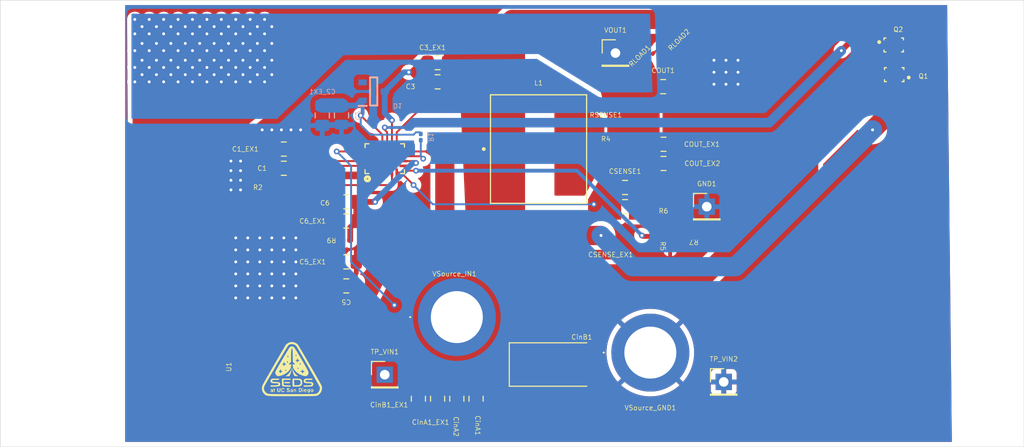
<source format=kicad_pcb>
(kicad_pcb (version 20241229) (generator "pcbnew") (generator_version "9.0")
  (layers (0 "F.Cu" signal) (2 "B.Cu" signal) (13 "F.Paste" user) (15 "B.Paste" user) (5 "F.SilkS" user "F.Silkscreen") (7 "B.SilkS" user "B.Silkscreen") (1 "F.Mask" user) (3 "B.Mask" user) (25 "Edge.Cuts" user))
  (net 0 "")
  (net 1 "Net-(U1-TRACK{slash}SS)")
  (net 2 "GND")
  (net 3 "/INTVCC")
  (net 4 "/SW")
  (net 5 "/BOOST")
  (net 6 "Net-(C5-Pad2)")
  (net 7 "/ITH")
  (net 8 "/VIN")
  (net 9 "/Vout")
  (net 10 "/SENSE+")
  (net 12 "Net-(L1-Pad2)")
  (net 13 "/TG")
  (net 14 "/BG")
  (net 15 "Net-(U1-PGOOD)")
  (net 16 "Net-(U1-FREQ)")
  (net 17 "/VFB")
  (net 18 "Net-(R6-Pad2)")
  (net 22 "Net-(RLOAD1-Pad2)")
  (footprint "Capacitor_SMD:C_0805_2012Metric_Pad1.18x1.45mm_HandSolder" (layer "F.Cu") (at 82 56.75)
    (property "Reference" "C1_EX1")
    (property "Value" "~")
  )
  (footprint "Connector_PinHeader_2.54mm:PinHeader_1x01_P2.54mm_Vertical" (layer "F.Cu") (at 116.5 46.75)
    (property "Reference" "VOUT1")
    (property "Value" "~")
  )
  (footprint "Capacitor_SMD:C_0805_2012Metric_Pad1.18x1.45mm_HandSolder" (layer "F.Cu") (at 121.5 58.25 180)
    (property "Reference" "COUT_EX2")
    (property "Value" "~")
  )
  (footprint "Resistor_SMD:R_0201_0603Metric" (layer "F.Cu") (at 80.9075 60.75)
    (property "Reference" "R2")
    (property "Value" "25.5kOhm")
  )
  (footprint "Battery:5754" (layer "F.Cu") (at 120.130045 77.947901)
    (property "Reference" "VSource_GND1")
    (property "Value" "575-4" (hide yes))
  )
  (footprint "Capacitor_SMD:C_0805_2012Metric_Pad1.18x1.45mm_HandSolder" (layer "F.Cu") (at 121.5 56.25 180)
    (property "Reference" "COUT_EX1")
    (property "Value" "~")
  )
  (footprint "Capacitor_SMD:C_0805_2012Metric" (layer "F.Cu") (at 88.5 62.25)
    (property "Reference" "C6")
    (property "Value" "100pF")
  )
  (footprint "MountingHole:MountingHole_2.2mm_M2" (layer "F.Cu") (at 154 46.25)
    (property "Reference" "REF**" (hide yes))
    (property "Value" "MountingHole_2.2mm_M2" (hide yes))
  )
  (footprint "Battery:5754" (layer "F.Cu") (at 100 74.25)
    (property "Reference" "VSource_IN1")
    (property "Value" "575-4" (hide yes))
  )
  (footprint "Package_DFN_QFN:QFN50P400X300X80-21N" (layer "F.Cu") (at 92.5 57.75 90)
    (property "Reference" "U1")
    (property "Value" "LTC7800HUDC_PBF" (hide yes))
  )
  (footprint "Resistor_SMD:R_0201_0603Metric" (layer "F.Cu") (at 115.5 56.75)
    (property "Reference" "R4")
    (property "Value" "100Ohm")
  )
  (footprint "Capacitor_SMD:C_0805_2012Metric" (layer "F.Cu") (at 117.5 60.75)
    (property "Reference" "CSENSE1")
    (property "Value" "0.1uF")
  )
  (footprint "Connector_PinHeader_2.54mm:PinHeader_1x01_P2.54mm_Vertical" (layer "F.Cu") (at 127.765758 81.002187)
    (property "Reference" "TP_VIN2")
    (property "Value" "~")
  )
  (footprint "XT60PW-M:TRANS_EPC2014C" (layer "F.Cu") (at 145.4505 45.9075)
    (property "Reference" "Q2")
    (property "Value" "EPC2014C" (hide yes))
  )
  (footprint "Capacitor_SMD:C_0805_2012Metric_Pad1.18x1.45mm_HandSolder" (layer "F.Cu") (at 117.5 62.75 180)
    (property "Reference" "CSENSE_EX1")
    (property "Value" "~")
  )
  (footprint "Capacitor_SMD:C_0805_2012Metric" (layer "F.Cu") (at 88.5 71 180)
    (property "Reference" "C5")
    (property "Value" "2.2uF")
  )
  (footprint "Capacitor_SMD:C_0805_2012Metric" (layer "F.Cu") (at 82 58.75)
    (property "Reference" "C1")
    (property "Value" "0.05uF")
  )
  (footprint "Capacitor_SMD:C_0805_2012Metric" (layer "F.Cu") (at 98 49.75)
    (property "Reference" "C3")
    (property "Value" "0.1uF")
  )
  (footprint "Resistor_SMD:R_0201_0603Metric" (layer "F.Cu") (at 123.3175 66.5 180)
    (property "Reference" "R7")
    (property "Value" "33kOhm")
  )
  (footprint "Capacitor_SMD:C_0805_2012Metric" (layer "F.Cu") (at 121.4625 50.25)
    (property "Reference" "COUT1")
    (property "Value" "100uF")
  )
  (footprint "Resistor_SMD:R_0201_0603Metric" (layer "F.Cu") (at 88.5 66.25 180)
    (property "Reference" "R9")
    (property "Value" "3.92kOhm")
  )
  (footprint "Capacitor_SMD:C_0805_2012Metric_Pad1.18x1.45mm_HandSolder" (layer "F.Cu") (at 96 82.75 -90)
    (property "Reference" "CinB1_EX1")
    (property "Value" "~")
  )
  (footprint "Capacitor_SMD:C_0805_2012Metric_Pad1.18x1.45mm_HandSolder" (layer "F.Cu") (at 98 47.75 180)
    (property "Reference" "C3_EX1")
    (property "Value" "~")
  )
  (footprint "Connector_PinHeader_2.54mm:PinHeader_1x01_P2.54mm_Vertical" (layer "F.Cu") (at 92.5 80.25)
    (property "Reference" "TP_VIN1")
    (property "Value" "~")
  )
  (footprint "Capacitor_SMD:C_0805_2012Metric_Pad1.18x1.45mm_HandSolder" (layer "F.Cu") (at 88.5 68.5 180)
    (property "Reference" "C5_EX1")
    (property "Value" "~" (hide yes))
  )
  (footprint "Resistor_SMD:R_0201_0603Metric" (layer "F.Cu") (at 115.5 54.25)
    (property "Reference" "RSENSE1")
    (property "Value" "3mOhm")
  )
  (footprint "Connector_PinHeader_2.54mm:PinHeader_1x01_P2.54mm_Vertical" (layer "F.Cu") (at 126 62.75)
    (property "Reference" "GND1")
    (property "Value" "~")
  )
  (footprint "Capacitor_SMD:C_0805_2012Metric" (layer "F.Cu") (at 102 82.75 -90)
    (property "Reference" "CinA1")
    (property "Value" "2.2uF")
  )
  (footprint "MountingHole:MountingHole_2.2mm_M2" (layer "F.Cu") (at 57.5 82.75)
    (property "Reference" "REF**" (hide yes))
    (property "Value" "MountingHole_2.2mm_M2" (hide yes))
  )
  (footprint "Capacitor_Tantalum_SMD:CP_EIA-7343-31_Kemet-D" (layer "F.Cu") (at 109.869555 79.188705)
    (property "Reference" "CinB1")
    (property "Value" "56uF")
  )
  (footprint "Resistor_SMD:R_0201_0603Metric" (layer "F.Cu") (at 121.282614 45.95534 45)
    (property "Reference" "RLOAD2")
    (property "Value" "2Ohm")
  )
  (footprint "MountingHole:MountingHole_2.2mm_M2" (layer "F.Cu") (at 57.5 46.25)
    (property "Reference" "REF**" (hide yes))
    (property "Value" "MountingHole_2.2mm_M2" (hide yes))
  )
  (footprint "Resistor_SMD:R_0201_0603Metric" (layer "F.Cu") (at 120.175582 47.026034 45)
    (property "Reference" "RLOAD1")
    (property "Value" "3Ohm")
  )
  (footprint "Capacitor_SMD:C_0805_2012Metric_Pad1.18x1.45mm_HandSolder" (layer "F.Cu") (at 88.5 64.25)
    (property "Reference" "C6_EX1")
    (property "Value" "~" (hide yes))
  )
  (footprint "Capacitor_SMD:C_0805_2012Metric_Pad1.18x1.45mm_HandSolder" (layer "F.Cu") (at 98 82.75 90)
    (property "Reference" "CinA1_EX1")
    (property "Value" "~")
  )
  (footprint "Resistor_SMD:R_0201_0603Metric" (layer "F.Cu") (at 122.189111 66.856537 -90)
    (property "Reference" "R5")
    (property "Value" "6.8kOhm")
  )
  (footprint "Inductor_SMD:IND_XGL1010-333MED" (layer "F.Cu") (at 108.5 56.75)
    (property "Reference" "L1")
    (property "Value" "33uH" (hide yes))
  )
  (footprint "XT60PW-M:TRANS_EPC2014C" (layer "F.Cu") (at 145.5 49 180)
    (property "Reference" "Q1")
    (property "Value" "EPC2014C" (hide yes))
  )
  (footprint "Capacitor_SMD:C_0805_2012Metric" (layer "F.Cu") (at 100 82.75 -90)
    (property "Reference" "CinA2")
    (property "Value" "2.2uF")
  )
  (footprint "Resistor_SMD:R_0201_0603Metric" (layer "F.Cu") (at 121.5 64.25)
    (property "Reference" "R6")
    (property "Value" "2.7kOhm")
  )
  (footprint "MountingHole:MountingHole_2.2mm_M2" (layer "F.Cu") (at 154 83)
    (property "Reference" "REF**" (hide yes))
    (property "Value" "MountingHole_2.2mm_M2" (hide yes))
  )
  (footprint "Capacitor_SMD:C_0805_2012Metric" (layer "B.Cu") (at 88 53.25 90)
    (property "Reference" "C2")
    (property "Value" "2.2uF")
  )
  (footprint "Diode_SMD:SOT95P230X109-3N" (layer "B.Cu") (at 91.35 50.75)
    (property "Reference" "D1")
    (property "Value" "CMPD6001_TR_PBFREE" (hide yes))
  )
  (footprint "Resistor_SMD:R_0201_0603Metric" (layer "B.Cu") (at 96.25 55.5 90)
    (property "Reference" "R1")
    (property "Value" "100kOhm")
  )
  (footprint "Capacitor_SMD:C_0805_2012Metric_Pad1.18x1.45mm_HandSolder" (layer "B.Cu") (at 86 53.25 -90)
    (property "Reference" "C2_EX1")
    (property "Value" "~")
  )
  (gr_poly (pts (xy 143.25 42.5) (xy 144 42.5) (xy 144.75 43.5) (xy 145 44.25) (xy 144.5 44.75) (xy 144 44.5) (xy 143.25 44)) (stroke (width 0.2)) (fill yes) (layer "F.Cu") (net 4))
  (gr_poly (pts (xy 115.75 53.5) (xy 114.5 48.5) (xy 114.5 44.75) (xy 118.75 44.75) (xy 121 49.25) (xy 121 53.5)) (stroke (width 0.2)) (fill yes) (layer "F.Cu") (net 9))
  (gr_poly (pts (xy 95 48.75) (xy 96.5 47.25) (xy 96.75 47.5) (xy 96.75 50.25) (xy 96.5 50.25)) (stroke (width 0.2)) (fill yes) (layer "F.Cu") (net 5))
  (gr_poly (pts (xy 145.688096 49.586213) (xy 145 49.75) (xy 144.75 50) (xy 145 50.5)) (stroke (width 0.2)) (fill yes) (layer "F.Cu") (net 8))
  (gr_poly (pts (xy 145.5 48.25) (xy 146 47.75) (xy 146 48.25)) (stroke (width 0.2)) (fill yes) (layer "F.Cu") (net 4))
  (gr_poly (pts (xy 107.999999 82.25) (xy 107.999999 67.75) (xy 94.5 67.75) (xy 89.5 77.75) (xy 89.5 82.25)) (stroke (width 0.2)) (fill yes) (layer "F.Cu") (net 8))
  (gr_poly (pts (xy 98.75 46.25) (xy 98.75 52.5) (xy 100.5 52.5) (xy 101 63.25) (xy 107 63.25) (xy 107 46.25)) (stroke (width 0.2)) (fill yes) (layer "F.Cu") (net 4))
  (gr_poly (pts (xy 121.5 53.25) (xy 121.4625 49) (xy 123.25 49) (xy 123.5 60) (xy 124.5 60.75) (xy 127.25 60.75) (xy 127.25 65) (xy 124 65) (xy 121.5 59.75)) (stroke (width 0.2)) (fill yes) (layer "F.Cu") (net 2))
  (gr_poly (pts (xy 115.25 53.75) (xy 115.25 57.807547) (xy 113.25 61.5) (xy 110.25 61.5) (xy 110.25 52) (xy 113.25 52)) (stroke (width 0.2)) (fill yes) (layer "F.Cu") (net 12))
  (gr_poly (pts (xy 115.75 58.5) (xy 113.75 62) (xy 113.75 64) (xy 117 64) (xy 117 56) (xy 115.75 56)) (stroke (width 0.2)) (fill yes) (layer "F.Cu") (net 10))
  (gr_poly (pts (xy 140.75 46) (xy 142 45.75) (xy 142.25 45.5) (xy 141.25 45.5) (xy 141 45.5) (xy 140.75 45.5)) (stroke (width 0.2)) (fill yes) (layer "F.Cu") (net 14))
  (gr_poly (pts (xy 146.103555 49.646445) (xy 145.926198 50.176198) (xy 145.75 51.25) (xy 146.75 51.25) (xy 146.618403 50.131597) (xy 146.38557 49.86443)) (stroke (width 0.2)) (fill yes) (layer "F.Cu") (net 13))
  (gr_poly (pts (xy 115.75 53.5) (xy 115.75 55.25) (xy 116 55.5) (xy 118 55.5) (xy 118 64) (xy 120 64) (xy 121 62) (xy 121 53.5)) (stroke (width 0.2)) (fill yes) (layer "F.Cu") (net 9))
  (gr_poly (pts (xy 125.25 70.5) (xy 126.5 70.5) (xy 137.5 59.5) (xy 137.5 57.75) (xy 125.25 70)) (stroke (width 0.2)) (fill yes) (layer "F.Cu") (net 8))
  (gr_poly (pts (xy 96.75 57) (xy 98.25 58) (xy 99.25 58.25) (xy 99.432455 57.130115) (xy 98.75 56.5) (xy 97.5 56.537135)) (stroke (width 0.2)) (fill yes) (layer "F.Cu") (net 13))
  (gr_poly (pts (xy 66.5 82.25) (xy 66.25 43.25) (xy 81.25 43.25) (xy 81.25 51.75) (xy 75 56.75) (xy 75.25 82) (xy 75.25 82.25)) (stroke (width 0.1)) (fill yes) (layer "F.Cu") (net 9))
  (gr_poly (pts (xy 91.25 56) (xy 91.25 57.25) (xy 91.75 57.25) (xy 91.75 56)) (stroke (width 0.2)) (fill yes) (layer "F.Cu") (net 2))
  (gr_poly (pts (xy 145.25 45.25) (xy 146 45.25) (xy 143.75 43) (xy 143.25 43) (xy 143.25 43.25)) (stroke (width 0.2)) (fill yes) (layer "F.Cu") (net 4))
  (gr_poly (pts (xy 91.75 58.5) (xy 91.75 59.5) (xy 92.25 59.5) (xy 92.25 58.5)) (stroke (width 0.2)) (fill yes) (layer "F.Cu") (net 2))
  (gr_poly (pts (xy 91.25 56.5) (xy 90.5 56) (xy 89.5 56) (xy 89.25 55.75) (xy 89.25 55.25) (xy 89.5 55) (xy 90.5 55) (xy 91 55.5) (xy 91.5 55.5) (xy 91.75 55.75) (xy 91.75 56.5)) (stroke (width 0.2)) (fill yes) (layer "F.Cu") (net 2))
  (gr_poly (pts (xy 120 42.75) (xy 120.25 50.75) (xy 115 50.75) (xy 108.5 46.75) (xy 88.16806 46.872049) (xy 81.25 53.5) (xy 77.5 53.5) (xy 77.25 42.75)) (stroke (width 0.2)) (fill yes) (layer "B.Cu") (net 9))
  (gr_poly (pts (xy 95.25 53.75) (xy 94.5 54.5) (xy 94.75 54.75) (xy 95.25 54.75) (xy 95.75 54.25)) (stroke (width 0.2)) (fill yes) (layer "B.Cu") (net 14))
  (gr_poly (pts (xy 66.25 53.5) (xy 66.25 42.75) (xy 81.25 42.75) (xy 81.25 53.5)) (stroke (width 0.2)) (fill yes) (layer "B.Cu") (net 9))
  (gr_poly (pts (xy 83.375187 80.652815) (xy 83.458771 80.655857) (xy 83.533767 80.661255) (xy 83.568175 80.664922) (xy 83.600592 80.669279) (xy 83.631072 80.674359) (xy 83.659666 80.680196) (xy 83.686427 80.686824) (xy 83.711407 80.694276) (xy 83.734659 80.702586) (xy 83.756234 80.711788) (xy 83.776185 80.721914) (xy 83.794565 80.732999) (xy 83.811425 80.745076) (xy 83.826819 80.758179) (xy 83.840798 80.772342) (xy 83.853414 80.787597) (xy 83.864721 80.803979) (xy 83.874769 80.821521) (xy 83.883613 80.840257) (xy 83.891303 80.86022) (xy 83.897893 80.881444) (xy 83.903434 80.903962) (xy 83.90798 80.927808) (xy 83.911581 80.953017) (xy 83.914291 80.97962) (xy 83.916162 81.007652) (xy 83.917596 81.068138) (xy 83.91537 81.127773) (xy 83.90855 81.182405) (xy 83.90335 81.207884) (xy 83.896923 81.232159) (xy 83.889242 81.255245) (xy 83.880279 81.277159) (xy 83.870009 81.297915) (xy 83.858405 81.317528) (xy 83.845441 81.336016) (xy 83.83109 81.353392) (xy 83.815326 81.369673) (xy 83.798121 81.384873) (xy 83.779451 81.399009) (xy 83.759287 81.412096) (xy 83.737605 81.42415) (xy 83.714376 81.435185) (xy 83.689575 81.445218) (xy 83.663176 81.454264) (xy 83.605475 81.469457) (xy 83.541061 81.480888) (xy 83.469723 81.488681) (xy 83.391248 81.49296) (xy 83.305424 81.493848) (xy 83.212041 81.491471) (xy 82.912179 81.480888) (xy 82.901596 81.114) (xy 82.900597 81.03838) (xy 82.900218 80.966108) (xy 82.900418 80.898881) (xy 82.901155 80.838392) (xy 82.902231 80.792972) (xy 83.067402 80.792972) (xy 83.077985 81.06461) (xy 83.088568 81.339777) (xy 83.339041 81.339777) (xy 83.39588 81.339049) (xy 83.447479 81.336759) (xy 83.494055 81.332754) (xy 83.515527 81.33006) (xy 83.535825 81.326879) (xy 83.554975 81.323191) (xy 83.573006 81.318977) (xy 83.589943 81.314218) (xy 83.605815 81.308895) (xy 83.620648 81.302988) (xy 83.63447 81.296477) (xy 83.647307 81.289344) (xy 83.659187 81.281569) (xy 83.670136 81.273132) (xy 83.680183 81.264014) (xy 83.689353 81.254196) (xy 83.697675 81.243659) (xy 83.705175 81.232382) (xy 83.711881 81.220347) (xy 83.717819 81.207535) (xy 83.723017 81.193925) (xy 83.727502 81.179499) (xy 83.731301 81.164237) (xy 83.734441 81.14812) (xy 83.736949 81.131128) (xy 83.738853 81.113242) (xy 83.740179 81.094443) (xy 83.741207 81.054027) (xy 83.740995 81.033009) (xy 83.740332 81.013547) (xy 83.739184 80.995542) (xy 83.737514 80.978896) (xy 83.736472 80.971053) (xy 83.735286 80.963512) (xy 83.733951 80.956261) (xy 83.732464 80.949289) (xy 83.730818 80.942584) (xy 83.729011 80.936132) (xy 83.727037 80.929921) (xy 83.724891 80.92394) (xy 83.72257 80.918176) (xy 83.720069 80.912617) (xy 83.717383 80.90725) (xy 83.714508 80.902064) (xy 83.711439 80.897045) (xy 83.708171 80.892182) (xy 83.704701 80.887463) (xy 83.701024 80.882875) (xy 83.697134 80.878405) (xy 83.693029 80.874042) (xy 83.688702 80.869774) (xy 83.68415 80.865587) (xy 83.679368 80.861471) (xy 83.674351 80.857411) (xy 83.663596 80.849416) (xy 83.65301 80.842387) (xy 83.641086 80.835849) (xy 83.627808 80.829797) (xy 83.61316 80.824225) (xy 83.597127 80.819129) (xy 83.579694 80.814503) (xy 83.560845 80.810343) (xy 83.540565 80.806642) (xy 83.518838 80.803396) (xy 83.495648 80.800599) (xy 83.444819 80.796334) (xy 83.387954 80.793805) (xy 83.32493 80.792972) (xy 83.067402 80.792972) (xy 82.902231 80.792972) (xy 82.902389 80.786336) (xy 82.904077 80.744409) (xy 82.906178 80.714306) (xy 82.907371 80.704218) (xy 82.908652 80.697721) (xy 82.912309 80.691393) (xy 82.918064 80.685622) (xy 82.926031 80.680389) (xy 82.936323 80.675673) (xy 82.949054 80.671453) (xy 82.964338 80.667708) (xy 82.982289 80.664418) (xy 83.00302 80.661562) (xy 83.053277 80.657069) (xy 83.116019 80.654065) (xy 83.192156 80.652384) (xy 83.282596 80.651861)) (fill yes) (layer "F.SilkS"))
  (gr_poly (pts (xy 82.872135 79.459543) (xy 82.873023 79.461098) (xy 82.875209 79.466896) (xy 82.877949 79.476228) (xy 82.881247 79.489034) (xy 82.885108 79.50525) (xy 82.894541 79.547666) (xy 82.909204 79.608747) (xy 82.926683 79.668878) (xy 82.946902 79.727934) (xy 82.969782 79.785791) (xy 82.995245 79.842325) (xy 83.023215 79.897412) (xy 83.053614 79.950928) (xy 83.086364 80.002749) (xy 83.121387 80.052751) (xy 83.158607 80.10081) (xy 83.197946 80.146803) (xy 83.239326 80.190603) (xy 83.282669 80.232089) (xy 83.327899 80.271136) (xy 83.374938 80.30762) (xy 83.423708 80.341416) (xy 83.45244 80.361212) (xy 83.463317 80.369221) (xy 83.471663 80.376087) (xy 83.477322 80.3819) (xy 83.479095 80.384439) (xy 83.480138 80.386747) (xy 83.480432 80.388835) (xy 83.479957 80.390715) (xy 83.478694 80.392396) (xy 83.476624 80.393892) (xy 83.473727 80.395211) (xy 83.469984 80.396366) (xy 83.459881 80.398226) (xy 83.446161 80.399558) (xy 83.428668 80.400451) (xy 83.381746 80.401271) (xy 83.317874 80.401388) (xy 83.286535 80.401869) (xy 83.258488 80.401926) (xy 83.233468 80.401466) (xy 83.211214 80.400396) (xy 83.201041 80.399604) (xy 83.191461 80.398624) (xy 83.182439 80.397445) (xy 83.173945 80.396055) (xy 83.165944 80.394444) (xy 83.158403 80.392598) (xy 83.15129 80.390507) (xy 83.144572 80.388159) (xy 83.138215 80.385542) (xy 83.132188 80.382645) (xy 83.126456 80.379456) (xy 83.120987 80.375963) (xy 83.115748 80.372155) (xy 83.110706 80.368021) (xy 83.105828 80.363547) (xy 83.101081 80.358724) (xy 83.096432 80.353539) (xy 83.091849 80.347981) (xy 83.087298 80.342037) (xy 83.082746 80.335697) (xy 83.073509 80.32178) (xy 83.063874 80.306138) (xy 83.048675 80.278993) (xy 83.033564 80.248061) (xy 83.018629 80.213686) (xy 83.003957 80.176217) (xy 82.989636 80.135998) (xy 82.975755 80.093376) (xy 82.949662 80.002308) (xy 82.92638 79.905784) (xy 82.906612 79.806572) (xy 82.891061 79.707443) (xy 82.885086 79.658775) (xy 82.880429 79.611166) (xy 82.874814 79.549402) (xy 82.871224 79.50401) (xy 82.870202 79.487298) (xy 82.869701 79.474492) (xy 82.869728 79.465531) (xy 82.870287 79.460354) (xy 82.870768 79.459164) (xy 82.871384 79.458896)) (fill yes) (layer "F.SilkS"))
  (gr_poly (pts (xy 82.80225 79.508235) (xy 82.802984 79.508847) (xy 82.803738 79.509867) (xy 82.804514 79.511294) (xy 82.805309 79.513127) (xy 82.806126 79.515365) (xy 82.807821 79.521047) (xy 82.809599 79.528332) (xy 82.811459 79.537208) (xy 82.813402 79.547666) (xy 82.816894 79.572672) (xy 82.818184 79.60236) (xy 82.817386 79.636203) (xy 82.814615 79.673674) (xy 82.809983 79.714245) (xy 82.803604 79.75739) (xy 82.795592 79.802581) (xy 82.786062 79.849291) (xy 82.775125 79.896993) (xy 82.762897 79.945161) (xy 82.74949 79.993267) (xy 82.735019 80.040783) (xy 82.719597 80.087183) (xy 82.703338 80.13194) (xy 82.686355 80.174527) (xy 82.668763 80.214416) (xy 82.580568 80.404916) (xy 82.379485 80.404916) (xy 82.178402 80.404916) (xy 82.315985 80.302611) (xy 82.364819 80.266156) (xy 82.411979 80.227108) (xy 82.457279 80.185765) (xy 82.500532 80.142427) (xy 82.541553 80.097395) (xy 82.580155 80.050967) (xy 82.616153 80.003444) (xy 82.64936 79.955124) (xy 82.679591 79.906309) (xy 82.706659 79.857297) (xy 82.730378 79.808389) (xy 82.750563 79.759884) (xy 82.767027 79.712081) (xy 82.779585 79.665282) (xy 82.788049 79.619784) (xy 82.792235 79.575888) (xy 82.792938 79.561541) (xy 82.793723 79.54892) (xy 82.794592 79.538015) (xy 82.795542 79.528814) (xy 82.796576 79.521309) (xy 82.797692 79.515489) (xy 82.798281 79.513207) (xy 82.798891 79.511343) (xy 82.799522 79.509894) (xy 82.800173 79.50886) (xy 82.800845 79.50824) (xy 82.801537 79.508032)) (fill yes) (layer "F.SilkS"))
  (gr_poly (pts (xy 81.197797 80.651917) (xy 81.254014 80.652143) (xy 81.303285 80.652628) (xy 81.346067 80.653459) (xy 81.365165 80.654032) (xy 81.382812 80.654724) (xy 81.399063 80.655547) (xy 81.413976 80.656511) (xy 81.427608 80.657628) (xy 81.440014 80.658908) (xy 81.451253 80.660363) (xy 81.461381 80.662003) (xy 81.470455 80.663839) (xy 81.478531 80.665883) (xy 81.485666 80.668145) (xy 81.491918 80.670636) (xy 81.494731 80.671971) (xy 81.497343 80.673368) (xy 81.499764 80.674827) (xy 81.501999 80.676351) (xy 81.504055 80.67794) (xy 81.505941 80.679596) (xy 81.507662 80.68132) (xy 81.509226 80.683114) (xy 81.510641 80.684979) (xy 81.511913 80.686917) (xy 81.513049 80.688928) (xy 81.514057 80.691015) (xy 81.515714 80.695419) (xy 81.516944 80.70014) (xy 81.5178 80.705189) (xy 81.518342 80.710578) (xy 81.518626 80.716316) (xy 81.518707 80.722416) (xy 81.518351 80.734254) (xy 81.517012 80.744692) (xy 81.514289 80.753817) (xy 81.509778 80.761718) (xy 81.503075 80.768481) (xy 81.493779 80.774196) (xy 81.481485 80.778949) (xy 81.465791 80.782829) (xy 81.446293 80.785924) (xy 81.422589 80.788321) (xy 81.394276 80.790108) (xy 81.36095 80.791373) (xy 81.277647 80.792689) (xy 81.169457 80.792972) (xy 81.116657 80.793102) (xy 81.069184 80.793523) (xy 81.026745 80.794274) (xy 80.989045 80.795397) (xy 80.971879 80.796111) (xy 80.955788 80.796933) (xy 80.940735 80.797869) (xy 80.926682 80.798925) (xy 80.913592 80.800104) (xy 80.90143 80.801412) (xy 80.890158 80.802854) (xy 80.879739 80.804437) (xy 80.870136 80.806163) (xy 80.861313 80.80804) (xy 80.853234 80.810072) (xy 80.84586 80.812264) (xy 80.839155 80.814621) (xy 80.833083 80.817149) (xy 80.827606 80.819852) (xy 80.822688 80.822737) (xy 80.818292 80.825807) (xy 80.814381 80.829069) (xy 80.810918 80.832527) (xy 80.807867 80.836187) (xy 80.805191 80.840053) (xy 80.802852 80.844131) (xy 80.800814 80.848426) (xy 80.799041 80.852944) (xy 80.792974 80.872088) (xy 80.791355 80.88114) (xy 80.79069 80.889847) (xy 80.790986 80.898214) (xy 80.79225 80.906243) (xy 80.794492 80.913935) (xy 80.797718 80.921294) (xy 80.801936 80.928323) (xy 80.807154 80.935023) (xy 80.81338 80.941398) (xy 80.820621 80.947449) (xy 80.83818 80.958594) (xy 80.859895 80.968478) (xy 80.885826 80.977122) (xy 80.916036 80.984546) (xy 80.950587 80.990772) (xy 80.989541 80.995819) (xy 81.032959 80.999708) (xy 81.080905 81.002461) (xy 81.133439 81.004097) (xy 81.190624 81.004638) (xy 81.250145 81.005317) (xy 81.304478 81.007422) (xy 81.329756 81.009041) (xy 81.353808 81.011056) (xy 81.376655 81.01348) (xy 81.398322 81.016324) (xy 81.418831 81.019602) (xy 81.438206 81.023328) (xy 81.45647 81.027513) (xy 81.473645 81.032171) (xy 81.489757 81.037315) (xy 81.504827 81.042958) (xy 81.518879 81.049112) (xy 81.531936 81.055791) (xy 81.544022 81.063007) (xy 81.55516 81.070774) (xy 81.565372 81.079104) (xy 81.574683 81.08801) (xy 81.583116 81.097505) (xy 81.590693 81.107602) (xy 81.597438 81.118314) (xy 81.603374 81.129654) (xy 81.608525 81.141635) (xy 81.612913 81.154269) (xy 81.616563 81.16757) (xy 81.619497 81.181551) (xy 81.621738 81.196224) (xy 81.623311 81.211602) (xy 81.624237 81.227699) (xy 81.624541 81.244527) (xy 81.623312 81.279159) (xy 81.619345 81.310411) (xy 81.612216 81.338459) (xy 81.6015 81.363479) (xy 81.594665 81.374908) (xy 81.586774 81.385647) (xy 81.577775 81.395716) (xy 81.567614 81.405137) (xy 81.556239 81.413934) (xy 81.543596 81.422127) (xy 81.514298 81.436791) (xy 81.479294 81.449305) (xy 81.438161 81.459845) (xy 81.390476 81.468587) (xy 81.335814 81.475707) (xy 81.273753 81.481379) (xy 81.203867 81.48578) (xy 81.125734 81.489086) (xy 81.03893 81.491471) (xy 80.964254 81.493898) (xy 80.89859 81.49584) (xy 80.84136 81.497223) (xy 80.791985 81.497976) (xy 80.770062 81.498093) (xy 80.749886 81.498026) (xy 80.731384 81.497765) (xy 80.714484 81.497301) (xy 80.699114 81.496625) (xy 80.685201 81.495728) (xy 80.672673 81.494601) (xy 80.661457 81.493236) (xy 80.651482 81.491622) (xy 80.642675 81.489751) (xy 80.634963 81.487614) (xy 80.631495 81.486443) (xy 80.628274 81.485202) (xy 80.625291 81.48389) (xy 80.622536 81.482505) (xy 80.620002 81.481048) (xy 80.617677 81.479516) (xy 80.615554 81.477908) (xy 80.613624 81.476224) (xy 80.611877 81.474461) (xy 80.610305 81.47262) (xy 80.608898 81.470699) (xy 80.607647 81.468696) (xy 80.606543 81.466612) (xy 80.605578 81.464443) (xy 80.604026 81.459852) (xy 80.602918 81.454912) (xy 80.602183 81.449617) (xy 80.601747 81.443955) (xy 80.601539 81.437919) (xy 80.601485 81.4315) (xy 80.601768 81.41904) (xy 80.602918 81.408059) (xy 80.605392 81.398463) (xy 80.609643 81.390158) (xy 80.616127 81.383053) (xy 80.625298 81.377053) (xy 80.63761 81.372066) (xy 80.65352 81.367999) (xy 80.673481 81.364759) (xy 80.697948 81.362253) (xy 80.727376 81.360387) (xy 80.762219 81.35907) (xy 80.849973 81.357705) (xy 80.964846 81.357416) (xy 81.03457 81.356913) (xy 81.098309 81.355376) (xy 81.127977 81.354208) (xy 81.156199 81.352765) (xy 81.182992 81.351043) (xy 81.208373 81.349037) (xy 81.232359 81.346742) (xy 81.254966 81.344152) (xy 81.276212 81.341263) (xy 81.296113 81.338068) (xy 81.314686 81.334564) (xy 81.331947 81.330744) (xy 81.347914 81.326604) (xy 81.362603 81.322138) (xy 81.376032 81.317342) (xy 81.388216 81.312209) (xy 81.399173 81.306736) (xy 81.408919 81.300916) (xy 81.417472 81.294745) (xy 81.424848 81.288218) (xy 81.431063 81.281328) (xy 81.436135 81.274072) (xy 81.440081 81.266444) (xy 81.442917 81.258438) (xy 81.44466 81.25005) (xy 81.445327 81.241275) (xy 81.444934 81.232107) (xy 81.443499 81.222541) (xy 81.441038 81.212571) (xy 81.437569 81.202194) (xy 81.433773 81.194002) (xy 81.428866 81.186601) (xy 81.422647 81.179955) (xy 81.414914 81.174027) (xy 81.405465 81.168781) (xy 81.394098 81.16418) (xy 81.380613 81.16019) (xy 81.364808 81.156774) (xy 81.346481 81.153894) (xy 81.325431 81.151516) (xy 81.301455 81.149604) (xy 81.274354 81.14812) (xy 81.209965 81.146294) (xy 81.130652 81.145749) (xy 81.063666 81.144833) (xy 81.03201 81.14368) (xy 81.001564 81.142056) (xy 80.97232 81.139957) (xy 80.944268 81.137378) (xy 80.917398 81.134313) (xy 80.8917 81.130756) (xy 80.867165 81.126704) (xy 80.843783 81.12215) (xy 80.821544 81.11709) (xy 80.800439 81.111519) (xy 80.780458 81.105431) (xy 80.761592 81.09882) (xy 80.74383 81.091683) (xy 80.727162 81.084013) (xy 80.71158 81.075806) (xy 80.697074 81.067056) (xy 80.683633 81.057759) (xy 80.671248 81.047909) (xy 80.65991 81.0375) (xy 80.649609 81.026528) (xy 80.640335 81.014988) (xy 80.632078 81.002874) (xy 80.624828 80.990182) (xy 80.618577 80.976905) (xy 80.613314 80.96304) (xy 80.60903 80.94858) (xy 80.605715 80.93352) (xy 80.603358 80.917856) (xy 80.601952 80.901583) (xy 80.601485 80.884694) (xy 80.601852 80.87904) (xy 80.602932 80.872698) (xy 80.604694 80.865726) (xy 80.607108 80.85818) (xy 80.610141 80.850118) (xy 80.613763 80.841595) (xy 80.617944 80.83267) (xy 80.622652 80.823399) (xy 80.627856 80.813838) (xy 80.633525 80.804044) (xy 80.639628 80.794075) (xy 80.646134 80.783987) (xy 80.653012 80.773837) (xy 80.660231 80.763681) (xy 80.66776 80.753578) (xy 80.675569 80.743583) (xy 80.700194 80.71432) (xy 80.712047 80.702368) (xy 80.724406 80.692044) (xy 80.737882 80.683229) (xy 80.753083 80.675804) (xy 80.77062 80.66965) (xy 80.791103 80.664649) (xy 80.815141 80.660681) (xy 80.843345 80.657628) (xy 80.876323 80.65537) (xy 80.914686 80.65379) (xy 81.010004 80.652184) (xy 81.134179 80.651861)) (fill yes) (layer "F.SilkS"))
  (gr_poly (pts (xy 83.990115 81.745677) (xy 83.992036 81.746286) (xy 83.993913 81.747288) (xy 83.995745 81.748676) (xy 83.999268 81.752564) (xy 84.002594 81.757874) (xy 84.005713 81.764527) (xy 84.008616 81.772447) (xy 84.011291 81.781555) (xy 84.013728 81.791774) (xy 84.015918 81.803026) (xy 84.017849 81.815235) (xy 84.019511 81.828322) (xy 84.020894 81.84221) (xy 84.021988 81.856821) (xy 84.022782 81.872079) (xy 84.023266 81.887905) (xy 84.023429 81.904221) (xy 84.023266 81.920538) (xy 84.022782 81.936364) (xy 84.021988 81.951622) (xy 84.020894 81.966233) (xy 84.019511 81.980121) (xy 84.017849 81.993208) (xy 84.015918 82.005417) (xy 84.013728 82.01667) (xy 84.011291 82.026889) (xy 84.008616 82.035997) (xy 84.007192 82.04011) (xy 84.005713 82.043916) (xy 84.00418 82.047406) (xy 84.002594 82.050569) (xy 84.000956 82.053397) (xy 83.999268 82.055879) (xy 83.99753 82.058006) (xy 83.995745 82.059768) (xy 83.993913 82.061155) (xy 83.992036 82.062158) (xy 83.990115 82.062767) (xy 83.988152 82.062972) (xy 83.986499 82.062767) (xy 83.984849 82.062158) (xy 83.981572 82.059768) (xy 83.978346 82.055879) (xy 83.975198 82.050569) (xy 83.972154 82.043916) (xy 83.969238 82.035997) (xy 83.966478 82.026889) (xy 83.963898 82.01667) (xy 83.961526 82.005417) (xy 83.959385 81.993208) (xy 83.957503 81.980121) (xy 83.955906 81.966233) (xy 83.954618 81.951622) (xy 83.953666 81.936364) (xy 83.953076 81.920538) (xy 83.952874 81.904221) (xy 83.953076 81.887905) (xy 83.953666 81.872079) (xy 83.954618 81.856821) (xy 83.955906 81.84221) (xy 83.957503 81.828322) (xy 83.959385 81.815235) (xy 83.961526 81.803026) (xy 83.963898 81.791774) (xy 83.966478 81.781555) (xy 83.969238 81.772447) (xy 83.972154 81.764527) (xy 83.973661 81.761038) (xy 83.975198 81.757874) (xy 83.976761 81.755046) (xy 83.978346 81.752564) (xy 83.979951 81.750438) (xy 83.981572 81.748676) (xy 83.983205 81.747288) (xy 83.984849 81.746286) (xy 83.986499 81.745677) (xy 83.988152 81.745472)) (fill yes) (layer "F.SilkS"))
  (gr_poly (pts (xy 80.981162 81.678885) (xy 80.984125 81.67949) (xy 80.987235 81.680477) (xy 80.990504 81.681849) (xy 80.993943 81.683605) (xy 80.997567 81.685745) (xy 81.001386 81.688272) (xy 81.005413 81.691185) (xy 81.00966 81.694484) (xy 81.018864 81.702247) (xy 81.029097 81.711565) (xy 81.040457 81.722444) (xy 81.053041 81.734888) (xy 81.056896 81.738795) (xy 81.060524 81.74258) (xy 81.063927 81.746245) (xy 81.067104 81.749792) (xy 81.070056 81.753222) (xy 81.072784 81.756538) (xy 81.075288 81.759742) (xy 81.07757 81.762835) (xy 81.079629 81.765819) (xy 81.081467 81.768697) (xy 81.083084 81.771471) (xy 81.084481 81.774142) (xy 81.085658 81.776711) (xy 81.086616 81.779183) (xy 81.087355 81.781557) (xy 81.087878 81.783836) (xy 81.088183 81.786022) (xy 81.088271 81.788117) (xy 81.088144 81.790123) (xy 81.087802 81.792042) (xy 81.087245 81.793876) (xy 81.086474 81.795626) (xy 81.085491 81.797295) (xy 81.084295 81.798884) (xy 81.082887 81.800396) (xy 81.081267 81.801832) (xy 81.079437 81.803195) (xy 81.077398 81.804486) (xy 81.075148 81.805707) (xy 81.072691 81.80686) (xy 81.070025 81.807948) (xy 81.067152 81.808971) (xy 81.062026 81.81097) (xy 81.057231 81.813636) (xy 81.052768 81.816932) (xy 81.048638 81.820822) (xy 81.044841 81.825271) (xy 81.041378 81.830241) (xy 81.03825 81.835697) (xy 81.035457 81.841603) (xy 81.033 81.847922) (xy 81.030879 81.854619) (xy 81.029096 81.861656) (xy 81.02765 81.868999) (xy 81.025775 81.884453) (xy 81.025259 81.900694) (xy 81.026108 81.91743) (xy 81.028326 81.934373) (xy 81.031918 81.951233) (xy 81.03689 81.967721) (xy 81.039895 81.975736) (xy 81.043247 81.983548) (xy 81.046947 81.991123) (xy 81.050994 81.998424) (xy 81.055391 82.005415) (xy 81.060137 82.01206) (xy 81.065233 82.018322) (xy 81.07068 82.024166) (xy 81.076796 82.030452) (xy 81.081911 82.036093) (xy 81.086012 82.041103) (xy 81.08909 82.045498) (xy 81.090242 82.04747) (xy 81.091135 82.049294) (xy 81.091766 82.050971) (xy 81.092136 82.052505) (xy 81.092241 82.053897) (xy 81.092082 82.055148) (xy 81.091657 82.056262) (xy 81.090964 82.057239) (xy 81.090003 82.058081) (xy 81.088772 82.058792) (xy 81.087269 82.059371) (xy 81.085494 82.059823) (xy 81.083444 82.060147) (xy 81.08112 82.060347) (xy 81.075641 82.060381) (xy 81.069045 82.059939) (xy 81.061323 82.059037) (xy 81.052464 82.057691) (xy 81.042457 82.055916) (xy 81.033482 82.054174) (xy 81.02506 82.051568) (xy 81.017164 82.048064) (xy 81.00977 82.043624) (xy 81.002852 82.038213) (xy 80.996383 82.031794) (xy 80.990337 82.024331) (xy 80.98469 82.015788) (xy 80.979415 82.006128) (xy 80.974486 81.995317) (xy 80.969877 81.983317) (xy 80.965563 81.970092) (xy 80.961517 81.955606) (xy 80.957715 81.939823) (xy 80.954129 81.922707) (xy 80.950735 81.904221) (xy 80.948253 81.889643) (xy 80.946091 81.875069) (xy 80.944239 81.860588) (xy 80.942687 81.846289) (xy 80.941425 81.832258) (xy 80.940441 81.818583) (xy 80.939726 81.805353) (xy 80.93927 81.792655) (xy 80.939061 81.780578) (xy 80.939091 81.769208) (xy 80.939347 81.758634) (xy 80.939821 81.748944) (xy 80.940501 81.740225) (xy 80.941378 81.732566) (xy 80.942441 81.726054) (xy 80.94368 81.720777) (xy 80.948202 81.710277) (xy 80.952575 81.701271) (xy 80.954736 81.697329) (xy 80.956896 81.693763) (xy 80.959068 81.690573) (xy 80.961263 81.687759) (xy 80.963495 81.685323) (xy 80.965776 81.683264) (xy 80.968117 81.681584) (xy 80.970531 81.680284) (xy 80.97303 81.679362) (xy 80.975627 81.678822) (xy 80.978333 81.678663)) (fill yes) (layer "F.SilkS"))
  (gr_poly (pts (xy 83.990115 81.639679) (xy 83.992036 81.639802) (xy 83.993913 81.640005) (xy 83.995745 81.640286) (xy 83.99753 81.640645) (xy 83.999268 81.64108) (xy 84.000956 81.64159) (xy 84.002594 81.642174) (xy 84.00418 81.64283) (xy 84.005713 81.643557) (xy 84.007192 81.644354) (xy 84.008616 81.645219) (xy 84.009982 81.646152) (xy 84.011291 81.64715) (xy 84.01254 81.648213) (xy 84.013728 81.64934) (xy 84.014855 81.650528) (xy 84.015918 81.651777) (xy 84.016916 81.653085) (xy 84.017849 81.654452) (xy 84.018714 81.655876) (xy 84.019511 81.657355) (xy 84.020238 81.658888) (xy 84.020894 81.660474) (xy 84.021478 81.662112) (xy 84.021988 81.6638) (xy 84.022423 81.665538) (xy 84.022782 81.667323) (xy 84.023063 81.669155) (xy 84.023266 81.671032) (xy 84.023388 81.672952) (xy 84.023429 81.674916) (xy 84.023388 81.676569) (xy 84.023266 81.678219) (xy 84.023063 81.679862) (xy 84.022782 81.681496) (xy 84.022423 81.683117) (xy 84.021988 81.684722) (xy 84.021478 81.686307) (xy 84.020894 81.68787) (xy 84.020238 81.689406) (xy 84.019511 81.690914) (xy 84.018714 81.69239) (xy 84.017849 81.69383) (xy 84.016916 81.695231) (xy 84.015918 81.69659) (xy 84.014855 81.697904) (xy 84.013728 81.69917) (xy 84.01254 81.700383) (xy 84.011291 81.701542) (xy 84.009982 81.702643) (xy 84.008616 81.703683) (xy 84.007192 81.704657) (xy 84.005713 81.705564) (xy 84.00418 81.7064) (xy 84.002594 81.707162) (xy 84.000956 81.707846) (xy 83.999268 81.70845) (xy 83.99753 81.708969) (xy 83.995745 81.709401) (xy 83.993913 81.709743) (xy 83.992036 81.709991) (xy 83.990115 81.710143) (xy 83.988152 81.710194) (xy 83.986499 81.710143) (xy 83.984849 81.709991) (xy 83.983205 81.709743) (xy 83.981572 81.709401) (xy 83.979951 81.708969) (xy 83.978346 81.70845) (xy 83.976761 81.707846) (xy 83.975198 81.707162) (xy 83.973661 81.7064) (xy 83.972154 81.705564) (xy 83.970678 81.704657) (xy 83.969238 81.703683) (xy 83.967837 81.702643) (xy 83.966478 81.701542) (xy 83.965164 81.700383) (xy 83.963898 81.69917) (xy 83.962684 81.697904) (xy 83.961526 81.69659) (xy 83.960425 81.695231) (xy 83.959385 81.69383) (xy 83.95841 81.69239) (xy 83.957503 81.690914) (xy 83.956667 81.689406) (xy 83.955906 81.68787) (xy 83.955221 81.686307) (xy 83.954618 81.684722) (xy 83.954099 81.683117) (xy 83.953666 81.681496) (xy 83.953324 81.679862) (xy 83.953076 81.678219) (xy 83.952925 81.676569) (xy 83.952874 81.674916) (xy 83.952925 81.672952) (xy 83.953076 81.671032) (xy 83.953324 81.669155) (xy 83.953666 81.667323) (xy 83.954099 81.665538) (xy 83.954618 81.6638) (xy 83.955221 81.662112) (xy 83.955906 81.660474) (xy 83.956667 81.658888) (xy 83.957503 81.657355) (xy 83.95841 81.655876) (xy 83.959385 81.654452) (xy 83.960425 81.653085) (xy 83.961526 81.651777) (xy 83.962684 81.650528) (xy 83.963898 81.64934) (xy 83.965164 81.648213) (xy 83.966478 81.64715) (xy 83.967837 81.646152) (xy 83.969238 81.645219) (xy 83.970678 81.644354) (xy 83.972154 81.643557) (xy 83.973661 81.64283) (xy 83.975198 81.642174) (xy 83.976761 81.64159) (xy 83.978346 81.64108) (xy 83.979951 81.640645) (xy 83.981572 81.640286) (xy 83.983205 81.640005) (xy 83.984849 81.639802) (xy 83.986499 81.639679) (xy 83.988152 81.639638)) (fill yes) (layer "F.SilkS"))
  (gr_poly (pts (xy 83.131576 81.755471) (xy 83.152069 81.756054) (xy 83.17078 81.75741) (xy 83.187326 81.758962) (xy 83.201856 81.760907) (xy 83.214521 81.763441) (xy 83.220201 81.76499) (xy 83.225471 81.76676) (xy 83.230349 81.768776) (xy 83.234854 81.771062) (xy 83.239006 81.773642) (xy 83.242822 81.776541) (xy 83.246322 81.779784) (xy 83.249523 81.783395) (xy 83.252446 81.787399) (xy 83.255109 81.79182) (xy 83.25753 81.796683) (xy 83.259728 81.802012) (xy 83.261722 81.807833) (xy 83.26353 81.814168) (xy 83.266666 81.828485) (xy 83.269285 81.845157) (xy 83.271538 81.864382) (xy 83.273573 81.886357) (xy 83.275541 81.911277) (xy 83.276659 81.928096) (xy 83.277374 81.94413) (xy 83.277696 81.959336) (xy 83.277635 81.973675) (xy 83.277203 81.987104) (xy 83.276409 81.999582) (xy 83.275263 82.011068) (xy 83.274562 82.016426) (xy 83.273777 82.02152) (xy 83.272909 82.026346) (xy 83.271959 82.030898) (xy 83.27093 82.035171) (xy 83.269822 82.039159) (xy 83.268636 82.042858) (xy 83.267374 82.046263) (xy 83.266037 82.049368) (xy 83.264627 82.052168) (xy 83.263144 82.054658) (xy 83.26159 82.056833) (xy 83.259966 82.058687) (xy 83.258274 82.060216) (xy 83.256514 82.061414) (xy 83.254689 82.062276) (xy 83.252799 82.062797) (xy 83.250846 82.062972) (xy 83.248872 82.062808) (xy 83.246922 82.062321) (xy 83.244998 82.061521) (xy 83.243101 82.060415) (xy 83.239405 82.057321) (xy 83.235853 82.053105) (xy 83.232467 82.047835) (xy 83.229266 82.041578) (xy 83.226272 82.034401) (xy 83.223506 82.026371) (xy 83.220988 82.017556) (xy 83.218738 82.008022) (xy 83.216778 81.997838) (xy 83.215127 81.987069) (xy 83.213808 81.975784) (xy 83.21284 81.964049) (xy 83.212244 81.951932) (xy 83.212041 81.939499) (xy 83.211989 81.931696) (xy 83.211834 81.92416) (xy 83.211576 81.91689) (xy 83.211214 81.909885) (xy 83.210749 81.903144) (xy 83.21018 81.896665) (xy 83.209509 81.890447) (xy 83.208733 81.884488) (xy 83.207855 81.878788) (xy 83.206873 81.873345) (xy 83.205788 81.868158) (xy 83.204599 81.863225) (xy 83.203307 81.858546) (xy 83.201912 81.854118) (xy 83.200413 81.849941) (xy 83.198812 81.846013) (xy 83.197106 81.842334) (xy 83.195298 81.838901) (xy 83.193385 81.835714) (xy 83.19137 81.83277) (xy 83.189251 81.83007) (xy 83.187029 81.827611) (xy 83.184704 81.825393) (xy 83.182275 81.823414) (xy 83.179743 81.821672) (xy 83.177107 81.820167) (xy 83.174369 81.818896) (xy 83.171526 81.81786) (xy 83.168581 81.817056) (xy 83.165532 81.816484) (xy 83.16238 81.816141) (xy 83.159124 81.816027) (xy 83.152716 81.816484) (xy 83.149667 81.817056) (xy 83.146722 81.81786) (xy 83.143879 81.818896) (xy 83.141141 81.820167) (xy 83.138505 81.821672) (xy 83.135973 81.823414) (xy 83.133544 81.825393) (xy 83.131219 81.827611) (xy 83.126878 81.83277) (xy 83.12295 81.838901) (xy 83.119436 81.846013) (xy 83.116336 81.854118) (xy 83.113649 81.863225) (xy 83.111375 81.873345) (xy 83.109515 81.884488) (xy 83.108068 81.896665) (xy 83.107034 81.909885) (xy 83.106414 81.92416) (xy 83.106207 81.939499) (xy 83.106044 81.951932) (xy 83.10556 81.964049) (xy 83.104765 81.975784) (xy 83.103672 81.987069) (xy 83.102288 81.997838) (xy 83.100626 82.008022) (xy 83.098695 82.017556) (xy 83.096506 82.026371) (xy 83.095318 82.030488) (xy 83.094069 82.034401) (xy 83.09276 82.0381) (xy 83.091393 82.041578) (xy 83.08997 82.044825) (xy 83.088491 82.047835) (xy 83.086958 82.050597) (xy 83.085371 82.053105) (xy 83.083734 82.055349) (xy 83.082045 82.057321) (xy 83.080308 82.059012) (xy 83.078523 82.060415) (xy 83.076691 82.061521) (xy 83.074814 82.062321) (xy 83.072893 82.062808) (xy 83.07093 82.062972) (xy 83.069277 82.062767) (xy 83.067627 82.062159) (xy 83.065983 82.061158) (xy 83.06435 82.059775) (xy 83.061124 82.055902) (xy 83.057976 82.050624) (xy 83.054931 82.044024) (xy 83.052016 82.036183) (xy 83.049256 82.027184) (xy 83.046676 82.017111) (xy 83.044303 82.006045) (xy 83.042163 81.99407) (xy 83.040281 81.981268) (xy 83.038683 81.967722) (xy 83.037396 81.953514) (xy 83.036444 81.938728) (xy 83.035854 81.923446) (xy 83.035652 81.90775) (xy 83.035879 81.856521) (xy 83.036419 81.835808) (xy 83.037471 81.818067) (xy 83.038242 81.810241) (xy 83.039204 81.803074) (xy 83.04038 81.79654) (xy 83.041791 81.790609) (xy 83.043457 81.785255) (xy 83.0454 81.780449) (xy 83.047642 81.776163) (xy 83.050204 81.772371) (xy 83.053106 81.769043) (xy 83.056371 81.766153) (xy 83.06002 81.763673) (xy 83.064074 81.761574) (xy 83.068554 81.759829) (xy 83.073482 81.75841) (xy 83.078878 81.75729) (xy 83.084765 81.756441) (xy 83.091164 81.755834) (xy 83.098095 81.755442) (xy 83.113642 81.755193)) (fill yes) (layer "F.SilkS"))
  (gr_poly (pts (xy 82.857338 77.300844) (xy 82.872747 77.30196) (xy 82.887877 77.30382) (xy 82.902754 77.306425) (xy 82.917403 77.309773) (xy 82.931851 77.313866) (xy 82.946123 77.318703) (xy 82.960246 77.324284) (xy 82.974244 77.330609) (xy 82.988144 77.337678) (xy 83.001972 77.345492) (xy 83.015753 77.35405) (xy 83.029514 77.363351) (xy 83.043279 77.373397) (xy 83.057076 77.384187) (xy 83.07093 77.395721) (xy 83.105773 77.440652) (xy 83.165794 77.529612) (xy 83.348301 77.818614) (xy 83.592324 78.220726) (xy 83.871735 78.693944) (xy 84.073783 79.04544) (xy 84.233332 79.325747) (xy 84.298669 79.442175) (xy 84.355178 79.544373) (xy 84.403461 79.633526) (xy 84.444117 79.710826) (xy 84.477745 79.777459) (xy 84.504944 79.834615) (xy 84.526314 79.883482) (xy 84.542454 79.925248) (xy 84.54875 79.943841) (xy 84.553964 79.961103) (xy 84.55817 79.977185) (xy 84.561443 79.992235) (xy 84.563859 80.006401) (xy 84.565491 80.019832) (xy 84.566708 80.045083) (xy 84.567105 80.068517) (xy 84.566914 80.090014) (xy 84.566041 80.109784) (xy 84.564392 80.128041) (xy 84.563248 80.136667) (xy 84.561876 80.144995) (xy 84.560263 80.15305) (xy 84.558398 80.160859) (xy 84.556269 80.168448) (xy 84.553866 80.175844) (xy 84.551175 80.183073) (xy 84.548187 80.190162) (xy 84.544888 80.197138) (xy 84.541267 80.204026) (xy 84.537313 80.210854) (xy 84.533014 80.217647) (xy 84.528359 80.224433) (xy 84.523335 80.231237) (xy 84.512137 80.245008) (xy 84.499327 80.259172) (xy 84.484811 80.27394) (xy 84.468497 80.289525) (xy 84.450291 80.306138) (xy 84.431271 80.323018) (xy 84.413725 80.337991) (xy 84.397387 80.351135) (xy 84.381995 80.362527) (xy 84.367286 80.372245) (xy 84.352994 80.380366) (xy 84.338858 80.386968) (xy 84.331766 80.389723) (xy 84.324614 80.392128) (xy 84.317368 80.394191) (xy 84.309997 80.395923) (xy 84.302467 80.397334) (xy 84.294745 80.398432) (xy 84.278593 80.399732) (xy 84.261279 80.3999) (xy 84.242539 80.399014) (xy 84.222108 80.397151) (xy 84.199725 80.394389) (xy 84.175124 80.390805) (xy 84.123402 80.382409) (xy 84.069091 80.370603) (xy 84.012661 80.355613) (xy 83.954583 80.337668) (xy 83.895326 80.316994) (xy 83.835362 80.293818) (xy 83.77516 80.26837) (xy 83.71519 80.240874) (xy 83.655923 80.21156) (xy 83.59783 80.180654) (xy 83.541379 80.148384) (xy 83.487042 80.114977) (xy 83.435289 80.08066) (xy 83.38659 80.045661) (xy 83.341415 80.010208) (xy 83.300235 79.974527) (xy 83.260571 79.937075) (xy 83.244832 79.920833) (xy 83.720522 79.920833) (xy 83.720564 79.922418) (xy 83.720757 79.923981) (xy 83.721101 79.925518) (xy 83.721592 79.927025) (xy 83.722229 79.928501) (xy 83.72301 79.929941) (xy 83.723934 79.931342) (xy 83.724997 79.932701) (xy 83.726199 79.934015) (xy 83.727537 79.935281) (xy 83.72901 79.936494) (xy 83.730615 79.937653) (xy 83.73235 79.938754) (xy 83.734214 79.939794) (xy 83.736204 79.940769) (xy 83.738319 79.941676) (xy 83.740557 79.942512) (xy 83.742916 79.943273) (xy 83.745394 79.943957) (xy 83.747988 79.944561) (xy 83.75352 79.945512) (xy 83.759497 79.946102) (xy 83.765902 79.946305) (xy 83.774097 79.9465) (xy 83.78214 79.947079) (xy 83.790026 79.948034) (xy 83.797748 79.949357) (xy 83.8053 79.951039) (xy 83.812674 79.953072) (xy 83.819865 79.955447) (xy 83.826866 79.958156) (xy 83.833671 79.961191) (xy 83.840273 79.964542) (xy 83.846665 79.968203) (xy 83.852842 79.972164) (xy 83.858797 79.976417) (xy 83.864523 79.980953) (xy 83.870014 79.985765) (xy 83.875263 79.990843) (xy 83.880264 79.99618) (xy 83.885011 80.001767) (xy 83.889497 80.007595) (xy 83.893715 80.013657) (xy 83.897659 80.019943) (xy 83.901323 80.026446) (xy 83.904701 80.033156) (xy 83.907785 80.040067) (xy 83.910569 80.047168) (xy 83.913047 80.054453) (xy 83.915213 80.061911) (xy 83.917059 80.069536) (xy 83.91858 80.077318) (xy 83.919769 80.08525) (xy 83.920619 80.093322) (xy 83.921124 80.101527) (xy 83.921253 80.111984) (xy 83.921655 80.120854) (xy 83.922357 80.128122) (xy 83.923384 80.133773) (xy 83.924028 80.135987) (xy 83.924763 80.137791) (xy 83.925592 80.139183) (xy 83.926519 80.14016) (xy 83.927547 80.140722) (xy 83.928678 80.140866) (xy 83.929917 80.14059) (xy 83.931267 80.139892) (xy 83.93273 80.13877) (xy 83.93431 80.137223) (xy 83.937833 80.132843) (xy 83.941863 80.126737) (xy 83.946425 80.11889) (xy 83.951545 80.109286) (xy 83.95725 80.09791) (xy 83.963563 80.084745) (xy 83.970513 80.069777) (xy 83.975505 80.059165) (xy 83.981179 80.048548) (xy 83.987473 80.038004) (xy 83.994325 80.027609) (xy 84.001674 80.017442) (xy 84.009456 80.007579) (xy 84.017611 79.998099) (xy 84.026075 79.989079) (xy 84.034788 79.980597) (xy 84.043687 79.972729) (xy 84.05271 79.965554) (xy 84.061794 79.959148) (xy 84.070879 79.95359) (xy 84.079902 79.948958) (xy 84.084371 79.947012) (xy 84.0888 79.945327) (xy 84.093184 79.943912) (xy 84.097513 79.942777) (xy 84.18218 79.92161) (xy 84.08693 79.882805) (xy 84.08168 79.880759) (xy 84.076519 79.878596) (xy 84.06648 79.873944) (xy 84.056854 79.868899) (xy 84.047683 79.863512) (xy 84.039008 79.857836) (xy 84.030871 79.851923) (xy 84.023312 79.845823) (xy 84.016374 79.839589) (xy 84.010097 79.833273) (xy 84.004523 79.826925) (xy 84.002012 79.823756) (xy 83.999693 79.820598) (xy 83.99757 79.817459) (xy 83.995648 79.814344) (xy 83.993934 79.81126) (xy 83.992431 79.808213) (xy 83.991145 79.805211) (xy 83.990081 79.802258) (xy 83.989245 79.799363) (xy 83.988641 79.796531) (xy 83.988275 79.793769) (xy 83.988152 79.791083) (xy 83.987969 79.782742) (xy 83.987434 79.77492) (xy 83.986565 79.767617) (xy 83.985382 79.760835) (xy 83.983905 79.754574) (xy 83.982152 79.748837) (xy 83.980144 79.743624) (xy 83.977899 79.738938) (xy 83.975437 79.734778) (xy 83.972778 79.731147) (xy 83.96994 79.728045) (xy 83.966944 79.725474) (xy 83.963808 79.723436) (xy 83.960551 79.721931) (xy 83.957194 79.720961) (xy 83.953756 79.720527) (xy 83.950256 79.720631) (xy 83.946712 79.721273) (xy 83.943146 79.722455) (xy 83.939576 79.724179) (xy 83.936021 79.726445) (xy 83.932501 79.729255) (xy 83.929036 79.732611) (xy 83.925644 79.736512) (xy 83.922345 79.740962) (xy 83.919159 79.745961) (xy 83.916104 79.75151) (xy 83.9132 79.75761) (xy 83.910467 79.764264) (xy 83.907924 79.771472) (xy 83.905591 79.779235) (xy 83.903485 79.787555) (xy 83.900634 79.797847) (xy 83.897374 79.80755) (xy 83.893711 79.816654) (xy 83.89173 79.820978) (xy 83.88965 79.825148) (xy 83.887472 79.829163) (xy 83.885196 79.833022) (xy 83.882824 79.836723) (xy 83.880355 79.840265) (xy 83.877791 79.843647) (xy 83.875131 79.846867) (xy 83.872378 79.849925) (xy 83.86953 79.852819) (xy 83.86659 79.855547) (xy 83.863557 79.858109) (xy 83.860433 79.860502) (xy 83.857218 79.862727) (xy 83.853912 79.864781) (xy 83.850516 79.866663) (xy 83.847031 79.868372) (xy 83.843458 79.869906) (xy 83.839797 79.871265) (xy 83.836048 79.872447) (xy 83.832213 79.873451) (xy 83.828292 79.874275) (xy 83.824286 79.874918) (xy 83.820196 79.875379) (xy 83.816021 79.875657) (xy 83.811763 79.875749) (xy 83.805075 79.875913) (xy 83.798279 79.876397) (xy 83.791431 79.877191) (xy 83.784588 79.878285) (xy 83.777807 79.879668) (xy 83.771145 79.88133) (xy 83.764659 79.883261) (xy 83.758405 79.885451) (xy 83.752441 79.887888) (xy 83.746823 79.890563) (xy 83.741608 79.893466) (xy 83.739169 79.894999) (xy 83.736853 79.896585) (xy 83.734665 79.898223) (xy 83.732614 79.899912) (xy 83.730707 79.901649) (xy 83.72895 79.903434) (xy 83.72735 79.905266) (xy 83.725915 79.907143) (xy 83.724652 79.909064) (xy 83.723568 79.911027) (xy 83.722658 79.91268) (xy 83.721912 79.91433) (xy 83.721327 79.915974) (xy 83.720902 79.917607) (xy 83.720634 79.919228) (xy 83.720522 79.920833) (xy 83.244832 79.920833) (xy 83.222369 79.897653) (xy 83.185769 79.856526) (xy 83.150911 79.813958) (xy 83.117934 79.770211) (xy 83.086977 79.72555) (xy 83.05818 79.680237) (xy 83.031683 79.634537) (xy 83.007625 79.588713) (xy 83.001258 79.575171) (xy 83.418697 79.575171) (xy 83.418857 79.577652) (xy 83.419193 79.580133) (xy 83.419703 79.582615) (xy 83.420389 79.585099) (xy 83.421248 79.587588) (xy 83.42228 79.590081) (xy 83.423484 79.592581) (xy 83.424861 79.595089) (xy 83.426408 79.597606) (xy 83.428127 79.600133) (xy 83.430015 79.602672) (xy 83.432072 79.605224) (xy 83.434298 79.60779) (xy 83.436691 79.610371) (xy 83.439253 79.612969) (xy 83.444874 79.618221) (xy 83.44782 79.621105) (xy 83.450707 79.623802) (xy 83.453536 79.626314) (xy 83.456312 79.628639) (xy 83.459036 79.630779) (xy 83.46171 79.632732) (xy 83.464338 79.634499) (xy 83.466923 79.636081) (xy 83.469466 79.637476) (xy 83.47197 79.638685) (xy 83.474438 79.639708) (xy 83.476872 79.640545) (xy 83.479275 79.641197) (xy 83.48165 79.641662) (xy 83.484 79.641941) (xy 83.486325 79.642034) (xy 83.488631 79.641941) (xy 83.490918 79.641662) (xy 83.493189 79.641197) (xy 83.495448 79.640545) (xy 83.497696 79.639708) (xy 83.499937 79.638685) (xy 83.502173 79.637476) (xy 83.504405 79.636081) (xy 83.506638 79.634499) (xy 83.508874 79.632732) (xy 83.511114 79.630779) (xy 83.513363 79.628639) (xy 83.515621 79.626314) (xy 83.517893 79.623802) (xy 83.52018 79.621105) (xy 83.522485 79.618221) (xy 83.526738 79.612562) (xy 83.530255 79.606846) (xy 83.533065 79.601098) (xy 83.535198 79.595346) (xy 83.536682 79.589614) (xy 83.537546 79.583929) (xy 83.53782 79.578316) (xy 83.537533 79.572801) (xy 83.536714 79.567411) (xy 83.535391 79.56217) (xy 83.533595 79.557105) (xy 83.531353 79.552241) (xy 83.528695 79.547605) (xy 83.52565 79.543222) (xy 83.522248 79.539118) (xy 83.518517 79.535319) (xy 83.514485 79.53185) (xy 83.510184 79.528739) (xy 83.50564 79.526009) (xy 83.500885 79.523688) (xy 83.495945 79.521801) (xy 83.490852 79.520374) (xy 83.485633 79.519432) (xy 83.480317 79.519003) (xy 83.474935 79.51911) (xy 83.469515 79.519781) (xy 83.464085 79.521041) (xy 83.458675 79.522916) (xy 83.453315 79.525432) (xy 83.448033 79.528614) (xy 83.442858 79.532489) (xy 83.437819 79.537082) (xy 83.435266 79.539718) (xy 83.432898 79.542335) (xy 83.430716 79.544933) (xy 83.428717 79.547514) (xy 83.426902 79.55008) (xy 83.425269 79.552632) (xy 83.423819 79.555171) (xy 83.42255 79.557698) (xy 83.421462 79.560215) (xy 83.420554 79.562723) (xy 83.419826 79.565223) (xy 83.419277 79.567716) (xy 83.418906 79.570205) (xy 83.418713 79.572689) (xy 83.418697 79.575171) (xy 83.001258 79.575171) (xy 82.986146 79.543029) (xy 82.967385 79.497747) (xy 82.951481 79.453133) (xy 82.938575 79.409448) (xy 82.928806 79.366957) (xy 82.922313 79.325923) (xy 82.919235 79.286611) (xy 82.918728 79.262363) (xy 82.918649 79.241128) (xy 82.919181 79.222777) (xy 82.920503 79.20718) (xy 82.921517 79.200374) (xy 82.922797 79.194209) (xy 82.924364 79.188667) (xy 82.926242 79.183733) (xy 82.928454 79.179391) (xy 82.931022 79.175624) (xy 82.933968 79.172417) (xy 82.937315 79.169753) (xy 82.941086 79.167616) (xy 82.945303 79.16599) (xy 82.94999 79.164859) (xy 82.955167 79.164206) (xy 82.96086 79.164016) (xy 82.967088 79.164272) (xy 82.973877 79.164959) (xy 82.981247 79.16606) (xy 82.997824 79.169438) (xy 83.017 79.17428) (xy 83.038956 79.180454) (xy 83.063874 79.187833) (xy 83.074086 79.19047) (xy 83.083556 79.19244) (xy 83.092287 79.193757) (xy 83.100282 79.194433) (xy 83.107543 79.194485) (xy 83.114073 79.193925) (xy 83.119874 79.192769) (xy 83.124949 79.19103) (xy 83.1293 79.188722) (xy 83.132931 79.18586) (xy 83.135843 79.182458) (xy 83.13804 79.178531) (xy 83.139524 79.174092) (xy 83.140297 79.169155) (xy 83.140362 79.163735) (xy 83.139721 79.157847) (xy 83.138378 79.151503) (xy 83.136335 79.144719) (xy 83.133594 79.137509) (xy 83.130158 79.129886) (xy 83.126029 79.121866) (xy 83.125946 79.121721) (xy 83.628277 79.121721) (xy 83.628482 79.12398) (xy 83.628933 79.126269) (xy 83.629628 79.128598) (xy 83.630565 79.130975) (xy 83.631745 79.133411) (xy 83.633164 79.135916) (xy 83.634823 79.138499) (xy 83.636719 79.14117) (xy 83.638852 79.143938) (xy 83.64122 79.146813) (xy 83.643822 79.149806) (xy 83.649721 79.15618) (xy 83.656541 79.163138) (xy 83.6642 79.16996) (xy 83.671348 79.175871) (xy 83.674751 79.178486) (xy 83.678051 79.180874) (xy 83.681257 79.183034) (xy 83.684377 79.184966) (xy 83.68742 79.186672) (xy 83.690393 79.18815) (xy 83.693306 79.1894) (xy 83.696166 79.190423) (xy 83.698983 79.191219) (xy 83.701764 79.191788) (xy 83.704518 79.192129) (xy 83.707253 79.192242) (xy 83.709977 79.192129) (xy 83.7127 79.191788) (xy 83.715429 79.191219) (xy 83.718174 79.190423) (xy 83.720941 79.1894) (xy 83.72374 79.18815) (xy 83.726579 79.186672) (xy 83.729467 79.184966) (xy 83.732411 79.183034) (xy 83.735421 79.180874) (xy 83.738504 79.178486) (xy 83.741669 79.175871) (xy 83.74828 79.16996) (xy 83.755319 79.163138) (xy 83.761173 79.156838) (xy 83.766187 79.150522) (xy 83.770389 79.144214) (xy 83.773805 79.137941) (xy 83.776465 79.131727) (xy 83.778395 79.125598) (xy 83.779624 79.119579) (xy 83.780178 79.113694) (xy 83.780088 79.10797) (xy 83.779378 79.102431) (xy 83.778079 79.097103) (xy 83.776217 79.092011) (xy 83.77382 79.087179) (xy 83.770915 79.082634) (xy 83.767532 79.0784) (xy 83.763697 79.074503) (xy 83.759438 79.070967) (xy 83.754784 79.067818) (xy 83.749761 79.065082) (xy 83.744398 79.062783) (xy 83.738722 79.060946) (xy 83.732761 79.059597) (xy 83.726543 79.05876) (xy 83.720096 79.058462) (xy 83.713447 79.058728) (xy 83.706625 79.059581) (xy 83.699656 79.061048) (xy 83.69257 79.063155) (xy 83.685392 79.065925) (xy 83.678153 79.069384) (xy 83.670878 79.073558) (xy 83.663596 79.078471) (xy 83.655533 79.084809) (xy 83.648534 79.090646) (xy 83.645431 79.093401) (xy 83.64259 79.096059) (xy 83.64001 79.098631) (xy 83.637689 79.101126) (xy 83.635627 79.103554) (xy 83.633822 79.105924) (xy 83.632273 79.108247) (xy 83.630978 79.110531) (xy 83.629937 79.112787) (xy 83.629147 79.115025) (xy 83.628608 79.117253) (xy 83.628319 79.119482) (xy 83.628277 79.121721) (xy 83.125946 79.121721) (xy 83.121211 79.113462) (xy 83.109515 79.095559) (xy 83.09509 79.076293) (xy 83.077958 79.055775) (xy 83.058138 79.034121) (xy 83.035652 79.011444) (xy 82.929818 78.909138) (xy 82.929818 78.757942) (xy 83.193869 78.757942) (xy 83.194145 78.759181) (xy 83.194843 78.76053) (xy 83.195964 78.761993) (xy 83.197512 78.763573) (xy 83.201891 78.767097) (xy 83.207997 78.771127) (xy 83.215844 78.775689) (xy 83.225448 78.780809) (xy 83.236825 78.786513) (xy 83.249989 78.792828) (xy 83.264957 78.799777) (xy 83.27557 78.804808) (xy 83.286193 78.810588) (xy 83.296754 78.81704) (xy 83.307181 78.824086) (xy 83.3174 78.831648) (xy 83.327341 78.839651) (xy 83.336931 78.848014) (xy 83.346096 78.856662) (xy 83.354766 78.865517) (xy 83.362867 78.874501) (xy 83.370327 78.883537) (xy 83.377075 78.892546) (xy 83.383036 78.901453) (xy 83.38814 78.910178) (xy 83.392314 78.918646) (xy 83.394029 78.922758) (xy 83.395485 78.926777) (xy 83.416652 79.011444) (xy 83.441346 78.930305) (xy 83.444437 78.921633) (xy 83.448381 78.912852) (xy 83.453121 78.90402) (xy 83.458599 78.895192) (xy 83.46476 78.886427) (xy 83.471546 78.877781) (xy 83.478901 78.86931) (xy 83.486767 78.861072) (xy 83.495087 78.853123) (xy 83.503806 78.845521) (xy 83.512866 78.838322) (xy 83.52221 78.831582) (xy 83.531781 78.825359) (xy 83.541523 78.81971) (xy 83.551379 78.814692) (xy 83.561291 78.81036) (xy 83.653013 78.775083) (xy 83.557763 78.739805) (xy 83.54677 78.735634) (xy 83.5363 78.731075) (xy 83.526377 78.726155) (xy 83.517028 78.720898) (xy 83.508278 78.715332) (xy 83.500154 78.709481) (xy 83.492681 78.703372) (xy 83.489196 78.700229) (xy 83.485884 78.69703) (xy 83.482748 78.693781) (xy 83.479791 78.690482) (xy 83.477016 78.687139) (xy 83.474426 78.683753) (xy 83.472025 78.680329) (xy 83.469816 78.676869) (xy 83.467801 78.673377) (xy 83.465986 78.669856) (xy 83.464371 78.666308) (xy 83.462962 78.662739) (xy 83.46176 78.65915) (xy 83.46077 78.655545) (xy 83.459994 78.651927) (xy 83.459436 78.648299) (xy 83.459098 78.644664) (xy 83.458985 78.641027) (xy 83.458821 78.634339) (xy 83.458337 78.627543) (xy 83.457543 78.620695) (xy 83.45645 78.613852) (xy 83.455066 78.607071) (xy 83.453404 78.600409) (xy 83.451473 78.593923) (xy 83.449284 78.587669) (xy 83.446846 78.581705) (xy 83.444171 78.576087) (xy 83.441269 78.570872) (xy 83.439736 78.568434) (xy 83.438149 78.566117) (xy 83.436511 78.56393) (xy 83.434823 78.561879) (xy 83.433086 78.559971) (xy 83.4313 78.558214) (xy 83.429469 78.556614) (xy 83.427592 78.55518) (xy 83.425671 78.553917) (xy 83.423708 78.552833) (xy 83.422054 78.551923) (xy 83.420404 78.551176) (xy 83.418761 78.550592) (xy 83.417127 78.550166) (xy 83.415506 78.549898) (xy 83.413902 78.549786) (xy 83.412316 78.549828) (xy 83.410754 78.550021) (xy 83.409217 78.550365) (xy 83.407709 78.550856) (xy 83.406234 78.551493) (xy 83.404794 78.552275) (xy 83.403393 78.553198) (xy 83.402033 78.554261) (xy 83.400719 78.555463) (xy 83.399454 78.556801) (xy 83.39824 78.558274) (xy 83.397081 78.559879) (xy 83.39598 78.561614) (xy 83.394941 78.563478) (xy 83.393966 78.565468) (xy 83.393059 78.567584) (xy 83.392223 78.569822) (xy 83.391461 78.57218) (xy 83.390777 78.574658) (xy 83.390174 78.577252) (xy 83.389222 78.582784) (xy 83.388632 78.588761) (xy 83.38843 78.595166) (xy 83.388235 78.603361) (xy 83.387655 78.611404) (xy 83.3867 78.61929) (xy 83.385377 78.627012) (xy 83.383695 78.634564) (xy 83.381663 78.641938) (xy 83.379287 78.649129) (xy 83.376578 78.65613) (xy 83.373544 78.662935) (xy 83.370192 78.669537) (xy 83.366532 78.675929) (xy 83.362571 78.682106) (xy 83.358318 78.688061) (xy 83.353781 78.693787) (xy 83.34897 78.699278) (xy 83.343891 78.704527) (xy 83.338555 78.709528) (xy 83.332968 78.714275) (xy 83.32714 78.718761) (xy 83.321078 78.722979) (xy 83.314792 78.726923) (xy 83.308289 78.730587) (xy 83.301578 78.733965) (xy 83.294668 78.737049) (xy 83.287566 78.739833) (xy 83.280282 78.742311) (xy 83.272823 78.744476) (xy 83.265198 78.746323) (xy 83.257416 78.747844) (xy 83.249485 78.749032) (xy 83.241412 78.749883) (xy 83.233207 78.750388) (xy 83.222751 78.750516) (xy 83.21388 78.750918) (xy 83.206612 78.75162) (xy 83.200961 78.752648) (xy 83.198747 78.753292) (xy 83.196943 78.754027) (xy 83.195552 78.754856) (xy 83.194574 78.755783) (xy 83.194012 78.756811) (xy 83.193869 78.757942) (xy 82.929818 78.757942) (xy 82.929818 78.30236) (xy 82.929537 78.245034) (xy 83.198812 78.245034) (xy 83.198905 78.247339) (xy 83.199184 78.249626) (xy 83.199649 78.251898) (xy 83.2003 78.254157) (xy 83.201137 78.256405) (xy 83.20216 78.258646) (xy 83.203369 78.260881) (xy 83.204765 78.263114) (xy 83.206346 78.265347) (xy 83.208113 78.267582) (xy 83.210067 78.269823) (xy 83.212206 78.272071) (xy 83.214532 78.27433) (xy 83.217043 78.276602) (xy 83.219741 78.278889) (xy 83.222624 78.281194) (xy 83.22527 78.283426) (xy 83.227915 78.285494) (xy 83.230559 78.287398) (xy 83.2332 78.289138) (xy 83.23584 78.290716) (xy 83.238476 78.292131) (xy 83.241108 78.293385) (xy 83.243736 78.294478) (xy 83.246358 78.295411) (xy 83.248975 78.296184) (xy 83.251585 78.296799) (xy 83.254188 78.297255) (xy 83.256783 78.297553) (xy 83.25937 78.297695) (xy 83.261948 78.29768) (xy 83.264516 78.29751) (xy 83.267074 78.297184) (xy 83.269621 78.296704) (xy 83.272156 78.296071) (xy 83.274679 78.295284) (xy 83.277189 78.294345) (xy 83.279686 78.293254) (xy 83.282168 78.292012) (xy 83.284636 78.290619) (xy 83.287088 78.289077) (xy 83.289523 78.287385) (xy 83.291942 78.285545) (xy 83.294344 78.283557) (xy 83.296727 78.281421) (xy 83.299092 78.279139) (xy 83.301437 78.276711) (xy 83.303763 78.274138) (xy 83.306326 78.271502) (xy 83.308724 78.268887) (xy 83.310956 78.266291) (xy 83.313023 78.263713) (xy 83.314925 78.261154) (xy 83.316661 78.258612) (xy 83.318232 78.256087) (xy 83.319638 78.253578) (xy 83.320878 78.251084) (xy 83.321953 78.248606) (xy 83.322862 78.246141) (xy 83.323607 78.24369) (xy 83.324185 78.241252) (xy 83.324599 78.238827) (xy 83.324847 78.236413) (xy 83.324929 78.23401) (xy 83.324847 78.231617) (xy 83.324599 78.229234) (xy 83.324185 78.22686) (xy 83.323607 78.224494) (xy 83.322862 78.222136) (xy 83.321953 78.219786) (xy 83.320878 78.217441) (xy 83.319638 78.215103) (xy 83.318232 78.21277) (xy 83.316661 78.210441) (xy 83.314925 78.208116) (xy 83.313023 78.205794) (xy 83.310956 78.203475) (xy 83.308724 78.201158) (xy 83.306326 78.198842) (xy 83.303763 78.196527) (xy 83.301127 78.193974) (xy 83.298511 78.191606) (xy 83.295913 78.189424) (xy 83.293331 78.187425) (xy 83.290765 78.18561) (xy 83.288213 78.183977) (xy 83.285675 78.182527) (xy 83.283147 78.181258) (xy 83.280631 78.18017) (xy 83.278123 78.179263) (xy 83.275623 78.178535) (xy 83.273129 78.177985) (xy 83.270641 78.177615) (xy 83.268156 78.177421) (xy 83.265674 78.177405) (xy 83.263193 78.177565) (xy 83.260713 78.177901) (xy 83.258231 78.178412) (xy 83.255746 78.179097) (xy 83.253258 78.179956) (xy 83.250764 78.180988) (xy 83.248264 78.182193) (xy 83.245756 78.183569) (xy 83.243239 78.185117) (xy 83.240712 78.186835) (xy 83.238173 78.188723) (xy 83.235622 78.19078) (xy 83.233056 78.193006) (xy 83.230474 78.1954) (xy 83.227876 78.197961) (xy 83.222624 78.203582) (xy 83.219741 78.206528) (xy 83.217043 78.209415) (xy 83.214532 78.212245) (xy 83.212206 78.21502) (xy 83.210067 78.217744) (xy 83.208113 78.220419) (xy 83.206346 78.223047) (xy 83.204765 78.225631) (xy 83.203369 78.228174) (xy 83.20216 78.230678) (xy 83.201137 78.233146) (xy 83.2003 78.235581) (xy 83.199649 78.237984) (xy 83.199184 78.240359) (xy 83.198905 78.242708) (xy 83.198812 78.245034) (xy 82.929537 78.245034) (xy 82.929164 78.169014) (xy 82.927228 78.045218) (xy 82.924051 77.932585) (xy 82.919676 77.832725) (xy 82.914143 77.747252) (xy 82.907494 77.677778) (xy 82.903764 77.649545) (xy 82.89977 77.625916) (xy 82.895518 77.607093) (xy 82.891013 77.593277) (xy 82.852207 77.494499) (xy 82.802819 77.600333) (xy 82.79707 77.615854) (xy 82.791725 77.634708) (xy 82.782203 77.682849) (xy 82.774169 77.745626) (xy 82.767541 77.823905) (xy 82.762235 77.918556) (xy 82.75817 78.030446) (xy 82.755262 78.160443) (xy 82.75343 78.309416) (xy 82.75343 78.909138) (xy 82.647596 79.011444) (xy 82.636021 79.022913) (xy 82.625111 79.034159) (xy 82.614869 79.045165) (xy 82.605297 79.055913) (xy 82.596401 79.066388) (xy 82.588181 79.076572) (xy 82.580643 79.086448) (xy 82.573789 79.096) (xy 82.567622 79.105211) (xy 82.562145 79.114065) (xy 82.557362 79.122543) (xy 82.553276 79.13063) (xy 82.549891 79.138309) (xy 82.547209 79.145563) (xy 82.545233 79.152375) (xy 82.543968 79.158729) (xy 82.543415 79.164607) (xy 82.543579 79.169992) (xy 82.544463 79.174869) (xy 82.546069 79.17922) (xy 82.548402 79.183028) (xy 82.551464 79.186277) (xy 82.555258 79.18895) (xy 82.559788 79.19103) (xy 82.565057 79.1925) (xy 82.571068 79.193343) (xy 82.577824 79.193543) (xy 82.58533 79.193083) (xy 82.593587 79.191946) (xy 82.602599 79.190115) (xy 82.61237 79.187574) (xy 82.622902 79.184305) (xy 82.742846 79.145499) (xy 82.748832 79.144102) (xy 82.754227 79.144488) (xy 82.759041 79.146583) (xy 82.763283 79.150309) (xy 82.766961 79.15559) (xy 82.770085 79.162351) (xy 82.774706 79.180005) (xy 82.77722 79.202662) (xy 82.777697 79.229711) (xy 82.77621 79.260543) (xy 82.772832 79.294548) (xy 82.767635 79.331116) (xy 82.760692 79.369637) (xy 82.752074 79.409502) (xy 82.741854 79.450101) (xy 82.730105 79.490823) (xy 82.716898 79.53106) (xy 82.702306 79.570202) (xy 82.686402 79.607638) (xy 82.654894 79.670961) (xy 82.616239 79.733722) (xy 82.570897 79.795603) (xy 82.519328 79.856291) (xy 82.461993 79.91547) (xy 82.399349 79.972825) (xy 82.331859 80.02804) (xy 82.259982 80.080801) (xy 82.184177 80.130792) (xy 82.104904 80.177698) (xy 82.022624 80.221203) (xy 81.937796 80.260993) (xy 81.850881 80.296753) (xy 81.762338 80.328166) (xy 81.672627 80.354918) (xy 81.582207 80.376693) (xy 81.551363 80.38289) (xy 81.523469 80.388228) (xy 81.498251 80.392677) (xy 81.475437 80.396207) (xy 81.454752 80.398785) (xy 81.435922 80.400382) (xy 81.427117 80.400803) (xy 81.418673 80.400966) (xy 81.410556 80.400869) (xy 81.402732 80.400506) (xy 81.395166 80.399875) (xy 81.387824 80.398971) (xy 81.380672 80.397791) (xy 81.373676 80.396331) (xy 81.366801 80.394586) (xy 81.360013 80.392553) (xy 81.353279 80.390228) (xy 81.346563 80.387608) (xy 81.339831 80.384687) (xy 81.33305 80.381463) (xy 81.319202 80.374089) (xy 81.304744 80.365454) (xy 81.289402 80.355527) (xy 81.277322 80.347264) (xy 81.265565 80.338373) (xy 81.243072 80.318837) (xy 81.222026 80.297182) (xy 81.20253 80.273672) (xy 81.184688 80.24857) (xy 81.168603 80.22214) (xy 81.154378 80.194645) (xy 81.142117 80.16635) (xy 81.131923 80.137517) (xy 81.123899 80.10841) (xy 81.11815 80.079293) (xy 81.114777 80.050429) (xy 81.113885 80.022082) (xy 81.114401 80.008185) (xy 81.115576 79.994515) (xy 81.117423 79.981107) (xy 81.119955 79.967993) (xy 81.123184 79.955205) (xy 81.127124 79.942777) (xy 81.154565 79.886831) (xy 81.42998 79.886831) (xy 81.430256 79.88807) (xy 81.430954 79.88942) (xy 81.432076 79.890883) (xy 81.433623 79.892463) (xy 81.438003 79.895986) (xy 81.444108 79.900016) (xy 81.451955 79.904578) (xy 81.461559 79.909698) (xy 81.472936 79.915403) (xy 81.4861 79.921716) (xy 81.501068 79.928666) (xy 81.511681 79.933697) (xy 81.522304 79.939477) (xy 81.532865 79.945929) (xy 81.543291 79.952975) (xy 81.553511 79.960538) (xy 81.563452 79.96854) (xy 81.573042 79.976903) (xy 81.582207 79.985552) (xy 81.590877 79.994406) (xy 81.598978 80.00339) (xy 81.606438 80.012426) (xy 81.613186 80.021436) (xy 81.619147 80.030342) (xy 81.624251 80.039068) (xy 81.628425 80.047535) (xy 81.630141 80.051647) (xy 81.631596 80.055666) (xy 81.652763 80.140333) (xy 81.677457 80.059194) (xy 81.680548 80.050521) (xy 81.684492 80.041741) (xy 81.689232 80.032909) (xy 81.69471 80.024081) (xy 81.700871 80.015316) (xy 81.707657 80.00667) (xy 81.715012 79.998199) (xy 81.722878 79.989961) (xy 81.731198 79.982013) (xy 81.739917 79.97441) (xy 81.748977 79.967211) (xy 81.758321 79.960471) (xy 81.767892 79.954248) (xy 81.777634 79.948599) (xy 81.78749 79.943581) (xy 81.797402 79.939249) (xy 81.889124 79.903971) (xy 81.793874 79.868694) (xy 81.782882 79.864523) (xy 81.772411 79.859964) (xy 81.762488 79.855043) (xy 81.753139 79.849787) (xy 81.744389 79.844221) (xy 81.736265 79.83837) (xy 81.728792 79.832261) (xy 81.725307 79.829118) (xy 81.721995 79.825919) (xy 81.718859 79.82267) (xy 81.715902 79.819371) (xy 81.713127 79.816028) (xy 81.710537 79.812642) (xy 81.708136 79.809218) (xy 81.705927 79.805758) (xy 81.703912 79.802266) (xy 81.702097 79.798745) (xy 81.701419 79.797256) (xy 82.140478 79.797256) (xy 82.140571 79.799562) (xy 82.14085 79.801849) (xy 82.141316 79.80412) (xy 82.141967 79.806379) (xy 82.142804 79.808627) (xy 82.143827 79.810868) (xy 82.145036 79.813103) (xy 82.146431 79.815336) (xy 82.148013 79.817569) (xy 82.14978 79.819804) (xy 82.151734 79.822045) (xy 82.153873 79.824293) (xy 82.156198 79.826552) (xy 82.15871 79.828824) (xy 82.161407 79.831111) (xy 82.164291 79.833416) (xy 82.166937 79.835648) (xy 82.169582 79.837716) (xy 82.172225 79.83962) (xy 82.174867 79.84136) (xy 82.177507 79.842938) (xy 82.180143 79.844353) (xy 82.182775 79.845607) (xy 82.185402 79.8467) (xy 82.188025 79.847633) (xy 82.190641 79.848406) (xy 82.193252 79.849021) (xy 82.195855 79.849477) (xy 82.19845 79.849776) (xy 82.201037 79.849917) (xy 82.203615 79.849902) (xy 82.206183 79.849732) (xy 82.208741 79.849407) (xy 82.211288 79.848927) (xy 82.213823 79.848293) (xy 82.216346 79.847507) (xy 82.218856 79.846567) (xy 82.221353 79.845476) (xy 82.223835 79.844234) (xy 82.226302 79.842842) (xy 82.228754 79.841299) (xy 82.23119 79.839608) (xy 82.233609 79.837768) (xy 82.236011 79.835779) (xy 82.238394 79.833644) (xy 82.240759 79.831362) (xy 82.243104 79.828934) (xy 82.24543 79.82636) (xy 82.247993 79.823725) (xy 82.25039 79.821109) (xy 82.252623 79.818513) (xy 82.25469 79.815936) (xy 82.256592 79.813376) (xy 82.258328 79.810834) (xy 82.259899 79.808309) (xy 82.261305 79.8058) (xy 82.262545 79.803307) (xy 82.26362 79.800828) (xy 82.264529 79.798364) (xy 82.265273 79.795913) (xy 82.265852 79.793475) (xy 82.266266 79.791049) (xy 82.266514 79.788635) (xy 82.266596 79.786232) (xy 82.266514 79.783839) (xy 82.266266 79.781456) (xy 82.265852 79.779082) (xy 82.265273 79.776717) (xy 82.264529 79.774359) (xy 82.26362 79.772008) (xy 82.262545 79.769664) (xy 82.261305 79.767325) (xy 82.259899 79.764992) (xy 82.258328 79.762663) (xy 82.256592 79.760338) (xy 82.25469 79.758017) (xy 82.252623 79.755698) (xy 82.25039 79.75338) (xy 82.247993 79.751065) (xy 82.24543 79.748749) (xy 82.242794 79.746196) (xy 82.240177 79.743829) (xy 82.237579 79.741646) (xy 82.234998 79.739647) (xy 82.232432 79.737832) (xy 82.22988 79.7362) (xy 82.227341 79.734749) (xy 82.224814 79.733481) (xy 82.222297 79.732393) (xy 82.219789 79.731485) (xy 82.217289 79.730757) (xy 82.214796 79.730208) (xy 82.212307 79.729837) (xy 82.209823 79.729644) (xy 82.207341 79.729627) (xy 82.20486 79.729788) (xy 82.202379 79.730123) (xy 82.199897 79.730634) (xy 82.197413 79.731319) (xy 82.194924 79.732178) (xy 82.192431 79.733211) (xy 82.189931 79.734415) (xy 82.187423 79.735792) (xy 82.184906 79.737339) (xy 82.182379 79.739057) (xy 82.17984 79.740945) (xy 82.177289 79.743003) (xy 82.174723 79.745228) (xy 82.172141 79.747622) (xy 82.169543 79.750183) (xy 82.164291 79.755805) (xy 82.161407 79.758751) (xy 82.15871 79.761638) (xy 82.156198 79.764467) (xy 82.153873 79.767243) (xy 82.151734 79.769967) (xy 82.14978 79.772641) (xy 82.148013 79.775269) (xy 82.146431 79.777854) (xy 82.145036 79.780397) (xy 82.143827 79.782901) (xy 82.142804 79.785369) (xy 82.141967 79.787803) (xy 82.141316 79.790206) (xy 82.14085 79.792581) (xy 82.140571 79.794931) (xy 82.140478 79.797256) (xy 81.701419 79.797256) (xy 81.700482 79.795198) (xy 81.699073 79.791628) (xy 81.697871 79.788039) (xy 81.696881 79.784434) (xy 81.696105 79.780816) (xy 81.695547 79.777188) (xy 81.695209 79.773553) (xy 81.695096 79.769916) (xy 81.694932 79.763228) (xy 81.694448 79.756432) (xy 81.693654 79.749584) (xy 81.692561 79.742741) (xy 81.691177 79.73596) (xy 81.689515 79.729298) (xy 81.687584 79.722812) (xy 81.685395 79.716559) (xy 81.682957 79.710594) (xy 81.680282 79.704976) (xy 81.67738 79.699761) (xy 81.675846 79.697323) (xy 81.67426 79.695006) (xy 81.672622 79.692819) (xy 81.670934 79.690768) (xy 81.669197 79.68886) (xy 81.667411 79.687103) (xy 81.66558 79.685503) (xy 81.663703 79.684069) (xy 81.661782 79.682806) (xy 81.659818 79.681722) (xy 81.658165 79.680812) (xy 81.656515 79.680065) (xy 81.654872 79.67948) (xy 81.653238 79.679055) (xy 81.651617 79.678787) (xy 81.650013 79.678675) (xy 81.648428 79.678717) (xy 81.646865 79.67891) (xy 81.645328 79.679254) (xy 81.64382 79.679745) (xy 81.642345 79.680382) (xy 81.640905 79.681163) (xy 81.639504 79.682087) (xy 81.638144 79.68315) (xy 81.636831 79.684352) (xy 81.635565 79.68569) (xy 81.634351 79.687163) (xy 81.633192 79.688768) (xy 81.632091 79.690503) (xy 81.631052 79.692367) (xy 81.630077 79.694357) (xy 81.62917 79.696472) (xy 81.628334 79.69871) (xy 81.627572 79.701069) (xy 81.626888 79.703547) (xy 81.626285 79.706141) (xy 81.625333 79.711673) (xy 81.624743 79.71765) (xy 81.624541 79.724055) (xy 81.624346 79.73225) (xy 81.623766 79.740293) (xy 81.622811 79.748179) (xy 81.621488 79.755901) (xy 81.619806 79.763453) (xy 81.617774 79.770827) (xy 81.615399 79.778018) (xy 81.612689 79.785019) (xy 81.609655 79.791824) (xy 81.606303 79.798426) (xy 81.602643 79.804818) (xy 81.598682 79.810995) (xy 81.594429 79.81695) (xy 81.589892 79.822676) (xy 81.585081 79.828167) (xy 81.580002 79.833416) (xy 81.574666 79.838417) (xy 81.569079 79.843164) (xy 81.563251 79.84765) (xy 81.557189 79.851868) (xy 81.550903 79.855812) (xy 81.5444 79.859476) (xy 81.537689 79.862854) (xy 81.530779 79.865938) (xy 81.523677 79.868722) (xy 81.516393 79.8712) (xy 81.508934 79.873366) (xy 81.501309 79.875212) (xy 81.493527 79.876733) (xy 81.485596 79.877922) (xy 81.477523 79.878772) (xy 81.469318 79.879277) (xy 81.458862 79.879406) (xy 81.449991 79.879808) (xy 81.442723 79.88051) (xy 81.437072 79.881537) (xy 81.434858 79.882181) (xy 81.433055 79.882916) (xy 81.431663 79.883745) (xy 81.430685 79.884672) (xy 81.430124 79.8857) (xy 81.42998 79.886831) (xy 81.154565 79.886831) (xy 81.206141 79.781677) (xy 81.373628 79.476835) (xy 81.55593 79.15961) (xy 81.783291 79.15961) (xy 81.878541 79.180777) (xy 81.889036 79.183791) (xy 81.899335 79.187523) (xy 81.909407 79.191947) (xy 81.919221 79.197038) (xy 81.928745 79.20277) (xy 81.937948 79.209116) (xy 81.9468 79.216052) (xy 81.95527 79.223551) (xy 81.963326 79.231588) (xy 81.970938 79.240136) (xy 81.978075 79.24917) (xy 81.984705 79.258664) (xy 81.990798 79.268592) (xy 81.996322 79.278928) (xy 82.001246 79.289646) (xy 82.005541 79.300722) (xy 82.040819 79.399499) (xy 82.061985 79.307777) (xy 82.065037 79.297863) (xy 82.068875 79.287995) (xy 82.073457 79.278221) (xy 82.078742 79.268586) (xy 82.084688 79.259137) (xy 82.091255 79.24992) (xy 82.0984 79.240983) (xy 82.106082 79.232371) (xy 82.114261 79.224131) (xy 82.122894 79.21631) (xy 82.131941 79.208954) (xy 82.14136 79.202109) (xy 82.15111 79.195823) (xy 82.161149 79.190141) (xy 82.171436 79.18511) (xy 82.18193 79.180777) (xy 82.27718 79.145499) (xy 82.185458 79.120805) (xy 82.175544 79.117752) (xy 82.165683 79.113914) (xy 82.155924 79.109332) (xy 82.146321 79.104048) (xy 82.136925 79.098102) (xy 82.127787 79.091535) (xy 82.118959 79.08439) (xy 82.110492 79.076708) (xy 82.102439 79.068529) (xy 82.094851 79.059896) (xy 82.08778 79.050849) (xy 82.081278 79.04143) (xy 82.075395 79.03168) (xy 82.070184 79.021641) (xy 82.065697 79.011354) (xy 82.061985 79.00086) (xy 82.028744 78.91111) (xy 82.322594 78.91111) (xy 82.3226 78.913989) (xy 82.32276 78.916899) (xy 82.323076 78.919841) (xy 82.323548 78.922819) (xy 82.324178 78.925833) (xy 82.324964 78.928886) (xy 82.32591 78.93198) (xy 82.328277 78.938297) (xy 82.331286 78.944801) (xy 82.33494 78.951506) (xy 82.339246 78.958428) (xy 82.344207 78.965583) (xy 82.351126 78.974884) (xy 82.357388 78.982946) (xy 82.363082 78.989767) (xy 82.365743 78.992713) (xy 82.368296 78.995348) (xy 82.370749 78.997674) (xy 82.373116 78.999689) (xy 82.375407 79.001394) (xy 82.377632 79.00279) (xy 82.379803 79.003875) (xy 82.38193 79.00465) (xy 82.384026 79.005115) (xy 82.3861 79.00527) (xy 82.388164 79.005115) (xy 82.390228 79.00465) (xy 82.392304 79.003875) (xy 82.394403 79.00279) (xy 82.396535 79.001394) (xy 82.398712 78.999689) (xy 82.400944 78.997674) (xy 82.403243 78.995348) (xy 82.405619 78.992713) (xy 82.408084 78.989767) (xy 82.413323 78.982946) (xy 82.419048 78.974884) (xy 82.425346 78.965583) (xy 82.429309 78.958301) (xy 82.432612 78.951025) (xy 82.43528 78.943784) (xy 82.437335 78.936603) (xy 82.438802 78.929509) (xy 82.439702 78.922531) (xy 82.44006 78.915695) (xy 82.439898 78.909028) (xy 82.439241 78.902557) (xy 82.43811 78.89631) (xy 82.43653 78.890314) (xy 82.434524 78.884595) (xy 82.432115 78.879182) (xy 82.429325 78.8741) (xy 82.42618 78.869377) (xy 82.4227 78.865041) (xy 82.418911 78.861118) (xy 82.414835 78.857636) (xy 82.410496 78.854621) (xy 82.405916 78.852101) (xy 82.401119 78.850103) (xy 82.396129 78.848654) (xy 82.390967 78.847782) (xy 82.385659 78.847512) (xy 82.380226 78.847873) (xy 82.374693 78.848892) (xy 82.369082 78.850596) (xy 82.363417 78.853011) (xy 82.357721 78.856165) (xy 82.352018 78.860085) (xy 82.346329 78.864799) (xy 82.34068 78.870333) (xy 82.33634 78.875627) (xy 82.332584 78.880937) (xy 82.329417 78.886277) (xy 82.328056 78.888964) (xy 82.326844 78.891665) (xy 82.325782 78.894381) (xy 82.324871 78.897114) (xy 82.324111 78.899867) (xy 82.323502 78.902641) (xy 82.323046 78.905438) (xy 82.322744 78.908261) (xy 82.322594 78.91111) (xy 82.028744 78.91111) (xy 82.026707 78.90561) (xy 82.002013 79.00086) (xy 81.999 79.011936) (xy 81.995268 79.022661) (xy 81.990843 79.033013) (xy 81.985752 79.042973) (xy 81.98002 79.052519) (xy 81.973674 79.061632) (xy 81.966738 79.070289) (xy 81.959239 79.078471) (xy 81.951202 79.086157) (xy 81.942654 79.093327) (xy 81.93362 79.099958) (xy 81.924126 79.106032) (xy 81.914198 79.111527) (xy 81.903862 79.116423) (xy 81.893144 79.120698) (xy 81.882069 79.124333) (xy 81.783291 79.15961) (xy 81.55593 79.15961) (xy 81.858256 78.633531) (xy 82.028282 78.347832) (xy 82.351477 78.347832) (xy 82.351567 78.349271) (xy 82.351793 78.350619) (xy 82.352157 78.351875) (xy 82.352657 78.353034) (xy 82.352959 78.353577) (xy 82.353296 78.354096) (xy 82.353668 78.354589) (xy 82.354074 78.355057) (xy 82.354515 78.355498) (xy 82.354991 78.355914) (xy 82.356049 78.356665) (xy 82.357247 78.357308) (xy 82.358587 78.35784) (xy 82.360069 78.358258) (xy 82.361694 78.35856) (xy 82.363462 78.358743) (xy 82.365374 78.358805) (xy 82.367027 78.358877) (xy 82.368677 78.359089) (xy 82.37032 78.359439) (xy 82.371954 78.359921) (xy 82.373575 78.360533) (xy 82.37518 78.36127) (xy 82.376765 78.362128) (xy 82.378328 78.363104) (xy 82.381372 78.365394) (xy 82.384288 78.368107) (xy 82.387048 78.371212) (xy 82.389628 78.37468) (xy 82.392 78.378478) (xy 82.394141 78.382576) (xy 82.396023 78.386943) (xy 82.39762 78.391547) (xy 82.398908 78.396358) (xy 82.399859 78.401345) (xy 82.400449 78.406476) (xy 82.400652 78.411722) (xy 82.400784 78.41916) (xy 82.40121 78.425591) (xy 82.401977 78.430999) (xy 82.402504 78.433315) (xy 82.403132 78.435369) (xy 82.40387 78.437159) (xy 82.404721 78.438684) (xy 82.405693 78.439941) (xy 82.406791 78.440929) (xy 82.408021 78.441646) (xy 82.409388 78.442089) (xy 82.410898 78.442257) (xy 82.412558 78.442149) (xy 82.414373 78.441761) (xy 82.416349 78.441092) (xy 82.418491 78.44014) (xy 82.420806 78.438903) (xy 82.423299 78.43738) (xy 82.425976 78.435568) (xy 82.431906 78.431069) (xy 82.438642 78.425392) (xy 82.446231 78.418522) (xy 82.454719 78.410442) (xy 82.464152 78.401138) (xy 82.467387 78.397842) (xy 82.470476 78.39457) (xy 82.473417 78.391327) (xy 82.47621 78.388116) (xy 82.478853 78.384941) (xy 82.481345 78.381806) (xy 82.483684 78.378715) (xy 82.48587 78.375672) (xy 82.4879 78.372681) (xy 82.489775 78.369745) (xy 82.491491 78.366868) (xy 82.493049 78.364055) (xy 82.494447 78.361309) (xy 82.495683 78.358634) (xy 82.496756 78.356034) (xy 82.497666 78.353513) (xy 82.49841 78.351075) (xy 82.498987 78.348723) (xy 82.499396 78.346461) (xy 82.499636 78.344294) (xy 82.499706 78.342225) (xy 82.499603 78.340258) (xy 82.499328 78.338397) (xy 82.498878 78.336646) (xy 82.498253 78.335008) (xy 82.49745 78.333488) (xy 82.496469 78.33209) (xy 82.495309 78.330817) (xy 82.493968 78.329673) (xy 82.492445 78.328662) (xy 82.490738 78.327788) (xy 82.488846 78.327055) (xy 82.485461 78.325611) (xy 82.481942 78.32394) (xy 82.47832 78.322063) (xy 82.474625 78.319999) (xy 82.470889 78.31777) (xy 82.467142 78.315396) (xy 82.463416 78.312899) (xy 82.459742 78.310298) (xy 82.456151 78.307614) (xy 82.452673 78.304868) (xy 82.44934 78.302081) (xy 82.446182 78.299274) (xy 82.443231 78.296466) (xy 82.440518 78.293679) (xy 82.438074 78.290933) (xy 82.435929 78.288249) (xy 82.434886 78.286988) (xy 82.433744 78.285852) (xy 82.432505 78.284839) (xy 82.431175 78.28395) (xy 82.429757 78.283185) (xy 82.428256 78.282544) (xy 82.426674 78.282027) (xy 82.425015 78.281635) (xy 82.423285 78.281366) (xy 82.421486 78.281221) (xy 82.419622 78.281201) (xy 82.417698 78.281304) (xy 82.415717 78.281531) (xy 82.413683 78.281883) (xy 82.4116 78.282358) (xy 82.409471 78.282958) (xy 82.405094 78.284529) (xy 82.400583 78.286596) (xy 82.395968 78.289159) (xy 82.391281 78.292218) (xy 82.386553 78.295773) (xy 82.381814 78.299825) (xy 82.377096 78.304372) (xy 82.37243 78.309416) (xy 82.370177 78.312041) (xy 82.368048 78.314621) (xy 82.366045 78.317156) (xy 82.364168 78.319641) (xy 82.362418 78.322074) (xy 82.360795 78.324454) (xy 82.359299 78.326776) (xy 82.357933 78.329039) (xy 82.356695 78.33124) (xy 82.355587 78.333376) (xy 82.35461 78.335446) (xy 82.353764 78.337445) (xy 82.35305 78.339372) (xy 82.352468 78.341224) (xy 82.352019 78.342999) (xy 82.351704 78.344694) (xy 82.351523 78.346306) (xy 82.351477 78.347832) (xy 82.028282 78.347832) (xy 82.349499 77.808086) (xy 82.525254 77.525567) (xy 82.583004 77.438473) (xy 82.615846 77.395721) (xy 82.629079 77.383606) (xy 82.642332 77.372384) (xy 82.655627 77.362041) (xy 82.668983 77.352561) (xy 82.682423 77.343929) (xy 82.695965 77.336128) (xy 82.709632 77.329144) (xy 82.723443 77.322961) (xy 82.73742 77.317564) (xy 82.751583 77.312936) (xy 82.765952 77.309063) (xy 82.780549 77.305929) (xy 82.795394 77.303518) (xy 82.810508 77.301815) (xy 82.825911 77.300805) (xy 82.841624 77.300472)) (fill yes) (layer "F.SilkS"))
  (gr_poly (pts (xy 84.657926 80.651917) (xy 84.713599 80.652143) (xy 84.7624 80.652628) (xy 84.804777 80.653459) (xy 84.823698 80.654032) (xy 84.841181 80.654724) (xy 84.857283 80.655547) (xy 84.87206 80.656511) (xy 84.885568 80.657628) (xy 84.897865 80.658908) (xy 84.909004 80.660363) (xy 84.919044 80.662003) (xy 84.92804 80.663839) (xy 84.936048 80.665883) (xy 84.943125 80.668145) (xy 84.949327 80.670636) (xy 84.952117 80.671971) (xy 84.954709 80.673368) (xy 84.957111 80.674827) (xy 84.959329 80.676351) (xy 84.96137 80.67794) (xy 84.963241 80.679596) (xy 84.96495 80.68132) (xy 84.966504 80.683114) (xy 84.967909 80.684979) (xy 84.969172 80.686917) (xy 84.970301 80.688928) (xy 84.971302 80.691015) (xy 84.97295 80.695419) (xy 84.974173 80.70014) (xy 84.975026 80.705189) (xy 84.975565 80.710578) (xy 84.975848 80.716316) (xy 84.97593 80.722416) (xy 84.975572 80.734254) (xy 84.974228 80.744692) (xy 84.971488 80.753817) (xy 84.966945 80.761718) (xy 84.96019 80.768481) (xy 84.950815 80.774196) (xy 84.938412 80.778949) (xy 84.922572 80.782829) (xy 84.902888 80.785924) (xy 84.87895 80.788321) (xy 84.850352 80.790108) (xy 84.816683 80.791373) (xy 84.732506 80.792689) (xy 84.623152 80.792972) (xy 84.570272 80.793102) (xy 84.522576 80.793516) (xy 84.479789 80.794251) (xy 84.441637 80.795342) (xy 84.407846 80.796826) (xy 84.392501 80.797726) (xy 84.378144 80.798739) (xy 84.36474 80.799867) (xy 84.352255 80.801116) (xy 84.340655 80.802491) (xy 84.329905 80.803996) (xy 84.319973 80.805635) (xy 84.310822 80.807412) (xy 84.30242 80.809333) (xy 84.294731 80.811403) (xy 84.287722 80.813624) (xy 84.281358 80.816003) (xy 84.275605 80.818543) (xy 84.270429 80.821249) (xy 84.265796 80.824125) (xy 84.261671 80.827177) (xy 84.25802 80.830408) (xy 84.254809 80.833823) (xy 84.252004 80.837427) (xy 84.24957 80.841224) (xy 84.247473 80.845219) (xy 84.24568 80.849416) (xy 84.24035 80.8686) (xy 84.239149 80.877699) (xy 84.238927 80.886472) (xy 84.239687 80.894918) (xy 84.241432 80.903041) (xy 84.244163 80.91084) (xy 84.247885 80.918318) (xy 84.252598 80.925475) (xy 84.258306 80.932314) (xy 84.265011 80.938834) (xy 84.272717 80.945038) (xy 84.291138 80.956502) (xy 84.313589 80.966715) (xy 84.340092 80.975687) (xy 84.370668 80.98343) (xy 84.405336 80.989953) (xy 84.444117 80.995267) (xy 84.487033 80.999383) (xy 84.534103 81.002309) (xy 84.585349 81.004058) (xy 84.640791 81.004638) (xy 84.683706 81.004772) (xy 84.722674 81.00521) (xy 84.757962 81.00601) (xy 84.789839 81.007229) (xy 84.818575 81.008923) (xy 84.844437 81.011149) (xy 84.867695 81.013965) (xy 84.878431 81.015611) (xy 84.888617 81.017426) (xy 84.898286 81.019417) (xy 84.907472 81.02159) (xy 84.916208 81.023954) (xy 84.924529 81.026514) (xy 84.932467 81.029279) (xy 84.940056 81.032255) (xy 84.94733 81.035449) (xy 84.954322 81.038869) (xy 84.961066 81.042521) (xy 84.967596 81.046413) (xy 84.973945 81.050551) (xy 84.980146 81.054943) (xy 84.986234 81.059597) (xy 84.992242 81.064518) (xy 85.004152 81.075194) (xy 85.012813 81.083874) (xy 85.020936 81.092713) (xy 85.028522 81.101703) (xy 85.035571 81.110837) (xy 85.042082 81.120108) (xy 85.048056 81.129508) (xy 85.053492 81.139032) (xy 85.058391 81.148671) (xy 85.062753 81.158418) (xy 85.066577 81.168267) (xy 85.069864 81.178211) (xy 85.072613 81.188241) (xy 85.074825 81.198352) (xy 85.076499 81.208535) (xy 85.077636 81.218785) (xy 85.078235 81.229093) (xy 85.078297 81.239453) (xy 85.077822 81.249858) (xy 85.076809 81.2603) (xy 85.075259 81.270772) (xy 85.073171 81.281267) (xy 85.070546 81.291779) (xy 85.067383 81.3023) (xy 85.063683 81.312823) (xy 85.059446 81.32334) (xy 85.054671 81.333846) (xy 85.049358 81.344332) (xy 85.043509 81.354791) (xy 85.037122 81.365217) (xy 85.030197 81.375602) (xy 85.022735 81.385939) (xy 85.014735 81.396222) (xy 85.003099 81.410546) (xy 84.991598 81.423176) (xy 84.979621 81.434235) (xy 84.966559 81.443847) (xy 84.951802 81.452135) (xy 84.93474 81.459225) (xy 84.914764 81.465241) (xy 84.891263 81.470305) (xy 84.863628 81.474542) (xy 84.83125 81.478077) (xy 84.749821 81.483534) (xy 84.6421 81.487668) (xy 84.503208 81.491471) (xy 84.42729 81.493898) (xy 84.360539 81.49584) (xy 84.302367 81.497223) (xy 84.252184 81.497976) (xy 84.229904 81.498093) (xy 84.209401 81.498026) (xy 84.190601 81.497765) (xy 84.173429 81.497301) (xy 84.157813 81.496625) (xy 84.143679 81.495728) (xy 84.130953 81.494601) (xy 84.119562 81.493236) (xy 84.109431 81.491622) (xy 84.100488 81.489751) (xy 84.092658 81.487614) (xy 84.089138 81.486443) (xy 84.085869 81.485202) (xy 84.082841 81.48389) (xy 84.080045 81.482505) (xy 84.077473 81.481048) (xy 84.075115 81.479516) (xy 84.072961 81.477908) (xy 84.071003 81.476224) (xy 84.069232 81.474461) (xy 84.067637 81.47262) (xy 84.066211 81.470699) (xy 84.064943 81.468696) (xy 84.063825 81.466612) (xy 84.062847 81.464443) (xy 84.061275 81.459852) (xy 84.060154 81.454912) (xy 84.059411 81.449617) (xy 84.058971 81.443955) (xy 84.058761 81.437919) (xy 84.058707 81.4315) (xy 84.05899 81.41904) (xy 84.060141 81.408059) (xy 84.062614 81.398463) (xy 84.066865 81.390158) (xy 84.073349 81.383053) (xy 84.08252 81.377053) (xy 84.094833 81.372066) (xy 84.110742 81.367999) (xy 84.130703 81.364759) (xy 84.15517 81.362253) (xy 84.184598 81.360387) (xy 84.219442 81.35907) (xy 84.307195 81.357705) (xy 84.422069 81.357416) (xy 84.49063 81.356914) (xy 84.553506 81.355383) (xy 84.582845 81.354221) (xy 84.610801 81.352788) (xy 84.637389 81.35108) (xy 84.662619 81.349093) (xy 84.686506 81.346821) (xy 84.709062 81.34426) (xy 84.730301 81.341406) (xy 84.750235 81.338254) (xy 84.768877 81.3348) (xy 84.786239 81.331039) (xy 84.802336 81.326967) (xy 84.81718 81.322579) (xy 84.830783 81.317871) (xy 84.843159 81.312837) (xy 84.854321 81.307474) (xy 84.864281 81.301778) (xy 84.873053 81.295742) (xy 84.880649 81.289364) (xy 84.887082 81.282638) (xy 84.892365 81.27556) (xy 84.896512 81.268126) (xy 84.899535 81.26033) (xy 84.901446 81.252169) (xy 84.90226 81.243638) (xy 84.901988 81.234732) (xy 84.900644 81.225447) (xy 84.89824 81.215778) (xy 84.894791 81.205721) (xy 84.891331 81.198109) (xy 84.88613 81.191121) (xy 84.879016 81.184723) (xy 84.869821 81.178877) (xy 84.858372 81.173549) (xy 84.844499 81.168701) (xy 84.828032 81.164297) (xy 84.808801 81.160301) (xy 84.786635 81.156678) (xy 84.761362 81.153391) (xy 84.700818 81.147678) (xy 84.625805 81.142876) (xy 84.534957 81.138693) (xy 84.480442 81.136732) (xy 84.431715 81.134745) (xy 84.388362 81.132624) (xy 84.34997 81.13026) (xy 84.316125 81.127544) (xy 84.300779 81.126021) (xy 84.286414 81.124369) (xy 84.27298 81.122575) (xy 84.260425 81.120625) (xy 84.248696 81.118506) (xy 84.237742 81.116204) (xy 84.227512 81.113706) (xy 84.217954 81.110998) (xy 84.209015 81.108066) (xy 84.200645 81.104897) (xy 84.192792 81.101478) (xy 84.185404 81.097794) (xy 84.17843 81.093833) (xy 84.171817 81.08958) (xy 84.165514 81.085023) (xy 84.15947 81.080147) (xy 84.153632 81.074939) (xy 84.147949 81.069385) (xy 84.14237 81.063473) (xy 84.136842 81.057187) (xy 84.131315 81.050515) (xy 84.125735 81.043444) (xy 84.110274 81.023059) (xy 84.103349 81.012953) (xy 84.096962 81.002902) (xy 84.091112 80.992902) (xy 84.0858 80.982951) (xy 84.081025 80.973047) (xy 84.076788 80.963187) (xy 84.073087 80.953368) (xy 84.069925 80.943588) (xy 84.0673 80.933844) (xy 84.065212 80.924133) (xy 84.063662 80.914454) (xy 84.062649 80.904803) (xy 84.062173 80.895178) (xy 84.062235 80.885576) (xy 84.062835 80.875994) (xy 84.063972 80.866431) (xy 84.065646 80.856884) (xy 84.067858 80.847349) (xy 84.070607 80.837824) (xy 84.073894 80.828308) (xy 84.077718 80.818796) (xy 84.082079 80.809287) (xy 84.086978 80.799779) (xy 84.092414 80.790267) (xy 84.098388 80.78075) (xy 84.104899 80.771226) (xy 84.111948 80.761691) (xy 84.119534 80.752144) (xy 84.136319 80.732999) (xy 84.14922 80.719879) (xy 84.161812 80.708243) (xy 84.174611 80.698001) (xy 84.188133 80.689067) (xy 84.202895 80.681353) (xy 84.219414 80.67477) (xy 84.238207 80.669231) (xy 84.259791 80.664649) (xy 84.284681 80.660934) (xy 84.313396 80.658) (xy 84.346452 80.655758) (xy 84.384365 80.654121) (xy 84.476832 80.652308) (xy 84.594929 80.651861)) (fill yes) (layer "F.SilkS"))
  (gr_poly (pts (xy 82.336199 80.651917) (xy 82.403828 80.652143) (xy 82.462993 80.652628) (xy 82.514257 80.653459) (xy 82.537102 80.654032) (xy 82.558183 80.654724) (xy 82.57757 80.655547) (xy 82.595334 80.656511) (xy 82.611545 80.657628) (xy 82.626274 80.658908) (xy 82.63959 80.660363) (xy 82.651565 80.662003) (xy 82.662269 80.663839) (xy 82.671771 80.665883) (xy 82.680144 80.668145) (xy 82.687456 80.670636) (xy 82.690737 80.671971) (xy 82.693779 80.673368) (xy 82.696591 80.674827) (xy 82.699182 80.676351) (xy 82.701561 80.67794) (xy 82.703737 80.679596) (xy 82.705718 80.68132) (xy 82.707513 80.683114) (xy 82.709132 80.684979) (xy 82.710582 80.686917) (xy 82.711872 80.688928) (xy 82.713013 80.691015) (xy 82.714011 80.693178) (xy 82.714876 80.695419) (xy 82.716243 80.70014) (xy 82.717184 80.705189) (xy 82.717769 80.710578) (xy 82.718068 80.716316) (xy 82.718152 80.722416) (xy 82.71779 80.734254) (xy 82.716415 80.744692) (xy 82.713594 80.753817) (xy 82.708891 80.761718) (xy 82.701874 80.768481) (xy 82.692107 80.774196) (xy 82.679157 80.778949) (xy 82.662589 80.782829) (xy 82.64197 80.785924) (xy 82.616866 80.788321) (xy 82.586842 80.790108) (xy 82.551464 80.791373) (xy 82.462912 80.792689) (xy 82.347735 80.792972) (xy 81.973791 80.792972) (xy 81.984374 81.06461) (xy 81.994957 81.339777) (xy 82.358319 81.35036) (xy 82.417589 81.352279) (xy 82.470002 81.354136) (xy 82.515976 81.356034) (xy 82.555929 81.358077) (xy 82.573779 81.359185) (xy 82.590281 81.360368) (xy 82.605487 81.361639) (xy 82.61945 81.363011) (xy 82.632221 81.364496) (xy 82.643854 81.366108) (xy 82.6544 81.367859) (xy 82.663912 81.369763) (xy 82.672442 81.371833) (xy 82.680043 81.37408) (xy 82.686766 81.376519) (xy 82.692665 81.379162) (xy 82.697791 81.382021) (xy 82.700081 81.383537) (xy 82.702197 81.385111) (xy 82.704146 81.386746) (xy 82.705935 81.388444) (xy 82.707569 81.390205) (xy 82.709057 81.392033) (xy 82.710403 81.393927) (xy 82.711616 81.39589) (xy 82.713664 81.400029) (xy 82.715253 81.404462) (xy 82.716436 81.409203) (xy 82.717265 81.414264) (xy 82.717793 81.419659) (xy 82.718071 81.4254) (xy 82.718152 81.4315) (xy 82.717861 81.443955) (xy 82.71665 81.454912) (xy 82.714013 81.464443) (xy 82.709443 81.47262) (xy 82.702434 81.479516) (xy 82.692479 81.485202) (xy 82.679072 81.489751) (xy 82.661707 81.493236) (xy 82.639878 81.495728) (xy 82.613077 81.497301) (xy 82.580798 81.498026) (xy 82.542535 81.497976) (xy 82.446031 81.49584) (xy 82.319513 81.491471) (xy 82.222396 81.488316) (xy 82.178336 81.48634) (xy 82.137226 81.484085) (xy 82.099031 81.481541) (xy 82.063715 81.478697) (xy 82.03124 81.475543) (xy 82.001572 81.472069) (xy 81.974674 81.468264) (xy 81.950509 81.464118) (xy 81.929042 81.45962) (xy 81.910236 81.454761) (xy 81.894055 81.449529) (xy 81.880463 81.443916) (xy 81.874627 81.440962) (xy 81.869424 81.437909) (xy 81.864851 81.434755) (xy 81.860902 81.4315) (xy 81.852089 81.423725) (xy 81.844145 81.414777) (xy 81.837027 81.404393) (xy 81.830695 81.392308) (xy 81.825107 81.37826) (xy 81.820222 81.361984) (xy 81.815999 81.343218) (xy 81.812395 81.321697) (xy 81.80937 81.297159) (xy 81.806883 81.269338) (xy 81.803355 81.2028) (xy 81.801481 81.119973) (xy 81.80093 81.018749) (xy 81.80093 80.651861) (xy 82.259541 80.651861)) (fill yes) (layer "F.SilkS"))
  (gr_poly (pts (xy 83.708492 81.640273) (xy 83.733428 81.642236) (xy 83.745051 81.643743) (xy 83.756122 81.645615) (xy 83.766652 81.647862) (xy 83.776651 81.650497) (xy 83.786127 81.65353) (xy 83.795091 81.656971) (xy 83.803553 81.660833) (xy 83.811522 81.665125) (xy 83.819008 81.669859) (xy 83.82602 81.675046) (xy 83.832568 81.680697) (xy 83.838662 81.686822) (xy 83.844312 81.693434) (xy 83.849527 81.700542) (xy 83.854317 81.708157) (xy 83.858692 81.716292) (xy 83.862661 81.724956) (xy 83.866234 81.734161) (xy 83.869421 81.743917) (xy 83.872231 81.754236) (xy 83.874675 81.765129) (xy 83.876761 81.776606) (xy 83.8799 81.801358) (xy 83.881727 81.82858) (xy 83.882318 81.85836) (xy 83.881527 81.884494) (xy 83.880531 81.896828) (xy 83.879128 81.90868) (xy 83.877315 81.920053) (xy 83.875086 81.930953) (xy 83.872438 81.941384) (xy 83.869365 81.951351) (xy 83.865863 81.960857) (xy 83.861928 81.969908) (xy 83.857555 81.978509) (xy 83.852739 81.986663) (xy 83.847476 81.994375) (xy 83.841762 82.00165) (xy 83.835592 82.008492) (xy 83.828961 82.014906) (xy 83.821865 82.020896) (xy 83.814299 82.026467) (xy 83.80626 82.031623) (xy 83.797741 82.036369) (xy 83.78874 82.040709) (xy 83.779251 82.044648) (xy 83.769269 82.048191) (xy 83.758791 82.051341) (xy 83.747812 82.054104) (xy 83.736327 82.056484) (xy 83.711821 82.060112) (xy 83.685238 82.062263) (xy 83.656541 82.062972) (xy 83.640977 82.062842) (xy 83.627278 82.062269) (xy 83.615326 82.060972) (xy 83.605002 82.058672) (xy 83.600413 82.057059) (xy 83.596187 82.055091) (xy 83.592308 82.052733) (xy 83.588762 82.049949) (xy 83.585534 82.046706) (xy 83.582608 82.042968) (xy 83.579971 82.0387) (xy 83.577607 82.033867) (xy 83.575501 82.028436) (xy 83.573639 82.022369) (xy 83.570586 82.008195) (xy 83.568328 81.991064) (xy 83.566748 81.970698) (xy 83.565725 81.946818) (xy 83.565142 81.919146) (xy 83.564819 81.851305) (xy 83.635374 81.851305) (xy 83.635471 81.874437) (xy 83.635822 81.894975) (xy 83.636513 81.913053) (xy 83.637634 81.928806) (xy 83.638382 81.935852) (xy 83.639271 81.942367) (xy 83.640311 81.948369) (xy 83.641513 81.953872) (xy 83.642888 81.958895) (xy 83.644447 81.963455) (xy 83.646202 81.967567) (xy 83.648162 81.971249) (xy 83.65034 81.974518) (xy 83.652745 81.97739) (xy 83.655389 81.979883) (xy 83.658284 81.982012) (xy 83.661439 81.983795) (xy 83.664867 81.985249) (xy 83.668577 81.98639) (xy 83.672581 81.987235) (xy 83.67689 81.987801) (xy 83.681515 81.988105) (xy 83.686467 81.988163) (xy 83.691756 81.987993) (xy 83.697395 81.98761) (xy 83.703393 81.987033) (xy 83.716513 81.98536) (xy 83.727849 81.983816) (xy 83.738079 81.981771) (xy 83.747255 81.979136) (xy 83.751464 81.97757) (xy 83.755429 81.975825) (xy 83.759156 81.973887) (xy 83.762652 81.971748) (xy 83.765922 81.969396) (xy 83.768975 81.966819) (xy 83.771816 81.964007) (xy 83.774451 81.960949) (xy 83.776887 81.957635) (xy 83.779131 81.954052) (xy 83.781189 81.950189) (xy 83.783067 81.946037) (xy 83.784772 81.941584) (xy 83.786311 81.936819) (xy 83.788913 81.926309) (xy 83.790927 81.914419) (xy 83.792403 81.901061) (xy 83.793394 81.886149) (xy 83.79395 81.869592) (xy 83.794124 81.851305) (xy 83.79395 81.833017) (xy 83.793394 81.816461) (xy 83.792403 81.801548) (xy 83.791729 81.794681) (xy 83.790927 81.788191) (xy 83.789991 81.782068) (xy 83.788913 81.776301) (xy 83.787689 81.770879) (xy 83.786311 81.765791) (xy 83.784772 81.761026) (xy 83.783067 81.756573) (xy 83.781189 81.75242) (xy 83.779131 81.748558) (xy 83.776887 81.744975) (xy 83.774451 81.74166) (xy 83.771816 81.738603) (xy 83.768975 81.735791) (xy 83.765922 81.733214) (xy 83.762652 81.730862) (xy 83.759156 81.728722) (xy 83.755429 81.726785) (xy 83.751464 81.725039) (xy 83.747255 81.723474) (xy 83.742796 81.722077) (xy 83.738079 81.720839) (xy 83.733099 81.719748) (xy 83.727849 81.718793) (xy 83.716513 81.717249) (xy 83.703393 81.715577) (xy 83.691756 81.714617) (xy 83.681515 81.714505) (xy 83.67689 81.714809) (xy 83.672581 81.715375) (xy 83.668577 81.71622) (xy 83.664867 81.717361) (xy 83.661439 81.718815) (xy 83.658284 81.720598) (xy 83.655389 81.722727) (xy 83.652745 81.725219) (xy 83.65034 81.728091) (xy 83.648162 81.73136) (xy 83.646202 81.735042) (xy 83.644447 81.739155) (xy 83.642888 81.743714) (xy 83.641513 81.748737) (xy 83.639271 81.760242) (xy 83.637634 81.773804) (xy 83.636513 81.789556) (xy 83.635822 81.807635) (xy 83.635374 81.851305) (xy 83.564819 81.851305) (xy 83.564819 81.639638) (xy 83.681235 81.639638)) (fill yes) (layer "F.SilkS"))
  (gr_poly (pts (xy 81.912937 81.640961) (xy 81.933349 81.642509) (xy 81.953368 81.645488) (xy 81.972685 81.649883) (xy 81.990989 81.655679) (xy 81.999664 81.659097) (xy 82.007969 81.662859) (xy 82.015867 81.666964) (xy 82.023317 81.671409) (xy 82.030282 81.676193) (xy 82.036722 81.681313) (xy 82.042599 81.686768) (xy 82.047874 81.692555) (xy 82.053219 81.699365) (xy 82.058013 81.7059) (xy 82.062265 81.712153) (xy 82.065981 81.718118) (xy 82.069171 81.723788) (xy 82.071842 81.729157) (xy 82.074 81.734219) (xy 82.075655 81.738967) (xy 82.076814 81.743395) (xy 82.077485 81.747496) (xy 82.077675 81.751263) (xy 82.077392 81.754691) (xy 82.076644 81.757772) (xy 82.075438 81.760501) (xy 82.073783 81.76287) (xy 82.071687 81.764874) (xy 82.069156 81.766506) (xy 82.066199 81.76776) (xy 82.062823 81.768628) (xy 82.059036 81.769105) (xy 82.054847 81.769184) (xy 82.050262 81.768858) (xy 82.045289 81.768122) (xy 82.039937 81.766969) (xy 82.034212 81.765392) (xy 82.028123 81.763384) (xy 82.021678 81.76094) (xy 82.014884 81.758053) (xy 82.007749 81.754716) (xy 82.00028 81.750923) (xy 81.992486 81.746668) (xy 81.984374 81.741944) (xy 81.974847 81.73631) (xy 81.965455 81.731312) (xy 81.956208 81.726945) (xy 81.947119 81.723202) (xy 81.938197 81.72008) (xy 81.929455 81.717573) (xy 81.920902 81.715676) (xy 81.912551 81.714383) (xy 81.904411 81.71369) (xy 81.896494 81.713591) (xy 81.888811 81.714081) (xy 81.881373 81.715155) (xy 81.87419 81.716808) (xy 81.867274 81.719034) (xy 81.860636 81.721829) (xy 81.854287 81.725187) (xy 81.848238 81.729103) (xy 81.842499 81.733572) (xy 81.837082 81.738589) (xy 81.831997 81.744149) (xy 81.827257 81.750246) (xy 81.822871 81.756875) (xy 81.81885 81.764031) (xy 81.815206 81.771709) (xy 81.81195 81.779904) (xy 81.809092 81.788611) (xy 81.806644 81.797824) (xy 81.804616 81.807538) (xy 81.80302 81.817749) (xy 81.801866 81.82845) (xy 81.801165 81.839637) (xy 81.80093 81.851305) (xy 81.801165 81.862972) (xy 81.801866 81.87416) (xy 81.80302 81.884861) (xy 81.804616 81.895071) (xy 81.806644 81.904786) (xy 81.809092 81.913999) (xy 81.81195 81.922705) (xy 81.815206 81.9309) (xy 81.81885 81.938579) (xy 81.822871 81.945735) (xy 81.827257 81.952364) (xy 81.831997 81.958461) (xy 81.837082 81.964021) (xy 81.842499 81.969038) (xy 81.848238 81.973507) (xy 81.854287 81.977423) (xy 81.860636 81.980781) (xy 81.867274 81.983576) (xy 81.87419 81.985802) (xy 81.881373 81.987455) (xy 81.888811 81.988529) (xy 81.896494 81.989019) (xy 81.904411 81.98892) (xy 81.912551 81.988227) (xy 81.920902 81.986934) (xy 81.929455 81.985037) (xy 81.938197 81.98253) (xy 81.947119 81.979408) (xy 81.956208 81.975665) (xy 81.965455 81.971298) (xy 81.974847 81.9663) (xy 81.984374 81.960666) (xy 81.992486 81.955942) (xy 82.00028 81.951687) (xy 82.007749 81.947894) (xy 82.014884 81.944557) (xy 82.021678 81.94167) (xy 82.028123 81.939226) (xy 82.034212 81.937218) (xy 82.039937 81.935641) (xy 82.045289 81.934488) (xy 82.050262 81.933751) (xy 82.054847 81.933426) (xy 82.059036 81.933505) (xy 82.062823 81.933982) (xy 82.066199 81.93485) (xy 82.069156 81.936104) (xy 82.071687 81.937736) (xy 82.073783 81.939739) (xy 82.075438 81.942109) (xy 82.076644 81.944838) (xy 82.077392 81.947919) (xy 82.077675 81.951347) (xy 82.077485 81.955114) (xy 82.076814 81.959215) (xy 82.075655 81.963642) (xy 82.074 81.96839) (xy 82.071842 81.973452) (xy 82.069171 81.978822) (xy 82.065981 81.984492) (xy 82.062265 81.990457) (xy 82.058013 81.99671) (xy 82.053219 82.003245) (xy 82.047874 82.010055) (xy 82.042599 82.015842) (xy 82.036722 82.021297) (xy 82.030282 82.026417) (xy 82.023317 82.031201) (xy 82.015867 82.035646) (xy 82.007969 82.039751) (xy 81.999664 82.043513) (xy 81.990989 82.046931) (xy 81.972685 82.052727) (xy 81.953368 82.057122) (xy 81.933349 82.060101) (xy 81.912937 82.061649) (xy 81.892442 82.06175) (xy 81.872174 82.060388) (xy 81.852444 82.057548) (xy 81.833562 82.053215) (xy 81.824535 82.050484) (xy 81.815837 82.047373) (xy 81.807505 82.043881) (xy 81.799579 82.040007) (xy 81.792098 82.035747) (xy 81.785099 82.0311) (xy 81.778623 82.026065) (xy 81.772707 82.020638) (xy 81.768163 82.015442) (xy 81.763798 82.009166) (xy 81.759631 82.001888) (xy 81.755675 81.993684) (xy 81.751946 81.984633) (xy 81.748461 81.974812) (xy 81.745234 81.964298) (xy 81.74228 81.953169) (xy 81.739616 81.941504) (xy 81.737257 81.929378) (xy 81.735219 81.916869) (xy 81.733516 81.904056) (xy 81.732165 81.891016) (xy 81.73118 81.877825) (xy 81.730578 81.864562) (xy 81.730374 81.851305) (xy 81.730578 81.838047) (xy 81.73118 81.824784) (xy 81.732165 81.811594) (xy 81.733516 81.798554) (xy 81.735219 81.78574) (xy 81.737257 81.773232) (xy 81.739616 81.761106) (xy 81.74228 81.74944) (xy 81.745234 81.738312) (xy 81.748461 81.727798) (xy 81.751946 81.717977) (xy 81.755675 81.708926) (xy 81.759631 81.700722) (xy 81.763798 81.693444) (xy 81.768163 81.687168) (xy 81.770413 81.68443) (xy 81.772707 81.681972) (xy 81.778623 81.676545) (xy 81.785099 81.67151) (xy 81.792098 81.666863) (xy 81.799579 81.662603) (xy 81.807505 81.658728) (xy 81.815837 81.655237) (xy 81.824535 81.652126) (xy 81.833562 81.649395) (xy 81.852444 81.645062) (xy 81.872174 81.642222) (xy 81.892442 81.64086)) (fill yes) (layer "F.SilkS"))
  (gr_poly (pts (xy 84.241398 81.745666) (xy 84.247727 81.74624) (xy 84.254067 81.747181) (xy 84.260404 81.748476) (xy 84.266723 81.750112) (xy 84.273009 81.752076) (xy 84.279247 81.754355) (xy 84.285422 81.756937) (xy 84.29152 81.759808) (xy 84.297526 81.762955) (xy 84.303424 81.766367) (xy 84.3092 81.770028) (xy 84.31484 81.773928) (xy 84.320327 81.778052) (xy 84.325648 81.782388) (xy 84.330787 81.786923) (xy 84.33573 81.791644) (xy 84.340462 81.796538) (xy 84.344968 81.801592) (xy 84.349232 81.806794) (xy 84.353241 81.81213) (xy 84.356979 81.817588) (xy 84.360432 81.823154) (xy 84.363585 81.828815) (xy 84.366422 81.834559) (xy 84.368929 81.840373) (xy 84.371091 81.846244) (xy 84.372893 81.852159) (xy 84.374321 81.858105) (xy 84.375359 81.864069) (xy 84.375993 81.870038) (xy 84.376207 81.875999) (xy 84.376084 81.878614) (xy 84.375716 81.881165) (xy 84.375109 81.883652) (xy 84.374264 81.886073) (xy 84.373187 81.888426) (xy 84.371882 81.890712) (xy 84.370352 81.892927) (xy 84.368601 81.895071) (xy 84.364451 81.899142) (xy 84.359464 81.902912) (xy 84.353671 81.906373) (xy 84.347103 81.909513) (xy 84.339791 81.912323) (xy 84.331766 81.914791) (xy 84.323058 81.916908) (xy 84.313699 81.918663) (xy 84.303721 81.920046) (xy 84.293153 81.921047) (xy 84.282027 81.921655) (xy 84.270374 81.92186) (xy 84.259884 81.922023) (xy 84.249621 81.922501) (xy 84.239647 81.923279) (xy 84.230025 81.924341) (xy 84.220817 81.925671) (xy 84.212083 81.927255) (xy 84.203887 81.929077) (xy 84.196291 81.931121) (xy 84.192737 81.932221) (xy 84.189356 81.933371) (xy 84.186156 81.934569) (xy 84.183144 81.935813) (xy 84.180329 81.937101) (xy 84.177718 81.93843) (xy 84.175319 81.9398) (xy 84.17314 81.941208) (xy 84.171188 81.942652) (xy 84.169471 81.94413) (xy 84.167997 81.945641) (xy 84.166773 81.947182) (xy 84.165808 81.948751) (xy 84.165109 81.950347) (xy 84.164684 81.951967) (xy 84.164541 81.95361) (xy 84.164776 81.958457) (xy 84.16547 81.963075) (xy 84.166608 81.967461) (xy 84.168172 81.971614) (xy 84.170147 81.975533) (xy 84.172517 81.979214) (xy 84.175265 81.982655) (xy 84.178376 81.985857) (xy 84.181833 81.988815) (xy 84.18562 81.991528) (xy 84.189722 81.993995) (xy 84.19412 81.996213) (xy 84.198801 81.99818) (xy 84.203747 81.999894) (xy 84.214371 82.002558) (xy 84.225863 82.004189) (xy 84.238094 82.00477) (xy 84.250934 82.004287) (xy 84.264256 82.002724) (xy 84.277928 82.000065) (xy 84.291823 81.996295) (xy 84.305811 81.991399) (xy 84.319763 81.98536) (xy 84.328573 81.980442) (xy 84.336499 81.976272) (xy 84.343568 81.972857) (xy 84.346789 81.971434) (xy 84.349804 81.970202) (xy 84.352619 81.969161) (xy 84.355235 81.968312) (xy 84.357656 81.967655) (xy 84.359885 81.967191) (xy 84.361925 81.966921) (xy 84.36378 81.966846) (xy 84.365453 81.966965) (xy 84.366947 81.967281) (xy 84.368265 81.967792) (xy 84.369411 81.968501) (xy 84.370388 81.969408) (xy 84.371198 81.970512) (xy 84.371846 81.971816) (xy 84.372334 81.973319) (xy 84.372666 81.975023) (xy 84.372845 81.976927) (xy 84.372874 81.979033) (xy 84.372756 81.981341) (xy 84.372495 81.983852) (xy 84.372094 81.986566) (xy 84.371556 81.989485) (xy 84.370884 81.992608) (xy 84.369152 81.999471) (xy 84.366822 82.005289) (xy 84.363826 82.010834) (xy 84.360199 82.016101) (xy 84.355978 82.021086) (xy 84.351199 82.025784) (xy 84.345897 82.030191) (xy 84.340111 82.034301) (xy 84.333874 82.038112) (xy 84.327224 82.041617) (xy 84.320197 82.044813) (xy 84.305156 82.050259) (xy 84.28904 82.054413) (xy 84.272138 82.057239) (xy 84.25474 82.0587) (xy 84.237136 82.058762) (xy 84.219614 82.057386) (xy 84.202464 82.054538) (xy 84.194119 82.05255) (xy 84.185976 82.050181) (xy 84.178071 82.047425) (xy 84.170439 82.044278) (xy 84.163117 82.040737) (xy 84.156142 82.036795) (xy 84.149549 82.032449) (xy 84.143374 82.027694) (xy 84.137917 82.02251) (xy 84.132792 82.016899) (xy 84.127998 82.010889) (xy 84.123537 82.004508) (xy 84.11941 81.997783) (xy 84.115616 81.990742) (xy 84.112157 81.983413) (xy 84.109033 81.975824) (xy 84.106246 81.968002) (xy 84.103794 81.959976) (xy 84.099904 81.94342) (xy 84.097367 81.926378) (xy 84.09619 81.909072) (xy 84.096377 81.891725) (xy 84.097933 81.874559) (xy 84.100864 81.857796) (xy 84.102441 81.851305) (xy 84.199818 81.851305) (xy 84.19989 81.852958) (xy 84.200103 81.854608) (xy 84.200452 81.856251) (xy 84.200935 81.857885) (xy 84.201546 81.859506) (xy 84.202283 81.86111) (xy 84.203142 81.862696) (xy 84.204118 81.864258) (xy 84.206407 81.867303) (xy 84.20912 81.870219) (xy 84.212226 81.872979) (xy 84.215693 81.875558) (xy 84.219492 81.877931) (xy 84.22359 81.880072) (xy 84.227956 81.881953) (xy 84.232561 81.883551) (xy 84.237372 81.884839) (xy 84.242358 81.88579) (xy 84.24749 81.88638) (xy 84.252735 81.886583) (xy 84.25537 81.886532) (xy 84.25798 81.88638) (xy 84.260562 81.886132) (xy 84.263112 81.88579) (xy 84.265625 81.885358) (xy 84.268098 81.884839) (xy 84.270528 81.884235) (xy 84.27291 81.883551) (xy 84.27524 81.882789) (xy 84.277514 81.881953) (xy 84.279729 81.881046) (xy 84.281881 81.880072) (xy 84.283965 81.879032) (xy 84.285979 81.877931) (xy 84.287917 81.876772) (xy 84.289777 81.875558) (xy 84.291554 81.874293) (xy 84.293244 81.872979) (xy 84.294844 81.87162) (xy 84.29635 81.870219) (xy 84.297758 81.868779) (xy 84.299063 81.867303) (xy 84.300263 81.865795) (xy 84.301352 81.864258) (xy 84.302328 81.862696) (xy 84.303187 81.86111) (xy 84.303924 81.859506) (xy 84.304536 81.857885) (xy 84.305018 81.856251) (xy 84.305368 81.854608) (xy 84.30558 81.852958) (xy 84.305652 81.851305) (xy 84.30558 81.849341) (xy 84.305368 81.84742) (xy 84.305018 81.845544) (xy 84.304536 81.843712) (xy 84.303924 81.841927) (xy 84.303187 81.840189) (xy 84.302328 81.838501) (xy 84.301352 81.836863) (xy 84.300263 81.835277) (xy 84.299063 81.833743) (xy 84.297758 81.832264) (xy 84.29635 81.830841) (xy 84.293244 81.828166) (xy 84.289777 81.825729) (xy 84.285979 81.823539) (xy 84.281881 81.821608) (xy 84.277514 81.819946) (xy 84.27291 81.818563) (xy 84.268098 81.817469) (xy 84.263112 81.816675) (xy 84.25798 81.816191) (xy 84.252735 81.816027) (xy 84.2501 81.816068) (xy 84.24749 81.816191) (xy 84.244908 81.816393) (xy 84.242358 81.816675) (xy 84.239845 81.817034) (xy 84.237372 81.817469) (xy 84.234942 81.817979) (xy 84.232561 81.818563) (xy 84.230231 81.819219) (xy 84.227956 81.819946) (xy 84.225741 81.820743) (xy 84.22359 81.821608) (xy 84.221505 81.822541) (xy 84.219492 81.823539) (xy 84.217553 81.824602) (xy 84.215693 81.825729) (xy 84.213916 81.826917) (xy 84.212226 81.828166) (xy 84.210626 81.829474) (xy 84.20912 81.830841) (xy 84.207713 81.832264) (xy 84.206407 81.833743) (xy 84.205208 81.835277) (xy 84.204118 81.836863) (xy 84.203142 81.838501) (xy 84.202283 81.840189) (xy 84.201546 81.841927) (xy 84.200935 81.843712) (xy 84.200452 81.845544) (xy 84.200103 81.84742) (xy 84.19989 81.849341) (xy 84.199818 81.851305) (xy 84.102441 81.851305) (xy 84.102847 81.849635) (xy 84.105175 81.841658) (xy 84.107849 81.833893) (xy 84.110871 81.826368) (xy 84.114239 81.81911) (xy 84.117956 81.812148) (xy 84.122022 81.805508) (xy 84.126437 81.799219) (xy 84.131202 81.793309) (xy 84.136319 81.787805) (xy 84.141149 81.78326) (xy 84.146351 81.778896) (xy 84.151884 81.774728) (xy 84.157706 81.770772) (xy 84.163776 81.767044) (xy 84.170053 81.763558) (xy 84.176495 81.760331) (xy 84.183062 81.757378) (xy 84.189711 81.754714) (xy 84.196401 81.752355) (xy 84.203092 81.750316) (xy 84.209741 81.748614) (xy 84.216307 81.747262) (xy 84.222749 81.746278) (xy 84.229026 81.745676) (xy 84.235096 81.745472)) (fill yes) (layer "F.SilkS"))
  (gr_poly (pts (xy 84.947535 81.746956) (xy 84.957561 81.74798) (xy 84.967386 81.749688) (xy 84.976983 81.752068) (xy 84.986327 81.755107) (xy 84.995392 81.758792) (xy 85.004152 81.76311) (xy 85.012581 81.768048) (xy 85.020654 81.773594) (xy 85.028344 81.779733) (xy 85.035626 81.786454) (xy 85.042474 81.793744) (xy 85.048862 81.801589) (xy 85.054765 81.809976) (xy 85.060155 81.818893) (xy 85.065009 81.828327) (xy 85.069299 81.838265) (xy 85.073 81.848694) (xy 85.076086 81.859601) (xy 85.078531 81.870973) (xy 85.080309 81.882797) (xy 85.081395 81.89506) (xy 85.081763 81.90775) (xy 85.081527 81.916905) (xy 85.080827 81.925847) (xy 85.079673 81.934566) (xy 85.078077 81.943055) (xy 85.076049 81.951306) (xy 85.073601 81.959312) (xy 85.070743 81.967065) (xy 85.067487 81.974557) (xy 85.063843 81.98178) (xy 85.059822 81.988726) (xy 85.055436 81.995389) (xy 85.050695 82.001759) (xy 85.045611 82.00783) (xy 85.040194 82.013593) (xy 85.034455 82.019041) (xy 85.028405 82.024166) (xy 85.022056 82.02896) (xy 85.015418 82.033416) (xy 85.008502 82.037526) (xy 85.00132 82.041281) (xy 84.993882 82.044675) (xy 84.986199 82.047699) (xy 84.978282 82.050346) (xy 84.970142 82.052609) (xy 84.96179 82.054478) (xy 84.953238 82.055947) (xy 84.944495 82.057008) (xy 84.935574 82.057652) (xy 84.926484 82.057873) (xy 84.917238 82.057663) (xy 84.907846 82.057013) (xy 84.898318 82.055916) (xy 84.886901 82.054334) (xy 84.876435 82.052188) (xy 84.866879 82.049413) (xy 84.862428 82.047767) (xy 84.85819 82.045939) (xy 84.854158 82.04392) (xy 84.850328 82.041701) (xy 84.846695 82.039274) (xy 84.843252 82.036631) (xy 84.839996 82.033762) (xy 84.83692 82.030661) (xy 84.83402 82.027318) (xy 84.831291 82.023725) (xy 84.828727 82.019874) (xy 84.826323 82.015756) (xy 84.824074 82.011363) (xy 84.821975 82.006686) (xy 84.818206 81.996448) (xy 84.814975 81.984975) (xy 84.812239 81.9722) (xy 84.809959 81.958055) (xy 84.808091 81.942474) (xy 84.806596 81.925388) (xy 84.80552 81.912291) (xy 84.805147 81.904221) (xy 84.870096 81.904221) (xy 84.870267 81.916876) (xy 84.870799 81.928399) (xy 84.871724 81.938816) (xy 84.872343 81.943618) (xy 84.873073 81.948153) (xy 84.873916 81.952425) (xy 84.874876 81.956436) (xy 84.875958 81.96019) (xy 84.877166 81.963691) (xy 84.878502 81.96694) (xy 84.879972 81.969943) (xy 84.881578 81.972701) (xy 84.883326 81.975218) (xy 84.885218 81.977498) (xy 84.887258 81.979543) (xy 84.889451 81.981356) (xy 84.891801 81.982942) (xy 84.89431 81.984303) (xy 84.896984 81.985442) (xy 84.899825 81.986363) (xy 84.902839 81.987069) (xy 84.906028 81.987563) (xy 84.909396 81.987849) (xy 84.912949 81.987929) (xy 84.916688 81.987807) (xy 84.920619 81.987485) (xy 84.924744 81.986969) (xy 84.929069 81.986259) (xy 84.933596 81.98536) (xy 84.936562 81.984617) (xy 84.939502 81.983713) (xy 84.942413 81.982652) (xy 84.945289 81.98144) (xy 84.950921 81.978578) (xy 84.956361 81.975163) (xy 84.961575 81.971231) (xy 84.966524 81.966819) (xy 84.971174 81.961962) (xy 84.975488 81.956697) (xy 84.979431 81.95106) (xy 84.982964 81.945087) (xy 84.986054 81.938815) (xy 84.988663 81.932278) (xy 84.990755 81.925515) (xy 84.991595 81.922059) (xy 84.992294 81.91856) (xy 84.992845 81.915022) (xy 84.993244 81.91145) (xy 84.993486 81.907848) (xy 84.993568 81.904221) (xy 84.993486 81.900595) (xy 84.993244 81.896993) (xy 84.992845 81.893421) (xy 84.992294 81.889883) (xy 84.991595 81.886384) (xy 84.990755 81.882928) (xy 84.989775 81.87952) (xy 84.988663 81.876165) (xy 84.98742 81.872866) (xy 84.986054 81.869628) (xy 84.984567 81.866457) (xy 84.982964 81.863356) (xy 84.981251 81.860329) (xy 84.979431 81.857383) (xy 84.977508 81.85452) (xy 84.975488 81.851746) (xy 84.973376 81.849064) (xy 84.971174 81.846481) (xy 84.968889 81.843999) (xy 84.966524 81.841624) (xy 84.964085 81.83936) (xy 84.961575 81.837212) (xy 84.958999 81.835184) (xy 84.956361 81.83328) (xy 84.953667 81.831506) (xy 84.950921 81.829865) (xy 84.948126 81.828363) (xy 84.945289 81.827003) (xy 84.942413 81.825791) (xy 84.939502 81.82473) (xy 84.936562 81.823826) (xy 84.933596 81.823083) (xy 84.924744 81.821474) (xy 84.916688 81.820636) (xy 84.912949 81.820514) (xy 84.909396 81.820594) (xy 84.906028 81.82088) (xy 84.902839 81.821374) (xy 84.899825 81.82208) (xy 84.896984 81.823001) (xy 84.89431 81.82414) (xy 84.891801 81.825501) (xy 84.889451 81.827087) (xy 84.887258 81.8289) (xy 84.885218 81.830945) (xy 84.883326 81.833225) (xy 84.881578 81.835742) (xy 84.879972 81.8385) (xy 84.878502 81.841503) (xy 84.877166 81.844752) (xy 84.875958 81.848253) (xy 84.874876 81.852007) (xy 84.873073 81.86029) (xy 84.871724 81.869627) (xy 84.870799 81.880044) (xy 84.870267 81.891567) (xy 84.870096 81.904221) (xy 84.805147 81.904221) (xy 84.804929 81.899488) (xy 84.804813 81.887026) (xy 84.805163 81.874952) (xy 84.805968 81.863312) (xy 84.807216 81.852153) (xy 84.808899 81.84152) (xy 84.811006 81.831461) (xy 84.813526 81.822022) (xy 84.816449 81.81325) (xy 84.818059 81.809129) (xy 84.819765 81.805191) (xy 84.821567 81.801444) (xy 84.823463 81.797892) (xy 84.825453 81.794542) (xy 84.827534 81.791399) (xy 84.829705 81.788469) (xy 84.831966 81.785758) (xy 84.834314 81.783272) (xy 84.836749 81.781017) (xy 84.83927 81.778998) (xy 84.841874 81.777221) (xy 84.852494 81.770687) (xy 84.863172 81.764967) (xy 84.87388 81.760048) (xy 84.884593 81.755917) (xy 84.895286 81.752561) (xy 84.905932 81.749967) (xy 84.916506 81.748123) (xy 84.926982 81.747015) (xy 84.937333 81.74663)) (fill yes) (layer "F.SilkS"))
  (gr_poly (pts (xy 80.75 81.75) (xy 80.75927 81.750529) (xy 80.768583 81.751368) (xy 80.777874 81.752527) (xy 80.791657 81.75462) (xy 80.803967 81.757033) (xy 80.814903 81.759922) (xy 80.824562 81.763441) (xy 80.828944 81.765486) (xy 80.833043 81.767746) (xy 80.836872 81.770241) (xy 80.840444 81.772991) (xy 80.84377 81.776015) (xy 80.846863 81.779332) (xy 80.849735 81.782961) (xy 80.852398 81.786923) (xy 80.854865 81.791236) (xy 80.857148 81.79592) (xy 80.861211 81.806477) (xy 80.864684 81.81875) (xy 80.867667 81.832894) (xy 80.870257 81.849064) (xy 80.872552 81.867414) (xy 80.874651 81.8881) (xy 80.876652 81.911277) (xy 80.887235 82.055916) (xy 80.753179 82.052388) (xy 80.733652 82.050974) (xy 80.716021 82.049343) (xy 80.700198 82.047443) (xy 80.692938 82.046376) (xy 80.686097 82.045223) (xy 80.679664 82.043976) (xy 80.673628 82.04263) (xy 80.667979 82.041178) (xy 80.662704 82.039614) (xy 80.657795 82.037931) (xy 80.653238 82.036122) (xy 80.649024 82.034182) (xy 80.645141 82.032104) (xy 80.641579 82.029881) (xy 80.638326 82.027506) (xy 80.635372 82.024974) (xy 80.632705 82.022278) (xy 80.630314 82.019412) (xy 80.628189 82.016368) (xy 80.626318 82.013141) (xy 80.624691 82.009724) (xy 80.623297 82.006111) (xy 80.622124 82.002295) (xy 80.621161 81.998269) (xy 80.620399 81.994028) (xy 80.619825 81.989565) (xy 80.619428 81.984873) (xy 80.619198 81.979946) (xy 80.619169 81.977901) (xy 80.684612 81.977901) (xy 80.684939 81.981392) (xy 80.68569 81.984841) (xy 80.686877 81.988234) (xy 80.688511 81.991554) (xy 80.690603 81.994786) (xy 80.693165 81.997915) (xy 80.69621 82.000925) (xy 80.699748 82.003801) (xy 80.703791 82.006527) (xy 80.705485 82.007447) (xy 80.707258 82.008225) (xy 80.709106 82.008861) (xy 80.711025 82.009359) (xy 80.713012 82.00972) (xy 80.715061 82.009945) (xy 80.71717 82.010038) (xy 80.719335 82.01) (xy 80.721551 82.009832) (xy 80.723815 82.009537) (xy 80.728471 82.008573) (xy 80.733272 82.007124) (xy 80.738186 82.005204) (xy 80.743184 82.00283) (xy 80.748232 82.000016) (xy 80.753302 81.996778) (xy 80.758361 81.993133) (xy 80.763379 81.989094) (xy 80.768324 81.984678) (xy 80.773166 81.979901) (xy 80.777874 81.974777) (xy 80.784073 81.967206) (xy 80.789429 81.960349) (xy 80.793927 81.954173) (xy 80.79585 81.951332) (xy 80.797552 81.948649) (xy 80.799033 81.946122) (xy 80.800289 81.943745) (xy 80.801319 81.941516) (xy 80.802121 81.93943) (xy 80.802693 81.937484) (xy 80.803033 81.935673) (xy 80.803139 81.933994) (xy 80.803009 81.932444) (xy 80.802642 81.931017) (xy 80.802035 81.92971) (xy 80.801187 81.928519) (xy 80.800095 81.927441) (xy 80.798757 81.926472) (xy 80.797173 81.925607) (xy 80.795338 81.924843) (xy 80.793253 81.924175) (xy 80.790914 81.923601) (xy 80.78832 81.923116) (xy 80.785469 81.922716) (xy 80.78236 81.922398) (xy 80.775355 81.921989) (xy 80.767291 81.92186) (xy 80.761081 81.922023) (xy 80.755028 81.922501) (xy 80.749143 81.923279) (xy 80.743437 81.924341) (xy 80.737922 81.925671) (xy 80.732611 81.927255) (xy 80.727513 81.929077) (xy 80.722642 81.931121) (xy 80.718009 81.933371) (xy 80.713625 81.935813) (xy 80.709502 81.93843) (xy 80.705651 81.941208) (xy 80.702085 81.94413) (xy 80.698814 81.947182) (xy 80.695851 81.950347) (xy 80.693207 81.95361) (xy 80.690894 81.956957) (xy 80.688923 81.96037) (xy 80.687307 81.963835) (xy 80.686055 81.967336) (xy 80.685181 81.970858) (xy 80.684696 81.974384) (xy 80.684612 81.977901) (xy 80.619169 81.977901) (xy 80.619124 81.974777) (xy 80.619206 81.97084) (xy 80.619451 81.966967) (xy 80.619856 81.963161) (xy 80.620419 81.959426) (xy 80.621137 81.955762) (xy 80.622008 81.952174) (xy 80.623028 81.948663) (xy 80.624195 81.945232) (xy 80.625507 81.941884) (xy 80.626962 81.938621) (xy 80.628555 81.935446) (xy 80.630286 81.932361) (xy 80.632151 81.929369) (xy 80.634148 81.926473) (xy 80.636274 81.923675) (xy 80.638527 81.920978) (xy 80.640903 81.918385) (xy 80.643402 81.915897) (xy 80.646019 81.913517) (xy 80.648752 81.911249) (xy 80.651599 81.909095) (xy 80.654557 81.907057) (xy 80.657623 81.905137) (xy 80.660796 81.903339) (xy 80.664072 81.901666) (xy 80.667448 81.900118) (xy 80.670923 81.8987) (xy 80.674494 81.897414) (xy 80.678157 81.896262) (xy 80.681911 81.895247) (xy 80.685753 81.894371) (xy 80.68968 81.893638) (xy 80.697069 81.892114) (xy 80.704645 81.890214) (xy 80.712345 81.887972) (xy 80.720107 81.885425) (xy 80.727869 81.882609) (xy 80.735568 81.879561) (xy 80.743144 81.876317) (xy 80.750534 81.872912) (xy 80.757675 81.869384) (xy 80.764507 81.865767) (xy 80.770967 81.862099) (xy 80.776992 81.858415) (xy 80.782521 81.854752) (xy 80.787493 81.851146) (xy 80.791844 81.847633) (xy 80.795513 81.844249) (xy 80.799607 81.839827) (xy 80.80263 81.835829) (xy 80.803743 81.833992) (xy 80.80459 81.832265) (xy 80.805172 81.830649) (xy 80.80549 81.829146) (xy 80.805544 81.827756) (xy 80.805336 81.826481) (xy 80.804865 81.825322) (xy 80.804133 81.824281) (xy 80.803139 81.823359) (xy 80.801885 81.822557) (xy 80.800372 81.821877) (xy 80.7986 81.821319) (xy 80.79428 81.820576) (xy 80.788933 81.82034) (xy 80.782562 81.820621) (xy 80.775173 81.821429) (xy 80.766771 81.822774) (xy 80.757362 81.824667) (xy 80.74695 81.827118) (xy 80.735541 81.830138) (xy 80.726798 81.831978) (xy 80.718431 81.833533) (xy 80.710443 81.834806) (xy 80.70284 81.835802) (xy 80.695624 81.836523) (xy 80.688799 81.836975) (xy 80.68237 81.83716) (xy 80.67634 81.837083) (xy 80.670713 81.836748) (xy 80.665493 81.836158) (xy 80.660684 81.835318) (xy 80.65629 81.834231) (xy 80.652314 81.832901) (xy 80.64876 81.831332) (xy 80.645633 81.829528) (xy 80.642937 81.827492) (xy 80.640674 81.82523) (xy 80.638849 81.822743) (xy 80.637466 81.820037) (xy 80.636529 81.817116) (xy 80.636041 81.813982) (xy 80.636007 81.810641) (xy 80.63643 81.807095) (xy 80.637314 81.803349) (xy 80.638664 81.799407) (xy 80.640482 81.795272) (xy 80.642773 81.790949) (xy 80.645541 81.786441) (xy 80.64879 81.781752) (xy 80.652523 81.776886) (xy 80.656744 81.771847) (xy 80.661457 81.766638) (xy 80.664548 81.764077) (xy 80.668485 81.761691) (xy 80.673209 81.759491) (xy 80.678655 81.757488) (xy 80.684763 81.755691) (xy 80.691471 81.754112) (xy 80.698716 81.75276) (xy 80.706437 81.751645) (xy 80.71457 81.750779) (xy 80.723056 81.750171) (xy 80.73183 81.749831) (xy 80.740832 81.749771)) (fill yes) (layer "F.SilkS"))
  (gr_poly (pts (xy 82.879843 76.843774) (xy 82.924713 76.847524) (xy 82.969614 76.853982) (xy 83.01454 76.863137) (xy 83.059488 76.87498) (xy 83.10445 76.889499) (xy 83.149424 76.906685) (xy 83.194402 76.926527) (xy 83.213067 76.935443) (xy 83.23194 76.944938) (xy 83.250895 76.954928) (xy 83.269808 76.965333) (xy 83.288556 76.976067) (xy 83.307015 76.98705) (xy 83.32506 76.998199) (xy 83.342568 77.00943) (xy 83.359415 77.020661) (xy 83.375476 77.031809) (xy 83.390627 77.042792) (xy 83.404745 77.053527) (xy 83.417706 77.063931) (xy 83.429385 77.073922) (xy 83.439658 77.083416) (xy 83.448402 77.092332) (xy 83.575491 77.293829) (xy 83.858561 77.769666) (xy 84.684447 79.185187) (xy 85.509671 80.620551) (xy 85.791914 81.121193) (xy 85.917846 81.357416) (xy 85.932321 81.394093) (xy 85.944678 81.431314) (xy 85.954948 81.469001) (xy 85.963163 81.507078) (xy 85.969355 81.545467) (xy 85.973556 81.584092) (xy 85.975797 81.622876) (xy 85.97611 81.661742) (xy 85.974526 81.700613) (xy 85.971077 81.739413) (xy 85.965796 81.778063) (xy 85.958712 81.816489) (xy 85.949859 81.854612) (xy 85.939267 81.892356) (xy 85.926969 81.929644) (xy 85.912996 81.966399) (xy 85.897379 82.002544) (xy 85.880151 82.038003) (xy 85.861343 82.072698) (xy 85.840986 82.106552) (xy 85.819113 82.13949) (xy 85.795755 82.171433) (xy 85.770943 82.202305) (xy 85.74471 82.232029) (xy 85.717086 82.260529) (xy 85.688104 82.287727) (xy 85.657795 82.313547) (xy 85.626192 82.337911) (xy 85.593324 82.360743) (xy 85.559225 82.381966) (xy 85.523926 82.401503) (xy 85.487458 82.419277) (xy 85.431805 82.439376) (xy 85.348496 82.455051) (xy 85.212187 82.46684) (xy 84.997537 82.475281) (xy 84.231844 82.484265) (xy 82.84868 82.486305) (xy 81.950178 82.486319) (xy 81.589834 82.485793) (xy 81.282401 82.484431) (xy 81.023111 82.481869) (xy 80.910028 82.480026) (xy 80.807192 82.477747) (xy 80.714006 82.474988) (xy 80.629875 82.471703) (xy 80.554202 82.467847) (xy 80.486391 82.463374) (xy 80.425846 82.458241) (xy 80.37197 82.4524) (xy 80.324168 82.445808) (xy 80.281842 82.438418) (xy 80.244398 82.430186) (xy 80.211238 82.421067) (xy 80.181766 82.411015) (xy 80.155387 82.399985) (xy 80.131503 82.387931) (xy 80.109519 82.37481) (xy 80.088839 82.360574) (xy 80.068866 82.34518) (xy 80.049005 82.328582) (xy 80.028658 82.310734) (xy 79.984124 82.27111) (xy 79.936137 82.225063) (xy 79.89276 82.17575) (xy 79.854054 82.12346) (xy 79.820082 82.068484) (xy 79.790906 82.011109) (xy 79.766587 81.951626) (xy 79.747188 81.890324) (xy 79.73277 81.827492) (xy 79.723396 81.76342) (xy 79.719127 81.698398) (xy 79.719702 81.656425) (xy 79.934867 81.656425) (xy 79.935176 81.685058) (xy 79.93718 81.71365) (xy 79.940874 81.742226) (xy 79.946253 81.770813) (xy 79.953311 81.799435) (xy 79.962043 81.82812) (xy 79.972445 81.856893) (xy 79.984511 81.885779) (xy 79.998235 81.914805) (xy 80.01347 81.944219) (xy 80.028834 81.97169) (xy 80.044457 81.997342) (xy 80.060467 82.0213) (xy 80.076994 82.043686) (xy 80.094167 82.064625) (xy 80.112115 82.084241) (xy 80.130968 82.102659) (xy 80.150854 82.120002) (xy 80.171902 82.136393) (xy 80.194243 82.151958) (xy 80.218005 82.16682) (xy 80.243317 82.181104) (xy 80.270308 82.194932) (xy 80.299108 82.20843) (xy 80.329846 82.221721) (xy 80.384361 82.237162) (xy 80.477572 82.249337) (xy 80.627006 82.258619) (xy 80.850194 82.265378) (xy 81.58794 82.272819) (xy 82.831041 82.274638) (xy 83.842025 82.272103) (xy 84.613892 82.264937) (xy 84.901991 82.259824) (xy 85.120514 82.253802) (xy 85.266193 82.246954) (xy 85.310696 82.243245) (xy 85.335763 82.239361) (xy 85.360025 82.2317) (xy 85.383844 82.222644) (xy 85.407188 82.212243) (xy 85.430028 82.200548) (xy 85.452333 82.18761) (xy 85.474073 82.173481) (xy 85.495217 82.15821) (xy 85.515735 82.14185) (xy 85.554772 82.106065) (xy 85.590941 82.066534) (xy 85.624 82.023664) (xy 85.653704 81.977864) (xy 85.679812 81.929542) (xy 85.70208 81.879107) (xy 85.720266 81.826966) (xy 85.734126 81.773528) (xy 85.743418 81.719202) (xy 85.746275 81.691833) (xy 85.747899 81.664395) (xy 85.74826 81.636939) (xy 85.747327 81.609515) (xy 85.745069 81.582176) (xy 85.741457 81.554972) (xy 85.636244 81.345875) (xy 85.368725 80.859173) (xy 84.556124 79.420225) (xy 83.722356 77.972678) (xy 83.428379 77.475227) (xy 83.286124 77.251082) (xy 83.279526 77.24419) (xy 83.271703 77.236792) (xy 83.262753 77.22896) (xy 83.252776 77.220766) (xy 83.230128 77.203581) (xy 83.204544 77.185819) (xy 83.176811 77.168056) (xy 83.147714 77.150871) (xy 83.132899 77.142677) (xy 83.118038 77.134845) (xy 83.103228 77.127447) (xy 83.088568 77.120555) (xy 83.048108 77.103521) (xy 83.007478 77.089459) (xy 82.966754 77.078363) (xy 82.926015 77.070229) (xy 82.885338 77.06505) (xy 82.8448 77.062822) (xy 82.80448 77.063539) (xy 82.764454 77.067197) (xy 82.7248 77.07379) (xy 82.685596 77.083313) (xy 82.646919 77.095761) (xy 82.608846 77.111129) (xy 82.571455 77.129411) (xy 82.534825 77.150603) (xy 82.499031 77.174699) (xy 82.464152 77.201694) (xy 82.336745 77.394626) (xy 82.054764 77.859459) (xy 81.231635 79.25442) (xy 80.403874 80.68576) (xy 80.116106 81.196068) (xy 79.980596 81.452666) (xy 79.968896 81.482312) (xy 79.958927 81.511736) (xy 79.950683 81.540963) (xy 79.944161 81.57002) (xy 79.939354 81.598932) (xy 79.936258 81.627725) (xy 79.934867 81.656425) (xy 79.719702 81.656425) (xy 79.720026 81.632713) (xy 79.726155 81.566657) (xy 79.737576 81.500518) (xy 79.75435 81.434586) (xy 79.77654 81.36915) (xy 79.804207 81.304499) (xy 80.209406 80.577116) (xy 81.005857 79.189597) (xy 81.802969 77.817952) (xy 82.210152 77.138194) (xy 82.219596 77.125974) (xy 82.230643 77.113196) (xy 82.243157 77.099963) (xy 82.257005 77.086379) (xy 82.272052 77.072547) (xy 82.288163 77.058571) (xy 82.305204 77.044552) (xy 82.323041 77.030596) (xy 82.341539 77.016806) (xy 82.360565 77.003284) (xy 82.379983 76.990134) (xy 82.39966 76.977459) (xy 82.41946 76.965363) (xy 82.439251 76.95395) (xy 82.458896 76.943322) (xy 82.478263 76.933582) (xy 82.522621 76.912497) (xy 82.567057 76.894212) (xy 82.611565 76.878718) (xy 82.65614 76.866003) (xy 82.700777 76.856059) (xy 82.745471 76.848875) (xy 82.790217 76.844439) (xy 82.83501 76.842742)) (fill yes) (layer "F.SilkS"))
  (gr_poly (pts (xy 82.809423 81.751492) (xy 82.820457 81.752527) (xy 82.834321 81.75466) (xy 82.846868 81.757185) (xy 82.858184 81.760248) (xy 82.868358 81.763992) (xy 82.873044 81.766166) (xy 82.877478 81.768564) (xy 82.88167 81.771205) (xy 82.885632 81.774107) (xy 82.889374 81.777288) (xy 82.892907 81.780767) (xy 82.896242 81.78456) (xy 82.899391 81.788687) (xy 82.902365 81.793165) (xy 82.905173 81.798013) (xy 82.91034 81.808889) (xy 82.91498 81.82146) (xy 82.91918 81.835871) (xy 82.923029 81.852266) (xy 82.926614 81.87079) (xy 82.930024 81.891588) (xy 82.933346 81.914805) (xy 82.950985 82.066499) (xy 82.827513 82.055916) (xy 82.809808 82.054462) (xy 82.793696 82.052719) (xy 82.779113 82.050645) (xy 82.772375 82.049471) (xy 82.765997 82.048199) (xy 82.759971 82.046824) (xy 82.754287 82.04534) (xy 82.74894 82.043742) (xy 82.743921 82.042026) (xy 82.739222 82.040185) (xy 82.734836 82.038215) (xy 82.730755 82.036111) (xy 82.726971 82.033868) (xy 82.723477 82.031479) (xy 82.720264 82.028941) (xy 82.717325 82.026248) (xy 82.714652 82.023394) (xy 82.712237 82.020376) (xy 82.710073 82.017186) (xy 82.708152 82.013821) (xy 82.706466 82.010276) (xy 82.705008 82.006544) (xy 82.703769 82.00262) (xy 82.702742 81.998501) (xy 82.701919 81.99418) (xy 82.701292 81.989652) (xy 82.700854 81.984913) (xy 82.70065 81.980976) (xy 82.766694 81.980976) (xy 82.76699 81.984368) (xy 82.767606 81.987667) (xy 82.768552 81.990854) (xy 82.769836 81.993908) (xy 82.771468 81.996812) (xy 82.773457 81.999545) (xy 82.775811 82.002088) (xy 82.77854 82.004422) (xy 82.781652 82.006527) (xy 82.784978 82.008358) (xy 82.788337 82.009885) (xy 82.791719 82.011117) (xy 82.795115 82.01206) (xy 82.798517 82.012721) (xy 82.801914 82.013108) (xy 82.805299 82.013227) (xy 82.808661 82.013087) (xy 82.811993 82.012692) (xy 82.815285 82.012052) (xy 82.818527 82.011173) (xy 82.821711 82.010062) (xy 82.824829 82.008726) (xy 82.827869 82.007172) (xy 82.830825 82.005408) (xy 82.833686 82.00344) (xy 82.836444 82.001276) (xy 82.83909 81.998923) (xy 82.841614 81.996387) (xy 82.844008 81.993677) (xy 82.846262 81.990798) (xy 82.848368 81.987759) (xy 82.850316 81.984566) (xy 82.852097 81.981226) (xy 82.853703 81.977747) (xy 82.855124 81.974135) (xy 82.856351 81.970398) (xy 82.857375 81.966543) (xy 82.858187 81.962577) (xy 82.858779 81.958506) (xy 82.85914 81.954339) (xy 82.859263 81.950082) (xy 82.859222 81.94876) (xy 82.8591 81.94744) (xy 82.858899 81.946125) (xy 82.858622 81.944818) (xy 82.85827 81.943521) (xy 82.857844 81.942238) (xy 82.857348 81.94097) (xy 82.856782 81.939719) (xy 82.85615 81.93849) (xy 82.855452 81.937284) (xy 82.85469 81.936103) (xy 82.853868 81.934951) (xy 82.852986 81.933831) (xy 82.852046 81.932743) (xy 82.851051 81.931692) (xy 82.850002 81.93068) (xy 82.848902 81.929709) (xy 82.847752 81.928781) (xy 82.846554 81.927901) (xy 82.84531 81.927069) (xy 82.844022 81.926289) (xy 82.842693 81.925564) (xy 82.841323 81.924895) (xy 82.839915 81.924286) (xy 82.838471 81.923738) (xy 82.836993 81.923256) (xy 82.835482 81.92284) (xy 82.833941 81.922494) (xy 82.832372 81.922221) (xy 82.830776 81.922022) (xy 82.829156 81.921901) (xy 82.827513 81.92186) (xy 82.822936 81.922043) (xy 82.818471 81.922579) (xy 82.814128 81.923447) (xy 82.809915 81.92463) (xy 82.805842 81.926107) (xy 82.801918 81.92786) (xy 82.798151 81.929868) (xy 82.79455 81.932113) (xy 82.791126 81.934575) (xy 82.787886 81.937234) (xy 82.78484 81.940072) (xy 82.781996 81.943068) (xy 82.779365 81.946204) (xy 82.776954 81.949461) (xy 82.774774 81.952818) (xy 82.772832 81.956256) (xy 82.771139 81.959757) (xy 82.769703 81.9633) (xy 82.768532 81.966866) (xy 82.767637 81.970436) (xy 82.767026 81.973991) (xy 82.766709 81.977511) (xy 82.766694 81.980976) (xy 82.70065 81.980976) (xy 82.700597 81.979956) (xy 82.700513 81.974777) (xy 82.700596 81.970529) (xy 82.700843 81.966386) (xy 82.701254 81.962347) (xy 82.701829 81.958413) (xy 82.702567 81.954585) (xy 82.703466 81.950864) (xy 82.704528 81.94725) (xy 82.70575 81.943744) (xy 82.707132 81.940346) (xy 82.708674 81.937058) (xy 82.710374 81.933879) (xy 82.712233 81.930811) (xy 82.71425 81.927854) (xy 82.716423 81.925008) (xy 82.718753 81.922275) (xy 82.721239 81.919655) (xy 82.723879 81.917149) (xy 82.726674 81.914757) (xy 82.729623 81.912481) (xy 82.732725 81.910319) (xy 82.735979 81.908274) (xy 82.739385 81.906346) (xy 82.742942 81.904536) (xy 82.74665 81.902843) (xy 82.750507 81.90127) (xy 82.754514 81.899816) (xy 82.762973 81.897269) (xy 82.77202 81.895208) (xy 82.781652 81.893638) (xy 82.785599 81.892936) (xy 82.7895 81.892153) (xy 82.793349 81.891293) (xy 82.797141 81.890358) (xy 82.800871 81.889351) (xy 82.804534 81.888274) (xy 82.808125 81.88713) (xy 82.811638 81.885921) (xy 82.815068 81.88465) (xy 82.818411 81.88332) (xy 82.821661 81.881933) (xy 82.824812 81.880492) (xy 82.82786 81.878999) (xy 82.8308 81.877456) (xy 82.833625 81.875868) (xy 82.836332 81.874235) (xy 82.838915 81.872561) (xy 82.841369 81.870849) (xy 82.843688 81.8691) (xy 82.845868 81.867317) (xy 82.847904 81.865504) (xy 82.849789 81.863662) (xy 82.851519 81.861794) (xy 82.853089 81.859903) (xy 82.854494 81.857992) (xy 82.855728 81.856062) (xy 82.856787 81.854117) (xy 82.857664 81.852159) (xy 82.858356 81.85019) (xy 82.858856 81.848214) (xy 82.85916 81.846233) (xy 82.859263 81.844249) (xy 82.85916 81.842306) (xy 82.858854 81.840447) (xy 82.858347 81.838674) (xy 82.857644 81.836987) (xy 82.856746 81.835387) (xy 82.855658 81.833878) (xy 82.854383 81.832458) (xy 82.852924 81.83113) (xy 82.851284 81.829895) (xy 82.849466 81.828755) (xy 82.84531 81.826762) (xy 82.840483 81.825162) (xy 82.835009 81.823965) (xy 82.828916 81.823181) (xy 82.822228 81.822821) (xy 82.814972 81.822895) (xy 82.807173 81.823413) (xy 82.798858 81.824387) (xy 82.790051 81.825825) (xy 82.780779 81.827739) (xy 82.771069 81.830138) (xy 82.759116 81.833153) (xy 82.748372 81.835574) (xy 82.738807 81.837386) (xy 82.734456 81.838058) (xy 82.730389 81.838572) (xy 82.7266 81.838925) (xy 82.723087 81.839117) (xy 82.719845 81.839144) (xy 82.71687 81.839006) (xy 82.714159 81.838699) (xy 82.711708 81.838223) (xy 82.709512 81.837575) (xy 82.707569 81.836753) (xy 82.705873 81.835755) (xy 82.704421 81.83458) (xy 82.70321 81.833225) (xy 82.702236 81.831688) (xy 82.701493 81.829968) (xy 82.70098 81.828063) (xy 82.700691 81.825971) (xy 82.700623 81.823689) (xy 82.700773 81.821216) (xy 82.701135 81.81855) (xy 82.701707 81.815688) (xy 82.702484 81.81263) (xy 82.703462 81.809373) (xy 82.704639 81.805915) (xy 82.706009 81.802254) (xy 82.707569 81.798388) (xy 82.708653 81.795133) (xy 82.709922 81.791982) (xy 82.711371 81.788937) (xy 82.712998 81.786) (xy 82.714801 81.783171) (xy 82.716777 81.780451) (xy 82.721239 81.775347) (xy 82.726362 81.770698) (xy 82.732125 81.766514) (xy 82.738509 81.762806) (xy 82.745492 81.759583) (xy 82.753054 81.756856) (xy 82.761174 81.754636) (xy 82.769832 81.752932) (xy 82.779006 81.751755) (xy 82.788676 81.751116) (xy 82.798822 81.751025)) (fill yes) (layer "F.SilkS"))
  (gr_poly (pts (xy 82.396449 81.004733) (xy 82.439623 81.005065) (xy 82.477588 81.005708) (xy 82.510674 81.006733) (xy 82.525492 81.007411) (xy 82.539214 81.008212) (xy 82.551881 81.009145) (xy 82.563536 81.010219) (xy 82.574219 81.011443) (xy 82.583972 81.012825) (xy 82.592836 81.014376) (xy 82.600853 81.016103) (xy 82.608064 81.018017) (xy 82.61451 81.020126) (xy 82.620232 81.022438) (xy 82.625272 81.024964) (xy 82.629671 81.027712) (xy 82.633471 81.030692) (xy 82.636713 81.033911) (xy 82.639438 81.03738) (xy 82.641688 81.041108) (xy 82.643504 81.045103) (xy 82.644926 81.049374) (xy 82.645998 81.053931) (xy 82.646759 81.058782) (xy 82.647252 81.063937) (xy 82.647517 81.069405) (xy 82.647596 81.075194) (xy 82.647252 81.086451) (xy 82.645998 81.096457) (xy 82.643504 81.105285) (xy 82.639438 81.113007) (xy 82.633471 81.119696) (xy 82.625272 81.125423) (xy 82.61451 81.130262) (xy 82.600853 81.134284) (xy 82.583972 81.137562) (xy 82.563536 81.140168) (xy 82.539214 81.142175) (xy 82.510674 81.143655) (xy 82.439623 81.145322) (xy 82.347735 81.145749) (xy 82.299022 81.145655) (xy 82.255848 81.145322) (xy 82.217883 81.14468) (xy 82.184796 81.143655) (xy 82.169979 81.142976) (xy 82.156257 81.142175) (xy 82.143589 81.141242) (xy 82.131934 81.140168) (xy 82.121251 81.138945) (xy 82.111498 81.137562) (xy 82.102634 81.136011) (xy 82.094617 81.134284) (xy 82.087407 81.13237) (xy 82.080961 81.130262) (xy 82.075238 81.127949) (xy 82.070198 81.125423) (xy 82.065799 81.122675) (xy 82.061999 81.119696) (xy 82.058757 81.116476) (xy 82.056032 81.113007) (xy 82.053782 81.10928) (xy 82.051967 81.105285) (xy 82.050544 81.101014) (xy 82.049473 81.096457) (xy 82.048711 81.091606) (xy 82.048219 81.086451) (xy 82.047953 81.080983) (xy 82.047874 81.075194) (xy 82.048219 81.063937) (xy 82.049473 81.053931) (xy 82.051967 81.045103) (xy 82.056032 81.03738) (xy 82.061999 81.030692) (xy 82.070198 81.024964) (xy 82.080961 81.020126) (xy 82.094617 81.016103) (xy 82.111498 81.012825) (xy 82.131934 81.010219) (xy 82.156257 81.008212) (xy 82.184796 81.006733) (xy 82.255848 81.005065) (xy 82.347735 81.004638)) (fill yes) (layer "F.SilkS"))
  (gr_poly (pts (xy 81.613891 81.6401) (xy 81.620317 81.641512) (xy 81.626195 81.643917) (xy 81.628934 81.645504) (xy 81.631541 81.647355) (xy 81.63637 81.651868) (xy 81.640698 81.657498) (xy 81.64454 81.664285) (xy 81.647912 81.67227) (xy 81.650829 81.681496) (xy 81.653307 81.692004) (xy 81.655361 81.703834) (xy 81.657007 81.717029) (xy 81.65826 81.731629) (xy 81.659136 81.747677) (xy 81.65965 81.765212) (xy 81.659818 81.784277) (xy 81.659196 81.819382) (xy 81.658414 81.835985) (xy 81.657317 81.85196) (xy 81.655902 81.867312) (xy 81.654168 81.882047) (xy 81.652111 81.896167) (xy 81.649731 81.909679) (xy 81.647026 81.922586) (xy 81.643993 81.934893) (xy 81.64063 81.946604) (xy 81.636936 81.957724) (xy 81.632909 81.968258) (xy 81.628546 81.97821) (xy 81.623847 81.987584) (xy 81.618808 81.996385) (xy 81.613428 82.004618) (xy 81.607705 82.012287) (xy 81.601638 82.019396) (xy 81.595223 82.025951) (xy 81.58846 82.031955) (xy 81.581345 82.037413) (xy 81.573878 82.042331) (xy 81.566057 82.046711) (xy 81.557879 82.050559) (xy 81.549342 82.053879) (xy 81.540445 82.056676) (xy 81.531186 82.058955) (xy 81.521562 82.060719) (xy 81.511572 82.061973) (xy 81.501214 82.062723) (xy 81.490485 82.062972) (xy 81.465171 82.062251) (xy 81.442089 82.060016) (xy 81.421156 82.056158) (xy 81.41147 82.053587) (xy 81.402291 82.050569) (xy 81.393607 82.047092) (xy 81.38541 82.043141) (xy 81.377688 82.038703) (xy 81.370431 82.033764) (xy 81.363628 82.028311) (xy 81.35727 82.022331) (xy 81.351346 82.015809) (xy 81.345846 82.008732) (xy 81.34076 82.001087) (xy 81.336076 81.99286) (xy 81.331785 81.984037) (xy 81.327877 81.974605) (xy 81.32434 81.96455) (xy 81.321166 81.953859) (xy 81.31586 81.930515) (xy 81.311878 81.904462) (xy 81.309135 81.875593) (xy 81.307551 81.843799) (xy 81.307041 81.808971) (xy 81.307209 81.786141) (xy 81.307723 81.765232) (xy 81.308115 81.75548) (xy 81.308599 81.746184) (xy 81.309177 81.737339) (xy 81.309852 81.728935) (xy 81.310625 81.720965) (xy 81.311498 81.713422) (xy 81.312473 81.706297) (xy 81.313552 81.699583) (xy 81.314737 81.693272) (xy 81.31603 81.687356) (xy 81.317433 81.681828) (xy 81.318947 81.67668) (xy 81.320575 81.671904) (xy 81.322319 81.667492) (xy 81.32418 81.663437) (xy 81.326161 81.65973) (xy 81.328263 81.656365) (xy 81.330489 81.653333) (xy 81.33284 81.650626) (xy 81.335318 81.648237) (xy 81.337925 81.646159) (xy 81.340664 81.644382) (xy 81.343536 81.6429) (xy 81.346542 81.641705) (xy 81.349686 81.640789) (xy 81.352968 81.640145) (xy 81.356391 81.639764) (xy 81.359957 81.639638) (xy 81.366947 81.640146) (xy 81.373373 81.641719) (xy 81.379251 81.644429) (xy 81.384597 81.648347) (xy 81.389426 81.653548) (xy 81.393754 81.660102) (xy 81.397596 81.668083) (xy 81.400968 81.677562) (xy 81.403885 81.688612) (xy 81.406363 81.701305) (xy 81.408417 81.715715) (xy 81.410063 81.731912) (xy 81.411316 81.749969) (xy 81.412192 81.769959) (xy 81.412706 81.791955) (xy 81.412874 81.816027) (xy 81.413007 81.843007) (xy 81.413446 81.867159) (xy 81.414246 81.888635) (xy 81.414799 81.898416) (xy 81.415465 81.907584) (xy 81.416249 81.916158) (xy 81.417159 81.924156) (xy 81.418202 81.931597) (xy 81.419385 81.9385) (xy 81.420716 81.944884) (xy 81.422201 81.950768) (xy 81.423847 81.956169) (xy 81.425662 81.961107) (xy 81.427653 81.965601) (xy 81.429827 81.969669) (xy 81.43219 81.97333) (xy 81.43475 81.976603) (xy 81.437515 81.979507) (xy 81.440491 81.982059) (xy 81.443685 81.98428) (xy 81.447105 81.986187) (xy 81.450757 81.9878) (xy 81.454648 81.989137) (xy 81.458787 81.990217) (xy 81.463179 81.991059) (xy 81.467833 81.991681) (xy 81.472754 81.992102) (xy 81.477951 81.992341) (xy 81.48343 81.992416) (xy 81.494105 81.992102) (xy 81.50368 81.991059) (xy 81.512211 81.989137) (xy 81.519755 81.986187) (xy 81.523174 81.98428) (xy 81.526369 81.982059) (xy 81.529344 81.979507) (xy 81.532109 81.976603) (xy 81.534669 81.97333) (xy 81.537033 81.969669) (xy 81.541197 81.961107) (xy 81.544658 81.950768) (xy 81.547474 81.9385) (xy 81.5497 81.924156) (xy 81.551394 81.907584) (xy 81.552613 81.888635) (xy 81.553413 81.867159) (xy 81.553985 81.816027) (xy 81.554153 81.791955) (xy 81.554667 81.769959) (xy 81.555059 81.759718) (xy 81.555543 81.749969) (xy 81.556122 81.740703) (xy 81.556796 81.731912) (xy 81.557569 81.723585) (xy 81.558442 81.715715) (xy 81.559417 81.708291) (xy 81.560496 81.701305) (xy 81.561681 81.694749) (xy 81.562974 81.688612) (xy 81.564377 81.682886) (xy 81.565891 81.677562) (xy 81.56752 81.67263) (xy 81.569263 81.668083) (xy 81.571125 81.66391) (xy 81.573105 81.660102) (xy 81.575208 81.656651) (xy 81.577433 81.653548) (xy 81.579784 81.650783) (xy 81.582263 81.648347) (xy 81.58487 81.646232) (xy 81.587608 81.644429) (xy 81.59048 81.642927) (xy 81.593487 81.641719) (xy 81.59663 81.640795) (xy 81.599913 81.640146) (xy 81.603336 81.639764) (xy 81.606902 81.639638)) (fill yes) (layer "F.SilkS"))
  (gr_poly (pts (xy 82.469934 81.645658) (xy 82.481791 81.646694) (xy 82.494377 81.648208) (xy 82.506333 81.650087) (xy 82.517646 81.652302) (xy 82.528306 81.654824) (xy 82.538303 81.657625) (xy 82.547624 81.660677) (xy 82.556259 81.663952) (xy 82.564197 81.66742) (xy 82.571428 81.671053) (xy 82.577939 81.674823) (xy 82.58372 81.678702) (xy 82.588761 81.682661) (xy 82.59305 81.686671) (xy 82.596575 81.690705) (xy 82.599327 81.694734) (xy 82.601294 81.698729) (xy 82.602465 81.702662) (xy 82.60283 81.706504) (xy 82.602376 81.710228) (xy 82.601094 81.713804) (xy 82.598973 81.717205) (xy 82.596 81.720402) (xy 82.592166 81.723366) (xy 82.587459 81.726069) (xy 82.581868 81.728482) (xy 82.575383 81.730578) (xy 82.567992 81.732328) (xy 82.559684 81.733703) (xy 82.550449 81.734675) (xy 82.540275 81.735215) (xy 82.529152 81.735296) (xy 82.517068 81.734888) (xy 82.505774 81.73444) (xy 82.495047 81.734402) (xy 82.484897 81.734753) (xy 82.475335 81.735467) (xy 82.466369 81.736522) (xy 82.45801 81.737896) (xy 82.450267 81.739564) (xy 82.44315 81.741503) (xy 82.436669 81.74369) (xy 82.430833 81.746102) (xy 82.425652 81.748715) (xy 82.421136 81.751507) (xy 82.417294 81.754454) (xy 82.414137 81.757533) (xy 82.411673 81.76072) (xy 82.409912 81.763992) (xy 82.408865 81.767327) (xy 82.40854 81.7707) (xy 82.408948 81.774088) (xy 82.410098 81.777469) (xy 82.412 81.780819) (xy 82.414664 81.784115) (xy 82.418099 81.787333) (xy 82.422315 81.79045) (xy 82.427321 81.793444) (xy 82.433128 81.79629) (xy 82.439745 81.798965) (xy 82.447181 81.801447) (xy 82.455447 81.803712) (xy 82.464552 81.805736) (xy 82.474506 81.807497) (xy 82.485319 81.808971) (xy 82.496687 81.810789) (xy 82.507635 81.81293) (xy 82.518159 81.815385) (xy 82.528251 81.818149) (xy 82.537908 81.821212) (xy 82.547121 81.824567) (xy 82.555886 81.828206) (xy 82.564198 81.832122) (xy 82.572049 81.836307) (xy 82.579434 81.840752) (xy 82.586348 81.845451) (xy 82.592785 81.850395) (xy 82.598738 81.855577) (xy 82.604203 81.860989) (xy 82.609172 81.866623) (xy 82.613641 81.872471) (xy 82.617604 81.878526) (xy 82.621054 81.884781) (xy 82.623987 81.891226) (xy 82.626395 81.897855) (xy 82.628274 81.904659) (xy 82.629617 81.911632) (xy 82.630419 81.918764) (xy 82.630674 81.926049) (xy 82.630376 81.933479) (xy 82.629519 81.941046) (xy 82.628097 81.948742) (xy 82.626106 81.956559) (xy 82.623538 81.96449) (xy 82.620388 81.972527) (xy 82.61665 81.980662) (xy 82.612318 81.988888) (xy 82.607664 81.996928) (xy 82.602328 82.004512) (xy 82.59635 82.011638) (xy 82.589774 82.018302) (xy 82.582639 82.024504) (xy 82.574987 82.030242) (xy 82.566861 82.035513) (xy 82.558299 82.040316) (xy 82.549346 82.044649) (xy 82.54004 82.04851) (xy 82.530425 82.051896) (xy 82.520541 82.054807) (xy 82.51043 82.057239) (xy 82.500133 82.059191) (xy 82.48969 82.060662) (xy 82.479145 82.061649) (xy 82.468538 82.06215) (xy 82.457909 82.062163) (xy 82.447302 82.061686) (xy 82.436757 82.060718) (xy 82.426314 82.059257) (xy 82.416017 82.0573) (xy 82.405906 82.054846) (xy 82.396022 82.051892) (xy 82.386406 82.048437) (xy 82.377101 82.044479) (xy 82.368147 82.040016) (xy 82.359586 82.035046) (xy 82.351459 82.029566) (xy 82.343808 82.023576) (xy 82.336673 82.017073) (xy 82.330096 82.010055) (xy 82.325081 82.003815) (xy 82.320611 81.997677) (xy 82.316672 81.991657) (xy 82.31325 81.985774) (xy 82.310332 81.980046) (xy 82.307904 81.974491) (xy 82.305953 81.969128) (xy 82.304465 81.963973) (xy 82.303426 81.959046) (xy 82.302824 81.954365) (xy 82.302644 81.949947) (xy 82.302873 81.945811) (xy 82.303497 81.941974) (xy 82.304503 81.938456) (xy 82.305878 81.935273) (xy 82.307607 81.932444) (xy 82.309677 81.929987) (xy 82.312074 81.92792) (xy 82.314785 81.926262) (xy 82.317797 81.92503) (xy 82.321096 81.924242) (xy 82.324668 81.923917) (xy 82.328499 81.924073) (xy 82.332577 81.924727) (xy 82.336887 81.925897) (xy 82.341416 81.927603) (xy 82.34615 81.929862) (xy 82.351077 81.932692) (xy 82.356182 81.93611) (xy 82.361451 81.940136) (xy 82.366871 81.944788) (xy 82.37243 81.950082) (xy 82.377881 81.955198) (xy 82.383633 81.959964) (xy 82.389653 81.964379) (xy 82.395911 81.968445) (xy 82.402376 81.972162) (xy 82.409017 81.97553) (xy 82.415802 81.978552) (xy 82.4227 81.981226) (xy 82.429682 81.983554) (xy 82.436715 81.985537) (xy 82.443769 81.987175) (xy 82.450812 81.988468) (xy 82.457815 81.989418) (xy 82.464744 81.990024) (xy 82.471571 81.990289) (xy 82.478263 81.990211) (xy 82.48479 81.989793) (xy 82.49112 81.989034) (xy 82.497223 81.987935) (xy 82.503068 81.986497) (xy 82.508623 81.984721) (xy 82.513858 81.982607) (xy 82.518741 81.980156) (xy 82.523242 81.977368) (xy 82.52733 81.974244) (xy 82.530973 81.970785) (xy 82.534141 81.966992) (xy 82.536802 81.962864) (xy 82.538926 81.958403) (xy 82.540481 81.95361) (xy 82.541437 81.948484) (xy 82.541763 81.943027) (xy 82.541619 81.940692) (xy 82.541194 81.93832) (xy 82.540495 81.935916) (xy 82.53953 81.933484) (xy 82.536833 81.928555) (xy 82.533164 81.923569) (xy 82.528585 81.918563) (xy 82.523159 81.913572) (xy 82.516948 81.908632) (xy 82.510013 81.903781) (xy 82.502416 81.899053) (xy 82.494221 81.894486) (xy 82.485487 81.890115) (xy 82.476278 81.885976) (xy 82.466656 81.882107) (xy 82.456683 81.878542) (xy 82.44642 81.875318) (xy 82.435929 81.872472) (xy 82.424582 81.870003) (xy 82.413697 81.867233) (xy 82.403278 81.864172) (xy 82.393334 81.860827) (xy 82.383871 81.857209) (xy 82.374894 81.853325) (xy 82.366412 81.849186) (xy 82.358429 81.844801) (xy 82.350952 81.840177) (xy 82.343989 81.835325) (xy 82.337544 81.830253) (xy 82.331626 81.82497) (xy 82.32624 81.819487) (xy 82.321392 81.81381) (xy 82.31709 81.80795) (xy 82.313339 81.801916) (xy 82.310147 81.795716) (xy 82.307519 81.78936) (xy 82.305462 81.782857) (xy 82.303982 81.776215) (xy 82.303087 81.769445) (xy 82.302782 81.762554) (xy 82.303074 81.755552) (xy 82.303969 81.748448) (xy 82.305474 81.741251) (xy 82.307595 81.73397) (xy 82.310338 81.726614) (xy 82.313711 81.719192) (xy 82.31772 81.711713) (xy 82.32237 81.704187) (xy 82.32767 81.696622) (xy 82.333624 81.689027) (xy 82.33866 81.683242) (xy 82.344476 81.677803) (xy 82.351026 81.672726) (xy 82.358263 81.668026) (xy 82.366141 81.663718) (xy 82.374614 81.65982) (xy 82.383634 81.656344) (xy 82.393155 81.653308) (xy 82.403131 81.650727) (xy 82.413516 81.648616) (xy 82.424262 81.646991) (xy 82.435323 81.645867) (xy 82.446653 81.64526) (xy 82.458206 81.645185)) (fill yes) (layer "F.SilkS"))
  (gr_poly (pts (xy 84.646432 81.753297) (xy 84.660786 81.754387) (xy 84.673383 81.755953) (xy 84.684337 81.758149) (xy 84.689233 81.759532) (xy 84.693761 81.761131) (xy 84.697935 81.762965) (xy 84.701769 81.765053) (xy 84.705278 81.767416) (xy 84.708475 81.770071) (xy 84.711375 81.773039) (xy 84.713992 81.776339) (xy 84.716341 81.779991) (xy 84.718435 81.784013) (xy 84.720288 81.788426) (xy 84.721916 81.793248) (xy 84.723332 81.798499) (xy 84.72455 81.804198) (xy 84.72645 81.817019) (xy 84.727729 81.831866) (xy 84.728503 81.848893) (xy 84.728884 81.868257) (xy 84.728985 81.890111) (xy 84.728637 81.908029) (xy 84.727607 81.925391) (xy 84.725916 81.942178) (xy 84.723583 81.958372) (xy 84.720631 81.973953) (xy 84.717079 81.988903) (xy 84.712948 82.003203) (xy 84.708259 82.016835) (xy 84.703033 82.029779) (xy 84.69729 82.042018) (xy 84.691051 82.053531) (xy 84.684337 82.064302) (xy 84.677167 82.074309) (xy 84.669564 82.083536) (xy 84.661547 82.091964) (xy 84.653138 82.099572) (xy 84.644356 82.106344) (xy 84.635223 82.11226) (xy 84.62576 82.117301) (xy 84.615986 82.121449) (xy 84.605923 82.124684) (xy 84.595591 82.126989) (xy 84.585011 82.128345) (xy 84.574204 82.128732) (xy 84.56319 82.128132) (xy 84.55199 82.126526) (xy 84.540625 82.123896) (xy 84.529115 82.120222) (xy 84.51748 82.115487) (xy 84.505743 82.109671) (xy 84.493923 82.102755) (xy 84.482041 82.094721) (xy 84.474644 82.089096) (xy 84.468343 82.084117) (xy 84.463158 82.079769) (xy 84.45911 82.076035) (xy 84.45622 82.072901) (xy 84.455215 82.071554) (xy 84.454508 82.070351) (xy 84.4541 82.06929) (xy 84.453994 82.068369) (xy 84.454194 82.067587) (xy 84.454701 82.06694) (xy 84.455517 82.066428) (xy 84.456647 82.066049) (xy 84.458092 82.0658) (xy 84.459854 82.065679) (xy 84.464343 82.065816) (xy 84.470135 82.066444) (xy 84.477249 82.067548) (xy 84.485706 82.069111) (xy 84.506735 82.073555) (xy 84.514786 82.075293) (xy 84.523017 82.076546) (xy 84.531362 82.077322) (xy 84.539753 82.077634) (xy 84.548124 82.077491) (xy 84.556407 82.076904) (xy 84.564535 82.075882) (xy 84.57244 82.074437) (xy 84.580057 82.072579) (xy 84.587316 82.070317) (xy 84.594152 82.067662) (xy 84.59739 82.066191) (xy 84.600497 82.064625) (xy 84.603465 82.062967) (xy 84.606284 82.061217) (xy 84.608947 82.059376) (xy 84.611446 82.057446) (xy 84.613771 82.055428) (xy 84.615915 82.053324) (xy 84.617869 82.051134) (xy 84.619624 82.048861) (xy 84.623795 82.043735) (xy 84.627031 82.038946) (xy 84.62829 82.036678) (xy 84.629306 82.034497) (xy 84.630075 82.032402) (xy 84.630593 82.030395) (xy 84.630859 82.028475) (xy 84.630868 82.026644) (xy 84.630618 82.024902) (xy 84.630104 82.02325) (xy 84.629325 82.021688) (xy 84.628276 82.020217) (xy 84.626954 82.018838) (xy 84.625357 82.017552) (xy 84.62348 82.016358) (xy 84.621322 82.015258) (xy 84.618878 82.014252) (xy 84.616145 82.013342) (xy 84.6098 82.011808) (xy 84.602261 82.010661) (xy 84.593503 82.009908) (xy 84.583499 82.009552) (xy 84.572224 82.009599) (xy 84.559652 82.010055) (xy 84.545751 82.009836) (xy 84.533111 82.009132) (xy 84.52167 82.007869) (xy 84.516379 82.007006) (xy 84.511365 82.005976) (xy 84.50662 82.00477) (xy 84.502136 82.00338) (xy 84.497905 82.001796) (xy 84.49392 82.000009) (xy 84.490172 81.99801) (xy 84.486654 81.995791) (xy 84.483358 81.993341) (xy 84.480277 81.990652) (xy 84.477402 81.987716) (xy 84.474727 81.984522) (xy 84.472243 81.981062) (xy 84.469942 81.977327) (xy 84.467817 81.973307) (xy 84.465859 81.968995) (xy 84.464062 81.96438) (xy 84.462418 81.959454) (xy 84.460918 81.954207) (xy 84.459555 81.948631) (xy 84.457209 81.936454) (xy 84.455317 81.922851) (xy 84.453818 81.90775) (xy 84.452741 81.897176) (xy 84.452144 81.886659) (xy 84.452143 81.886583) (xy 84.517318 81.886583) (xy 84.517528 81.896094) (xy 84.518166 81.904794) (xy 84.518651 81.908844) (xy 84.519248 81.912697) (xy 84.519961 81.916356) (xy 84.520791 81.919821) (xy 84.52174 81.923095) (xy 84.522809 81.92618) (xy 84.524001 81.929077) (xy 84.525318 81.931789) (xy 84.526761 81.934318) (xy 84.528333 81.936665) (xy 84.530036 81.938832) (xy 84.53187 81.940822) (xy 84.53384 81.942636) (xy 84.535945 81.944277) (xy 84.538189 81.945745) (xy 84.540573 81.947044) (xy 84.543099 81.948175) (xy 84.545769 81.949139) (xy 84.548585 81.94994) (xy 84.551549 81.950579) (xy 84.554663 81.951057) (xy 84.557928 81.951377) (xy 84.561348 81.951541) (xy 84.564923 81.95155) (xy 84.568655 81.951407) (xy 84.572548 81.951113) (xy 84.580818 81.950082) (xy 84.583784 81.949359) (xy 84.586724 81.948516) (xy 84.589635 81.947557) (xy 84.592511 81.946486) (xy 84.595349 81.945306) (xy 84.598143 81.944021) (xy 84.603584 81.941153) (xy 84.608797 81.937913) (xy 84.613747 81.934332) (xy 84.618397 81.93044) (xy 84.622711 81.92627) (xy 84.626653 81.921852) (xy 84.628473 81.919559) (xy 84.630187 81.917216) (xy 84.631789 81.914827) (xy 84.633276 81.912395) (xy 84.634643 81.909924) (xy 84.635885 81.907419) (xy 84.636998 81.904882) (xy 84.637977 81.902318) (xy 84.638818 81.899731) (xy 84.639516 81.897125) (xy 84.640067 81.894503) (xy 84.640466 81.891869) (xy 84.640709 81.889228) (xy 84.640791 81.886583) (xy 84.640709 81.883938) (xy 84.640466 81.881296) (xy 84.640067 81.878663) (xy 84.639516 81.876041) (xy 84.638818 81.873434) (xy 84.637977 81.870847) (xy 84.636998 81.868283) (xy 84.635885 81.865747) (xy 84.634643 81.863241) (xy 84.633276 81.86077) (xy 84.631789 81.858338) (xy 84.630187 81.855949) (xy 84.626653 81.851313) (xy 84.622711 81.846895) (xy 84.618397 81.842725) (xy 84.613747 81.838834) (xy 84.608797 81.835252) (xy 84.603584 81.832012) (xy 84.598143 81.829144) (xy 84.592511 81.826679) (xy 84.586724 81.824648) (xy 84.583784 81.823805) (xy 84.580818 81.823083) (xy 84.572548 81.822052) (xy 84.568655 81.821758) (xy 84.564923 81.821615) (xy 84.561348 81.821624) (xy 84.557928 81.821788) (xy 84.554663 81.822108) (xy 84.551549 81.822587) (xy 84.548585 81.823225) (xy 84.545769 81.824026) (xy 84.543099 81.824991) (xy 84.540573 81.826121) (xy 84.538189 81.82742) (xy 84.535945 81.828889) (xy 84.53384 81.830529) (xy 84.53187 81.832343) (xy 84.530036 81.834333) (xy 84.528333 81.8365) (xy 84.526761 81.838848) (xy 84.525318 81.841376) (xy 84.524001 81.844088) (xy 84.522809 81.846986) (xy 84.52174 81.85007) (xy 84.520791 81.853344) (xy 84.519961 81.85681) (xy 84.519248 81.860468) (xy 84.518166 81.868372) (xy 84.517528 81.877072) (xy 84.517318 81.886583) (xy 84.452143 81.886583) (xy 84.452012 81.876255) (xy 84.45233 81.866022) (xy 84.453082 81.856017) (xy 84.454253 81.846296) (xy 84.455826 81.836916) (xy 84.457787 81.827933) (xy 84.460121 81.819406) (xy 84.46281 81.81139) (xy 84.465841 81.803942) (xy 84.469198 81.79712) (xy 84.470993 81.793961) (xy 84.472864 81.79098) (xy 84.474809 81.788184) (xy 84.476825 81.785579) (xy 84.478911 81.783174) (xy 84.481065 81.780974) (xy 84.483285 81.778988) (xy 84.485569 81.777221) (xy 84.490642 81.774619) (xy 84.496558 81.772109) (xy 84.50325 81.769703) (xy 84.510649 81.76741) (xy 84.518689 81.765241) (xy 84.527302 81.763207) (xy 84.545982 81.759583) (xy 84.566149 81.75662) (xy 84.587268 81.754401) (xy 84.6088 81.753009) (xy 84.630207 81.752527)) (fill yes) (layer "F.SilkS"))
  (gr_rect (start 52.5 41.25) (end 159 87.75) (stroke (width 0.05)) (fill no) (layer "Edge.Cuts"))
  (segment (start 83.0375 56.75) (end 83.0375 58.75) (width 1.5) (layer "F.Cu") (net 1))
  (segment (start 90.555 58) (end 83.7875 58) (width 0.2) (layer "F.Cu") (net 1))
  (segment (start 83.7875 58) (end 83.0375 58.75) (width 0.2) (layer "F.Cu") (net 1))
  (segment (start 145.6505 47.0075) (end 145.6505 45.9075) (width 0.2) (layer "F.Cu") (net 2))
  (segment (start 145.5005 47.1575) (end 145.6505 47.0075) (width 0.2) (layer "F.Cu") (net 2))
  (segment (start 126 65) (end 126 62.75) (width 0.2) (layer "F.Cu") (net 2))
  (segment (start 145.0005 47.1575) (end 145.5005 47.1575) (width 0.2) (layer "F.Cu") (net 2))
  (segment (start 144.8505 47.0075) (end 145.0005 47.1575) (width 0.2) (layer "F.Cu") (net 2))
  (segment (start 144.8505 46.1665) (end 144.8505 47.0075) (width 0.2) (layer "F.Cu") (net 2))
  (via (at 77 66) (size 0.6) (drill 0.3) (layers "F.Cu" "B.Cu") (net 2))
  (via (at 77 69.75) (size 0.6) (drill 0.3) (layers "F.Cu" "B.Cu") (net 2))
  (via (at 128 48.75) (size 0.6) (drill 0.3) (layers "F.Cu" "B.Cu") (net 2))
  (via (at 80.75 68.5) (size 0.6) (drill 0.3) (layers "F.Cu" "B.Cu") (net 2))
  (via (at 79.5 71) (size 0.6) (drill 0.3) (layers "F.Cu" "B.Cu") (net 2))
  (via (at 80.75 72.25) (size 0.6) (drill 0.3) (layers "F.Cu" "B.Cu") (net 2))
  (via (at 79.5 72.25) (size 0.6) (drill 0.3) (layers "F.Cu" "B.Cu") (net 2))
  (via (at 83.25 71) (size 0.6) (drill 0.3) (layers "F.Cu" "B.Cu") (net 2))
  (via (at 79.75 54.75) (size 0.6) (drill 0.3) (layers "F.Cu" "B.Cu") (net 2))
  (via (at 77 67.25) (size 0.6) (drill 0.3) (layers "F.Cu" "B.Cu") (net 2))
  (via (at 83.25 69.75) (size 0.6) (drill 0.3) (layers "F.Cu" "B.Cu") (net 2))
  (via (at 126.75 48.75) (size 0.6) (drill 0.3) (layers "F.Cu" "B.Cu") (net 2))
  (via (at 80.75 66) (size 0.6) (drill 0.3) (layers "F.Cu" "B.Cu") (net 2))
  (via (at 77.5 58) (size 0.6) (drill 0.3) (layers "F.Cu" "B.Cu") (net 2))
  (via (at 83.25 72.25) (size 0.6) (drill 0.3) (layers "F.Cu" "B.Cu") (net 2))
  (via (at 83.25 66) (size 0.6) (drill 0.3) (layers "F.Cu" "B.Cu") (net 2))
  (via (at 79.5 68.5) (size 0.6) (drill 0.3) (layers "F.Cu" "B.Cu") (net 2))
  (via (at 126.75 47.5) (size 0.6) (drill 0.3) (layers "F.Cu" "B.Cu") (net 2))
  (via (at 79.5 69.75) (size 0.6) (drill 0.3) (layers "F.Cu" "B.Cu") (net 2))
  (via (at 83.25 67.25) (size 0.6) (drill 0.3) (layers "F.Cu" "B.Cu") (net 2))
  (via (at 76.5 61) (size 0.6) (drill 0.3) (layers "F.Cu" "B.Cu") (net 2))
  (via (at 78.25 66) (size 0.6) (drill 0.3) (layers "F.Cu" "B.Cu") (net 2))
  (via (at 77 68.5) (size 0.6) (drill 0.3) (layers "F.Cu" "B.Cu") (net 2))
  (via (at 80.75 67.25) (size 0.6) (drill 0.3) (layers "F.Cu" "B.Cu") (net 2))
  (via (at 129.25 50) (size 0.6) (drill 0.3) (layers "F.Cu" "B.Cu") (net 2))
  (via (at 82.75 54.75) (size 0.6) (drill 0.3) (layers "F.Cu" "B.Cu") (net 2))
  (via (at 78.25 67.25) (size 0.6) (drill 0.3) (layers "F.Cu" "B.Cu") (net 2))
  (via (at 83.25 68.5) (size 0.6) (drill 0.3) (layers "F.Cu" "B.Cu") (net 2))
  (via (at 79.5 66) (size 0.6) (drill 0.3) (layers "F.Cu" "B.Cu") (net 2))
  (via (at 83.75 54.75) (size 0.6) (drill 0.3) (layers "F.Cu" "B.Cu") (net 2))
  (via (at 78.25 72.25) (size 0.6) (drill 0.3) (layers "F.Cu" "B.Cu") (net 2))
  (via (at 82 68.5) (size 0.6) (drill 0.3) (layers "F.Cu" "B.Cu") (net 2))
  (via (at 129.25 47.5) (size 0.6) (drill 0.3) (layers "F.Cu" "B.Cu") (net 2))
  (via (at 82 72.25) (size 0.6) (drill 0.3) (layers "F.Cu" "B.Cu") (net 2))
  (via (at 129.25 48.75) (size 0.6) (drill 0.3) (layers "F.Cu" "B.Cu") (net 2))
  (via (at 80.75 69.75) (size 0.6) (drill 0.3) (layers "F.Cu" "B.Cu") (net 2))
  (via (at 80.75 71) (size 0.6) (drill 0.3) (layers "F.Cu" "B.Cu") (net 2))
  (via (at 78.25 71) (size 0.6) (drill 0.3) (layers "F.Cu" "B.Cu") (net 2))
  (via (at 77 71) (size 0.6) (drill 0.3) (layers "F.Cu" "B.Cu") (net 2))
  (via (at 78.25 68.5) (size 0.6) (drill 0.3) (layers "F.Cu" "B.Cu") (net 2))
  (via (at 128 50) (size 0.6) (drill 0.3) (layers "F.Cu" "B.Cu") (net 2))
  (via (at 78.25 69.75) (size 0.6) (drill 0.3) (layers "F.Cu" "B.Cu") (net 2))
  (via (at 80.75 54.75) (size 0.6) (drill 0.3) (layers "F.Cu" "B.Cu") (net 2))
  (via (at 76.5 58) (size 0.6) (drill 0.3) (layers "F.Cu" "B.Cu") (net 2))
  (via (at 81.75 54.75) (size 0.6) (drill 0.3) (layers "F.Cu" "B.Cu") (net 2))
  (via (at 77 72.25) (size 0.6) (drill 0.3) (layers "F.Cu" "B.Cu") (net 2))
  (via (at 76.5 60) (size 0.6) (drill 0.3) (layers "F.Cu" "B.Cu") (net 2))
  (via (at 126.75 50) (size 0.6) (drill 0.3) (layers "F.Cu" "B.Cu") (net 2))
  (via (at 82 69.75) (size 0.6) (drill 0.3) (layers "F.Cu" "B.Cu") (net 2))
  (via (at 82 66) (size 0.6) (drill 0.3) (layers "F.Cu" "B.Cu") (net 2))
  (via (at 79.5 67.25) (size 0.6) (drill 0.3) (layers "F.Cu" "B.Cu") (net 2))
  (via (at 82 67.25) (size 0.6) (drill 0.3) (layers "F.Cu" "B.Cu") (net 2))
  (via (at 128 47.5) (size 0.6) (drill 0.3) (layers "F.Cu" "B.Cu") (net 2))
  (via (at 82 71) (size 0.6) (drill 0.3) (layers "F.Cu" "B.Cu") (net 2))
  (via (at 77.5 61) (size 0.6) (drill 0.3) (layers "F.Cu" "B.Cu") (net 2))
  (via (at 76.5 59) (size 0.6) (drill 0.3) (layers "F.Cu" "B.Cu") (net 2))
  (via (at 77.5 60) (size 0.6) (drill 0.3) (layers "F.Cu" "B.Cu") (net 2))
  (via (at 77.5 59) (size 0.6) (drill 0.3) (layers "F.Cu" "B.Cu") (net 2))
  (segment (start 92.25 55.25) (end 92.25 56.305) (width 0.2) (layer "F.Cu") (net 3))
  (segment (start 91.5 54.5) (end 92.25 55.25) (width 0.2) (layer "F.Cu") (net 3))
  (segment (start 91.25 54.5) (end 91.5 54.5) (width 0.2) (layer "F.Cu") (net 3))
  (segment (start 90 53.25) (end 91.25 54.5) (width 0.2) (layer "F.Cu") (net 3))
  (via (at 90 53.25) (size 0.6) (drill 0.3) (layers "F.Cu" "B.Cu") (net 3))
  (segment (start 96.1575 55) (end 96.25 55.0925) (width 0.2) (layer "B.Cu") (net 3))
  (segment (start 88 52.2125) (end 86 52.2125) (width 1.5) (layer "B.Cu") (net 3))
  (segment (start 90.05 51.7) (end 89.5375 52.2125) (width 0.6) (layer "B.Cu") (net 3))
  (segment (start 90 53.25) (end 90.2 53.05) (width 0.4) (layer "B.Cu") (net 3))
  (segment (start 90.2 53.05) (end 90.2 51.7) (width 0.4) (layer "B.Cu") (net 3))
  (segment (start 89.5375 52.2125) (end 88 52.2125) (width 0.6) (layer "B.Cu") (net 3))
  (segment (start 91 55.25) (end 95.5 55.25) (width 0.2) (layer "B.Cu") (net 3))
  (segment (start 90 54.25) (end 91 55.25) (width 0.2) (layer "B.Cu") (net 3))
  (segment (start 95.5 55.25) (end 95.75 55) (width 0.2) (layer "B.Cu") (net 3))
  (segment (start 95.75 55) (end 96.1575 55) (width 0.2) (layer "B.Cu") (net 3))
  (segment (start 90 53.25) (end 90 54.25) (width 0.2) (layer "B.Cu") (net 3))
  (segment (start 90.2 51.7) (end 90.05 51.7) (width 0.2) (layer "B.Cu") (net 3))
  (segment (start 93.75 56.305) (end 93.75 55) (width 0.2) (layer "F.Cu") (net 4))
  (segment (start 145.9495 45.1995) (end 146.0015 45.2515) (width 0.2) (layer "F.Cu") (net 4))
  (segment (start 145.999 48.292) (end 145.784 48.292) (width 0.2) (layer "F.Cu") (net 4))
  (segment (start 145.2505 45.3005) (end 145.3515 45.1995) (width 0.2) (layer "F.Cu") (net 4))
  (segment (start 146.0015 48.2895) (end 145.999 48.292) (width 0.2) (layer "F.Cu") (net 4))
  (segment (start 146.0505 45.3005) (end 146.0505 45.9075) (width 0.2) (layer "F.Cu") (net 4))
  (segment (start 145.9495 45.1995) (end 146.0505 45.3005) (width 0.2) (layer "F.Cu") (net 4))
  (segment (start 146.1 48.393) (end 145.999 48.292) (width 0.2) (layer "F.Cu") (net 4))
  (segment (start 145.538042 48.292) (end 145.3 48.530042) (width 0.2) (layer "F.Cu") (net 4))
  (segment (start 96.25 52.5) (end 100.25 52.5) (width 0.2) (layer "F.Cu") (net 4))
  (segment (start 105.175 56.75) (end 102.875 54.45) (width 2) (layer "F.Cu") (net 4))
  (segment (start 146.0015 45.2515) (end 146.0015 48.2895) (width 0.2) (layer "F.Cu") (net 4))
  (segment (start 102.875 54.45) (end 102.875 46.125) (width 2) (layer "F.Cu") (net 4))
  (segment (start 145.2505 45.9075) (end 145.2505 45.3005) (width 0.2) (layer "F.Cu") (net 4))
  (segment (start 93.75 55) (end 96.25 52.5) (width 0.2) (layer "F.Cu") (net 4))
  (segment (start 145.3515 45.1995) (end 145.9495 45.1995) (width 0.2) (layer "F.Cu") (net 4))
  (segment (start 143.402 43.25) (end 145.3515 45.1995) (width 0.2) (layer "F.Cu") (net 4))
  (segment (start 145.3 48.530042) (end 145.3 49) (width 0.2) (layer "F.Cu") (net 4))
  (segment (start 105.75 43.25) (end 143.402 43.25) (width 2) (layer "F.Cu") (net 4))
  (segment (start 145.784 48.292) (end 145.538042 48.292) (width 0.2) (layer "F.Cu") (net 4))
  (segment (start 102.875 46.125) (end 105.75 43.25) (width 2) (layer "F.Cu") (net 4))
  (segment (start 146.1 48.741) (end 146.1 48.393) (width 0.2) (layer "F.Cu") (net 4))
  (segment (start 96.9625 48.75) (end 96.9625 49.75) (width 1.5) (layer "F.Cu") (net 5))
  (segment (start 96.9625 47.75) (end 96.9625 48.75) (width 1.5) (layer "F.Cu") (net 5))
  (segment (start 93.25 53.75) (end 93.25 56.305) (width 0.2) (layer "F.Cu") (net 5))
  (segment (start 95 48.75) (end 96.9625 48.75) (width 0.5) (layer "F.Cu") (net 5))
  (via (at 95 48.75) (size 0.6) (drill 0.3) (layers "F.Cu" "B.Cu") (net 5))
  (via (at 93.25 53.75) (size 0.6) (drill 0.3) (layers "F.Cu" "B.Cu") (net 5))
  (segment (start 92.5 50.75) (end 92.5 53) (width 0.6) (layer "B.Cu") (net 5))
  (segment (start 92.5 53) (end 93.25 53.75) (width 0.6) (layer "B.Cu") (net 5))
  (segment (start 94.5 48.75) (end 95 48.75) (width 0.6) (layer "B.Cu") (net 5))
  (segment (start 92.5 50.75) (end 94.5 48.75) (width 0.6) (layer "B.Cu") (net 5))
  (segment (start 87.4625 71) (end 87.4625 68.5) (width 0.6) (layer "F.Cu") (net 6))
  (segment (start 87.4625 68.5) (end 87.4625 66.8765) (width 0.6) (layer "F.Cu") (net 6))
  (segment (start 87.4625 66.8765) (end 88.089 66.25) (width 0.6) (layer "F.Cu") (net 6))
  (segment (start 91.5 62.25) (end 89.5375 62.25) (width 0.6) (layer "F.Cu") (net 7))
  (segment (start 89.5375 64.25) (end 89.5375 62.25) (width 0.6) (layer "F.Cu") (net 7))
  (segment (start 88.911 64.914) (end 88.911 66.25) (width 0.6) (layer "F.Cu") (net 7))
  (segment (start 89.5375 64.2875) (end 88.911 64.914) (width 0.6) (layer "F.Cu") (net 7))
  (segment (start 94.445 58) (end 95.550003 58) (width 0.2) (layer "F.Cu") (net 7))
  (segment (start 89.5375 64.25) (end 89.5375 64.2875) (width 0.6) (layer "F.Cu") (net 7))
  (segment (start 95.550003 58) (end 95.75 58.199997) (width 0.2) (layer "F.Cu") (net 7))
  (via (at 91.5 62.25) (size 0.6) (drill 0.3) (layers "F.Cu" "B.Cu") (net 7))
  (via (at 95.75 58.199997) (size 0.6) (drill 0.3) (layers "F.Cu" "B.Cu") (net 7))
  (segment (start 91.5 62.25) (end 91.5 62.117214) (width 0.6) (layer "B.Cu") (net 7))
  (segment (start 91.5 62.117214) (end 95.417217 58.199997) (width 0.6) (layer "B.Cu") (net 7))
  (segment (start 95.417217 58.199997) (end 95.75 58.199997) (width 0.6) (layer "B.Cu") (net 7))
  (segment (start 144.9 49.6) (end 144.9 49) (width 0.2) (layer "F.Cu") (net 8))
  (segment (start 145.642 49.658) (end 145.7 49.6) (width 0.2) (layer "F.Cu") (net 8))
  (segment (start 144.958 49.658) (end 145.642 49.658) (width 0.2) (layer "F.Cu") (net 8))
  (segment (start 145.7 49) (end 145.7 49.6) (width 0.2) (layer "F.Cu") (net 8))
  (segment (start 99.3 73.2) (end 102.75 69.75) (width 0.2) (layer "F.Cu") (net 8))
  (segment (start 144.9 49.6) (end 144.958 49.658) (width 0.2) (layer "F.Cu") (net 8))
  (segment (start 144.875 50.125) (end 125.55 69.45) (width 1) (layer "F.Cu") (net 8))
  (segment (start 145.125 50.125) (end 144.875 50.125) (width 0.2) (layer "F.Cu") (net 8))
  (segment (start 102.75 69.75) (end 125.55 69.75) (width 2) (layer "F.Cu") (net 8))
  (segment (start 90.555 57) (end 87.5 57) (width 0.2) (layer "F.Cu") (net 8))
  (segment (start 125.55 69.45) (end 125.55 69.75) (width 0.2) (layer "F.Cu") (net 8))
  (via (at 93.5 73) (size 0.6) (drill 0.3) (layers "F.Cu" "B.Cu") (net 8))
  (via (at 87.5 57) (size 0.6) (drill 0.3) (layers "F.Cu" "B.Cu") (net 8))
  (segment (start 87.5 57) (end 89 58.5) (width 0.2) (layer "B.Cu") (net 8))
  (segment (start 89 68.5) (end 93.5 73) (width 0.2) (layer "B.Cu") (net 8))
  (segment (start 89 58.5) (end 89 68.5) (width 0.2) (layer "B.Cu") (net 8))
  (segment (start 83.75 62.75) (end 70.625 62.75) (width 0.2) (layer "F.Cu") (net 9))
  (segment (start 119.949308 47.252308) (end 117.002308 47.252308) (width 0.2) (layer "F.Cu") (net 9))
  (segment (start 118.375 61.5325) (end 118.375 58.75) (width 0.2) (layer "F.Cu") (net 9))
  (segment (start 93.25 59.195) (end 93.25 60.5) (width 0.2) (layer "F.Cu") (net 9))
  (segment (start 117.002308 47.252308) (end 116.5 46.75) (width 0.2) (layer "F.Cu") (net 9))
  (segment (start 86 60.5) (end 83.75 62.75) (width 0.2) (layer "F.Cu") (net 9))
  (segment (start 93.25 60.5) (end 86 60.5) (width 0.2) (layer "F.Cu") (net 9))
  (segment (start 121.0925 64.25) (end 118.375 61.5325) (width 0.5) (layer "F.Cu") (net 9))
  (via (at 68.75 47.5) (size 0.6) (drill 0.3) (layers "F.Cu" "B.Cu") (net 9))
  (via (at 67.25 45.75) (size 0.6) (drill 0.3) (layers "F.Cu" "B.Cu") (net 9))
  (via (at 66.5 44.75) (size 0.6) (drill 0.3) (layers "F.Cu" "B.Cu") (net 9))
  (via (at 76.25 47.5) (size 0.6) (drill 0.3) (layers "F.Cu" "B.Cu") (net 9))
  (via (at 73.25 45.75) (size 0.6) (drill 0.3) (layers "F.Cu" "B.Cu") (net 9))
  (via (at 67.25 47.5) (size 0.6) (drill 0.3) (layers "F.Cu" "B.Cu") (net 9))
  (via (at 80 48.25) (size 0.6) (drill 0.3) (layers "F.Cu" "B.Cu") (net 9))
  (via (at 77.75 47.5) (size 0.6) (drill 0.3) (layers "F.Cu" "B.Cu") (net 9))
  (via (at 75.5 46.5) (size 0.6) (drill 0.3) (layers "F.Cu" "B.Cu") (net 9))
  (via (at 75.5 44.75) (size 0.6) (drill 0.3) (layers "F.Cu" "B.Cu") (net 9))
  (via (at 74 43.25) (size 0.6) (drill 0.3) (layers "F.Cu" "B.Cu") (net 9))
  (via (at 80.75 47.5) (size 0.6) (drill 0.3) (layers "F.Cu" "B.Cu") (net 9))
  (via (at 77.75 44) (size 0.6) (drill 0.3) (layers "F.Cu" "B.Cu") (net 9))
  (via (at 74 49.75) (size 0.6) (drill 0.3) (layers "F.Cu" "B.Cu") (net 9))
  (via (at 80.75 49) (size 0.6) (drill 0.3) (layers "F.Cu" "B.Cu") (net 9))
  (via (at 68 44.75) (size 0.6) (drill 0.3) (layers "F.Cu" "B.Cu") (net 9))
  (via (at 75.5 43.25) (size 0.6) (drill 0.3) (layers "F.Cu" "B.Cu") (net 9))
  (via (at 71 43.25) (size 0.6) (drill 0.3) (layers "F.Cu" "B.Cu") (net 9))
  (via (at 68 49.75) (size 0.6) (drill 0.3) (layers "F.Cu" "B.Cu") (net 9))
  (via (at 68.75 49) (size 0.6) (drill 0.3) (layers "F.Cu" "B.Cu") (net 9))
  (via (at 70.25 49) (size 0.6) (drill 0.3) (layers "F.Cu" "B.Cu") (net 9))
  (via (at 71 46.5) (size 0.6) (drill 0.3) (layers "F.Cu" "B.Cu") (net 9))
  (via (at 68 48.25) (size 0.6) (drill 0.3) (layers "F.Cu" "B.Cu") (net 9))
  (via (at 80.75 44) (size 0.6) (drill 0.3) (layers "F.Cu" "B.Cu") (net 9))
  (via (at 72.5 48.25) (size 0.6) (drill 0.3) (layers "F.Cu" "B.Cu") (net 9))
  (via (at 68 43.25) (size 0.6) (drill 0.3) (layers "F.Cu" "B.Cu") (net 9))
  (via (at 80.75 45.75) (size 0.6) (drill 0.3) (layers "F.Cu" "B.Cu") (net 9))
  (via (at 71.75 45.75) (size 0.6) (drill 0.3) (layers "F.Cu" "B.Cu") (net 9))
  (via (at 75.5 49.75) (size 0.6) (drill 0.3) (layers "F.Cu" "B.Cu") (net 9))
  (via (at 78.5 49.75) (size 0.6) (drill 0.3) (layers "F.Cu" "B.Cu") (net 9))
  (via (at 67.25 49) (size 0.6) (drill 0.3) (layers "F.Cu" "B.Cu") (net 9))
  (via (at 68.75 44) (size 0.6) (drill 0.3) (layers "F.Cu" "B.Cu") (net 9))
  (via (at 77.75 45.75) (size 0.6) (drill 0.3) (layers "F.Cu" "B.Cu") (net 9))
  (via (at 79.25 47.5) (size 0.6) (drill 0.3) (layers "F.Cu" "B.Cu") (net 9))
  (via (at 78.5 44.75) (size 0.6) (drill 0.3) (layers "F.Cu" "B.Cu") (net 9))
  (via (at 68.75 45.75) (size 0.6) (drill 0.3) (layers "F.Cu" "B.Cu") (net 9))
  (via (at 70.25 45.75) (size 0.6) (drill 0.3) (layers "F.Cu" "B.Cu") (net 9))
  (via (at 69.5 48.25) (size 0.6) (drill 0.3) (layers "F.Cu" "B.Cu") (net 9))
  (via (at 73.25 49) (size 0.6) (drill 0.3) (layers "F.Cu" "B.Cu") (net 9))
  (via (at 77 46.5) (size 0.6) (drill 0.3) (layers "F.Cu" "B.Cu") (net 9))
  (via (at 74 46.5) (size 0.6) (drill 0.3) (layers "F.Cu" "B.Cu") (net 9))
  (via (at 80 44.75) (size 0.6) (drill 0.3) (layers "F.Cu" "B.Cu") (net 9))
  (via (at 71.75 47.5) (size 0.6) (drill 0.3) (layers "F.Cu" "B.Cu") (net 9))
  (via (at 73.25 44) (size 0.6) (drill 0.3) (layers "F.Cu" "B.Cu") (net 9))
  (via (at 71 48.25) (size 0.6) (drill 0.3) (layers "F.Cu" "B.Cu") (net 9))
  (via (at 78.5 43.25) (size 0.6) (drill 0.3) (layers "F.Cu" "B.Cu") (net 9))
  (via (at 72.5 43.25) (size 0.6) (drill 0.3) (layers "F.Cu" "B.Cu") (net 9))
  (via (at 67.25 44) (size 0.6) (drill 0.3) (layers "F.Cu" "B.Cu") (net 9))
  (via (at 69.5 46.5) (size 0.6) (drill 0.3) (layers "F.Cu" "B.Cu") (net 9))
  (via (at 78.5 48.25) (size 0.6) (drill 0.3) (layers "F.Cu" "B.Cu") (net 9))
  (via (at 71 49.75) (size 0.6) (drill 0.3) (layers "F.Cu" "B.Cu") (net 9))
  (via (at 70.25 44) (size 0.6) (drill 0.3) (layers "F.Cu" "B.Cu") (net 9))
  (via (at 68 46.5) (size 0.6) (drill 0.3) (layers "F.Cu" "B.Cu") (net 9))
  (via (at 79.25 49) (size 0.6) (drill 0.3) (layers "F.Cu" "B.Cu") (net 9))
  (via (at 77 48.25) (size 0.6) (drill 0.3) (layers "F.Cu" "B.Cu") (net 9))
  (via (at 71.75 44) (size 0.6) (drill 0.3) (layers "F.Cu" "B.Cu") (net 9))
  (via (at 66.5 49.75) (size 0.6) (drill 0.3) (layers "F.Cu" "B.Cu") (net 9))
  (via (at 71.75 49) (size 0.6) (drill 0.3) (layers "F.Cu" "B.Cu") (net 9))
  (via (at 76.25 44) (size 0.6) (drill 0.3) (layers "F.Cu" "B.Cu") (net 9))
  (via (at 74.75 47.5) (size 0.6) (drill 0.3) (layers "F.Cu" "B.Cu") (net 9))
  (via (at 72.5 46.5) (size 0.6) (drill 0.3) (layers "F.Cu" "B.Cu") (net 9))
  (via (at 77 49.75) (size 0.6) (drill 0.3) (layers "F.Cu" "B.Cu") (net 9))
  (via (at 66.5 46.5) (size 0.6) (drill 0.3) (layers "F.Cu" "B.Cu") (net 9))
  (via (at 73.25 47.5) (size 0.6) (drill 0.3) (layers "F.Cu" "B.Cu") (net 9))
  (via (at 69.5 44.75) (size 0.6) (drill 0.3) (layers "F.Cu" "B.Cu") (net 9))
  (via (at 70.25 47.5) (size 0.6) (drill 0.3) (layers "F.Cu" "B.Cu") (net 9))
  (via (at 75.5 48.25) (size 0.6) (drill 0.3) (layers "F.Cu" "B.Cu") (net 9))
  (via (at 74.75 44) (size 0.6) (drill 0.3) (layers "F.Cu" "B.Cu") (net 9))
  (via (at 72.5 49.75) (size 0.6) (drill 0.3) (layers "F.Cu" "B.Cu") (net 9))
  (via (at 80 49.75) (size 0.6) (drill 0.3) (layers "F.Cu" "B.Cu") (net 9))
  (via (at 80 46.5) (size 0.6) (drill 0.3) (layers "F.Cu" "B.Cu") (net 9))
  (via (at 66.5 43.25) (size 0.6) (drill 0.3) (layers "F.Cu" "B.Cu") (net 9))
  (via (at 66.5 48.25) (size 0.6) (drill 0.3) (layers "F.Cu" "B.Cu") (net 9))
  (via (at 69.5 43.25) (size 0.6) (drill 0.3) (layers "F.Cu" "B.Cu") (net 9))
  (via (at 77.75 49) (size 0.6) (drill 0.3) (layers "F.Cu" "B.Cu") (net 9))
  (via (at 69.5 49.75) (size 0.6) (drill 0.3) (layers "F.Cu" "B.Cu") (net 9))
  (via (at 74 48.25) (size 0.6) (drill 0.3) (layers "F.Cu" "B.Cu") (net 9))
  (via (at 76.25 45.75) (size 0.6) (drill 0.3) (layers "F.Cu" "B.Cu") (net 9))
  (via (at 71 44.75) (size 0.6) (drill 0.3) (layers "F.Cu" "B.Cu") (net 9))
  (via (at 72.5 44.75) (size 0.6) (drill 0.3) (layers "F.Cu" "B.Cu") (net 9))
  (via (at 76.25 49) (size 0.6) (drill 0.3) (layers "F.Cu" "B.Cu") (net 9))
  (via (at 77 44.75) (size 0.6) (drill 0.3) (layers "F.Cu" "B.Cu") (net 9))
  (via (at 80 43.25) (size 0.6) (drill 0.3) (layers "F.Cu" "B.Cu") (net 9))
  (via (at 79.25 45.75) (size 0.6) (drill 0.3) (layers "F.Cu" "B.Cu") (net 9))
  (via (at 78.5 46.5) (size 0.6) (drill 0.3) (layers "F.Cu" "B.Cu") (net 9))
  (via (at 74.75 45.75) (size 0.6) (drill 0.3) (layers "F.Cu" "B.Cu") (net 9))
  (via (at 74 44.75) (size 0.6) (drill 0.3) (layers "F.Cu" "B.Cu") (net 9))
  (via (at 74.75 49) (size 0.6) (drill 0.3) (layers "F.Cu" "B.Cu") (net 9))
  (via (at 77 43.25) (size 0.6) (drill 0.3) (layers "F.Cu" "B.Cu") (net 9))
  (via (at 79.25 44) (size 0.6) (drill 0.3) (layers "F.Cu" "B.Cu") (net 9))
  (segment (start 94.195 59.195) (end 95.5 60.5) (width 0.2) (layer "F.Cu") (net 10))
  (segment (start 93.75 59.195) (end 94.195 59.195) (width 0.2) (layer "F.Cu") (net 10))
  (via (at 114.25 62.5) (size 0.6) (drill 0.3) (layers "F.Cu" "B.Cu") (net 10))
  (via (at 95.5 60.5) (size 0.6) (drill 0.3) (layers "F.Cu" "B.Cu") (net 10))
  (segment (start 97.5 62.5) (end 114.25 62.5) (width 0.2) (layer "B.Cu") (net 10))
  (segment (start 95.5 60.5) (end 97.5 62.5) (width 0.2) (layer "B.Cu") (net 10))
  (segment (start 98.75 57.75) (end 98.75 63.5) (width 2) (layer "F.Cu") (net 13))
  (segment (start 146.1 49.259) (end 146.1 51.9) (width 0.2) (layer "F.Cu") (net 13))
  (segment (start 101 65.75) (end 115 65.75) (width 2) (layer "F.Cu") (net 13))
  (segment (start 94.445 57) (end 98 57) (width 0.2) (layer "F.Cu") (net 13))
  (segment (start 146.1 51.9) (end 143.25 54.75) (width 2) (layer "F.Cu") (net 13))
  (segment (start 98.75 63.5) (end 101 65.75) (width 2) (layer "F.Cu") (net 13))
  (segment (start 98 57) (end 98.75 57.75) (width 1) (layer "F.Cu") (net 13))
  (via (at 143.25 54.75) (size 0.6) (drill 0.3) (layers "F.Cu" "B.Cu") (net 13))
  (via (at 115 65.75) (size 0.6) (drill 0.3) (layers "F.Cu" "B.Cu") (net 13))
  (segment (start 123.25 69) (end 129 69) (width 2) (layer "B.Cu") (net 13))
  (segment (start 115 65.75) (end 118.25 69) (width 2) (layer "B.Cu") (net 13))
  (segment (start 118.25 69) (end 123.25 69) (width 2) (layer "B.Cu") (net 13))
  (segment (start 129 69) (end 143.25 54.75) (width 2) (layer "B.Cu") (net 13))
  (segment (start 92.75 55) (end 92.75 56.305) (width 0.2) (layer "F.Cu") (net 14))
  (segment (start 140 46.5) (end 140.8515 45.6485) (width 0.6) (layer "F.Cu") (net 14))
  (segment (start 92.5 54.75) (end 92.75 55) (width 0.2) (layer "F.Cu") (net 14))
  (segment (start 140.8515 45.6485) (end 144.8505 45.6485) (width 0.3) (layer "F.Cu") (net 14))
  (segment (start 92.5 54.5) (end 92.5 54.75) (width 0.2) (layer "F.Cu") (net 14))
  (via (at 92.5 54.5) (size 0.6) (drill 0.3) (layers "F.Cu" "B.Cu") (net 14))
  (via (at 140 46.5) (size 0.6) (drill 0.3) (layers "F.Cu" "B.Cu") (net 14))
  (segment (start 132.5 54) (end 140 46.5) (width 1) (layer "B.Cu") (net 14))
  (segment (start 95 54.5) (end 95.5 54) (width 0.2) (layer "B.Cu") (net 14))
  (segment (start 92.5 54.5) (end 95 54.5) (width 0.3) (layer "B.Cu") (net 14))
  (segment (start 95.5 54) (end 132.5 54) (width 1) (layer "B.Cu") (net 14))
  (segment (start 96.25 57.5) (end 96.5 57.75) (width 0.2) (layer "F.Cu") (net 15))
  (segment (start 94.445 57.5) (end 96.25 57.5) (width 0.2) (layer "F.Cu") (net 15))
  (via (at 96.5 57.75) (size 0.6) (drill 0.3) (layers "F.Cu" "B.Cu") (net 15))
  (segment (start 96.25 55.9075) (end 96.25 57.5) (width 0.2) (layer "B.Cu") (net 15))
  (segment (start 96.25 57.5) (end 96.5 57.75) (width 0.2) (layer "B.Cu") (net 15))
  (segment (start 86 58.5) (end 83.75 60.75) (width 0.2) (layer "F.Cu") (net 16))
  (segment (start 90.555 58.5) (end 86 58.5) (width 0.2) (layer "F.Cu") (net 16))
  (segment (start 83.75 60.75) (end 81.315 60.75) (width 0.2) (layer "F.Cu") (net 16))
  (segment (start 121.495074 65.8425) (end 119.3425 65.8425) (width 0.5) (layer "F.Cu") (net 17))
  (segment (start 119.3425 65.8425) (end 119.25 65.75) (width 0.2) (layer "F.Cu") (net 17))
  (segment (start 94.945 59) (end 95.75 59) (width 0.2) (layer "F.Cu") (net 17))
  (segment (start 94.445 58.5) (end 94.945 59) (width 0.2) (layer "F.Cu") (net 17))
  (segment (start 122.9975 66.5) (end 122.152574 66.5) (width 0.5) (layer "F.Cu") (net 17))
  (segment (start 122.152574 66.5) (end 121.495074 65.8425) (width 0.5) (layer "F.Cu") (net 17))
  (via (at 95.75 59) (size 0.6) (drill 0.3) (layers "F.Cu" "B.Cu") (net 17))
  (via (at 119.25 65.75) (size 0.6) (drill 0.3) (layers "F.Cu" "B.Cu") (net 17))
  (segment (start 95.75 59) (end 112.5 59) (width 0.4) (layer "B.Cu") (net 17))
  (segment (start 112.5 59) (end 119.25 65.75) (width 0.4) (layer "B.Cu") (net 17))
  (segment (start 121.9075 64.25) (end 123.725 66.0675) (width 0.5) (layer "F.Cu") (net 18))
  (segment (start 123.725 66.0675) (end 123.725 66.5) (width 0.5) (layer "F.Cu") (net 18))
  (segment (start 120.438194 46.79976) (end 121.05634 46.181614) (width 0.2) (layer "F.Cu") (net 22))
  (segment (start 120.401856 46.79976) (end 120.438194 46.79976) (width 0.2) (layer "F.Cu") (net 22))
  (zone (net 2) (net_name "GND") (layers "F.Cu" "B.Cu") (connect_pads (clearance 0.5)) (min_thickness 0.1) (fill yes (thermal_gap 0.5) (thermal_bridge_width 0.5))
    (polygon (pts (xy 65.5 41.25) (xy 65.5 87.75) (xy 151.5 87.75) (xy 151 41.25)))
  )
)
</source>
